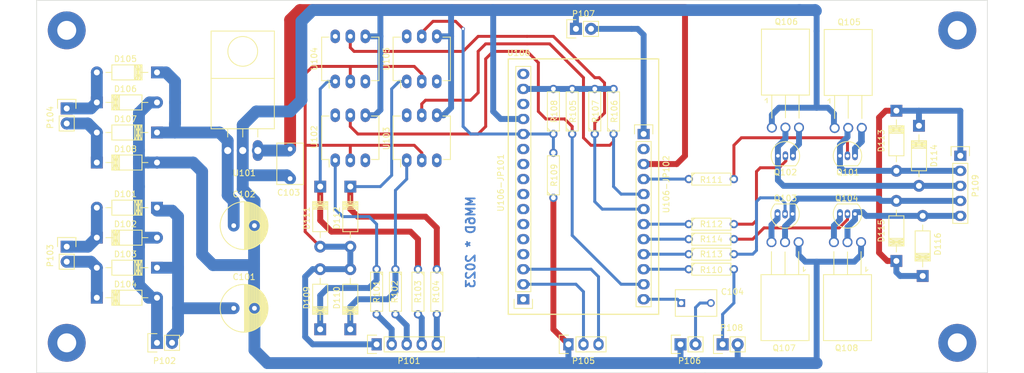
<source format=kicad_pcb>
(kicad_pcb (version 20171130) (host pcbnew 5.1.5+dfsg1-2build2)

  (general
    (thickness 1.6)
    (drawings 14)
    (tracks 377)
    (zones 0)
    (modules 62)
    (nets 63)
  )

  (page A4)
  (title_block
    (title "MM6D Grow house control device")
    (date 2024-04-23)
    (rev 231006)
    (company "Pozsar Zsolt - http://www.pozsarzs.hu")
    (comment 1 "Main board")
  )

  (layers
    (0 F.Cu signal)
    (31 B.Cu signal)
    (32 B.Adhes user)
    (33 F.Adhes user)
    (34 B.Paste user)
    (35 F.Paste user)
    (36 B.SilkS user)
    (37 F.SilkS user)
    (38 B.Mask user)
    (39 F.Mask user)
    (40 Dwgs.User user)
    (41 Cmts.User user)
    (42 Eco1.User user)
    (43 Eco2.User user)
    (44 Edge.Cuts user)
    (45 Margin user)
    (46 B.CrtYd user)
    (47 F.CrtYd user)
    (48 B.Fab user)
    (49 F.Fab user)
  )

  (setup
    (last_trace_width 0.25)
    (user_trace_width 0.5)
    (user_trace_width 1)
    (user_trace_width 2)
    (trace_clearance 0.2)
    (zone_clearance 0.508)
    (zone_45_only no)
    (trace_min 0.2)
    (via_size 0.6)
    (via_drill 0.4)
    (via_min_size 0.4)
    (via_min_drill 0.3)
    (uvia_size 0.3)
    (uvia_drill 0.1)
    (uvias_allowed no)
    (uvia_min_size 0.2)
    (uvia_min_drill 0.1)
    (edge_width 0.1)
    (segment_width 0.2)
    (pcb_text_width 0.3)
    (pcb_text_size 1.5 1.5)
    (mod_edge_width 0.15)
    (mod_text_size 1 1)
    (mod_text_width 0.15)
    (pad_size 1.397 1.397)
    (pad_drill 0.8)
    (pad_to_mask_clearance 0)
    (aux_axis_origin 0 0)
    (visible_elements 7FFEF7FF)
    (pcbplotparams
      (layerselection 0x010f0_ffffffff)
      (usegerberextensions false)
      (usegerberattributes false)
      (usegerberadvancedattributes false)
      (creategerberjobfile false)
      (excludeedgelayer false)
      (linewidth 0.100000)
      (plotframeref false)
      (viasonmask false)
      (mode 1)
      (useauxorigin false)
      (hpglpennumber 1)
      (hpglpenspeed 20)
      (hpglpendiameter 15.000000)
      (psnegative false)
      (psa4output false)
      (plotreference true)
      (plotvalue false)
      (plotinvisibletext false)
      (padsonsilk false)
      (subtractmaskfromsilk false)
      (outputformat 1)
      (mirror false)
      (drillshape 0)
      (scaleselection 1)
      (outputdirectory ""))
  )

  (net 0 "")
  (net 1 "Net-(C104-Pad1)")
  (net 2 "Net-(C104-Pad2)")
  (net 3 GND)
  (net 4 "Net-(P107-Pad2)")
  (net 5 "Net-(P108-Pad1)")
  (net 6 "Net-(R110-Pad1)")
  (net 7 "Net-(P105-Pad2)")
  (net 8 "Net-(P105-Pad3)")
  (net 9 "Net-(R105-Pad1)")
  (net 10 /+3.3V)
  (net 11 "Net-(R106-Pad1)")
  (net 12 "Net-(R107-Pad1)")
  (net 13 "Net-(R108-Pad1)")
  (net 14 "Net-(C101-Pad1)")
  (net 15 "Net-(C102-Pad1)")
  (net 16 /+5V)
  (net 17 "Net-(D101-Pad2)")
  (net 18 "Net-(D103-Pad2)")
  (net 19 "Net-(D105-Pad2)")
  (net 20 "Net-(D107-Pad2)")
  (net 21 "Net-(D109-Pad2)")
  (net 22 "Net-(D109-Pad1)")
  (net 23 "Net-(D110-Pad1)")
  (net 24 "Net-(D111-Pad1)")
  (net 25 "Net-(D112-Pad1)")
  (net 26 "Net-(P101-Pad2)")
  (net 27 "Net-(P101-Pad3)")
  (net 28 "Net-(P101-Pad4)")
  (net 29 "Net-(P101-Pad5)")
  (net 30 "Net-(U102-Pad6)")
  (net 31 "Net-(U103-Pad6)")
  (net 32 "Net-(U104-Pad6)")
  (net 33 "Net-(U105-Pad6)")
  (net 34 "Net-(D113-Pad2)")
  (net 35 "Net-(D113-Pad1)")
  (net 36 "Net-(D114-Pad2)")
  (net 37 "Net-(D115-Pad2)")
  (net 38 "Net-(D116-Pad2)")
  (net 39 "Net-(Q101-Pad2)")
  (net 40 "Net-(Q102-Pad2)")
  (net 41 "Net-(Q103-Pad2)")
  (net 42 "Net-(Q104-Pad2)")
  (net 43 "Net-(R111-Pad1)")
  (net 44 "Net-(R112-Pad1)")
  (net 45 "Net-(R113-Pad1)")
  (net 46 "Net-(R114-Pad1)")
  (net 47 "Net-(U106-JP101-Pad1)")
  (net 48 "Net-(U106-JP101-Pad4)")
  (net 49 "Net-(U106-JP101-Pad5)")
  (net 50 "Net-(U106-JP101-Pad6)")
  (net 51 "Net-(U106-JP101-Pad7)")
  (net 52 "Net-(U106-JP101-Pad8)")
  (net 53 "Net-(U106-JP101-Pad9)")
  (net 54 "Net-(U106-JP101-Pad10)")
  (net 55 "Net-(U106-JP101-Pad11)")
  (net 56 "Net-(U106-JP101-Pad14)")
  (net 57 "Net-(U106-JP101-Pad16)")
  (net 58 "Net-(U106-JP102-Pad2)")
  (net 59 "Net-(Q101-Pad3)")
  (net 60 "Net-(Q102-Pad3)")
  (net 61 "Net-(Q103-Pad3)")
  (net 62 "Net-(Q104-Pad3)")

  (net_class Default "This is the default net class."
    (clearance 0.2)
    (trace_width 0.25)
    (via_dia 0.6)
    (via_drill 0.4)
    (uvia_dia 0.3)
    (uvia_drill 0.1)
    (add_net /+3.3V)
    (add_net /+5V)
    (add_net GND)
    (add_net "Net-(C101-Pad1)")
    (add_net "Net-(C102-Pad1)")
    (add_net "Net-(C104-Pad1)")
    (add_net "Net-(C104-Pad2)")
    (add_net "Net-(D101-Pad2)")
    (add_net "Net-(D103-Pad2)")
    (add_net "Net-(D105-Pad2)")
    (add_net "Net-(D107-Pad2)")
    (add_net "Net-(D109-Pad1)")
    (add_net "Net-(D109-Pad2)")
    (add_net "Net-(D110-Pad1)")
    (add_net "Net-(D111-Pad1)")
    (add_net "Net-(D112-Pad1)")
    (add_net "Net-(D113-Pad1)")
    (add_net "Net-(D113-Pad2)")
    (add_net "Net-(D114-Pad2)")
    (add_net "Net-(D115-Pad2)")
    (add_net "Net-(D116-Pad2)")
    (add_net "Net-(P101-Pad2)")
    (add_net "Net-(P101-Pad3)")
    (add_net "Net-(P101-Pad4)")
    (add_net "Net-(P101-Pad5)")
    (add_net "Net-(P105-Pad2)")
    (add_net "Net-(P105-Pad3)")
    (add_net "Net-(P107-Pad2)")
    (add_net "Net-(P108-Pad1)")
    (add_net "Net-(Q101-Pad2)")
    (add_net "Net-(Q101-Pad3)")
    (add_net "Net-(Q102-Pad2)")
    (add_net "Net-(Q102-Pad3)")
    (add_net "Net-(Q103-Pad2)")
    (add_net "Net-(Q103-Pad3)")
    (add_net "Net-(Q104-Pad2)")
    (add_net "Net-(Q104-Pad3)")
    (add_net "Net-(R105-Pad1)")
    (add_net "Net-(R106-Pad1)")
    (add_net "Net-(R107-Pad1)")
    (add_net "Net-(R108-Pad1)")
    (add_net "Net-(R110-Pad1)")
    (add_net "Net-(R111-Pad1)")
    (add_net "Net-(R112-Pad1)")
    (add_net "Net-(R113-Pad1)")
    (add_net "Net-(R114-Pad1)")
    (add_net "Net-(U102-Pad6)")
    (add_net "Net-(U103-Pad6)")
    (add_net "Net-(U104-Pad6)")
    (add_net "Net-(U105-Pad6)")
    (add_net "Net-(U106-JP101-Pad1)")
    (add_net "Net-(U106-JP101-Pad10)")
    (add_net "Net-(U106-JP101-Pad11)")
    (add_net "Net-(U106-JP101-Pad14)")
    (add_net "Net-(U106-JP101-Pad16)")
    (add_net "Net-(U106-JP101-Pad4)")
    (add_net "Net-(U106-JP101-Pad5)")
    (add_net "Net-(U106-JP101-Pad6)")
    (add_net "Net-(U106-JP101-Pad7)")
    (add_net "Net-(U106-JP101-Pad8)")
    (add_net "Net-(U106-JP101-Pad9)")
    (add_net "Net-(U106-JP102-Pad2)")
  )

  (module Capacitors_THT:C_Rect_L7_W4.5_P5 (layer F.Cu) (tedit 5F9DB298) (tstamp 5F9C727D)
    (at 183.642 118.999)
    (descr "Film Capacitor Length 7mm x Width 4.5mm, Pitch 5mm")
    (tags Capacitor)
    (path /5EFA265C)
    (fp_text reference C104 (at 8.636 -1.905) (layer F.SilkS)
      (effects (font (size 1 1) (thickness 0.15)))
    )
    (fp_text value 2.2u (at 2.5 3.5) (layer F.Fab)
      (effects (font (size 1 1) (thickness 0.15)))
    )
    (fp_line (start -1.25 -2.5) (end 6.25 -2.5) (layer F.CrtYd) (width 0.05))
    (fp_line (start 6.25 -2.5) (end 6.25 2.5) (layer F.CrtYd) (width 0.05))
    (fp_line (start 6.25 2.5) (end -1.25 2.5) (layer F.CrtYd) (width 0.05))
    (fp_line (start -1.25 2.5) (end -1.25 -2.5) (layer F.CrtYd) (width 0.05))
    (fp_line (start -1 -2.25) (end 6 -2.25) (layer F.SilkS) (width 0.15))
    (fp_line (start 6 -2.25) (end 6 2.25) (layer F.SilkS) (width 0.15))
    (fp_line (start 6 2.25) (end -1 2.25) (layer F.SilkS) (width 0.15))
    (fp_line (start -1 2.25) (end -1 -2.25) (layer F.SilkS) (width 0.15))
    (pad 1 thru_hole rect (at 0 0) (size 1.3 1.3) (drill 0.8) (layers *.Cu *.Mask)
      (net 1 "Net-(C104-Pad1)"))
    (pad 2 thru_hole circle (at 5 0) (size 1.3 1.3) (drill 0.8) (layers *.Cu *.Mask)
      (net 2 "Net-(C104-Pad2)"))
    (model Capacitors_ThroughHole.3dshapes/C_Rect_L7_W4.5_P5.wrl
      (offset (xyz 2.499994962453842 0 0))
      (scale (xyz 1 1 1))
      (rotate (xyz 0 0 0))
    )
  )

  (module Socket_Strips:Socket_Strip_Straight_1x02 (layer F.Cu) (tedit 5F9E63DA) (tstamp 5F9C728E)
    (at 183.515 125.984)
    (descr "Through hole socket strip")
    (tags "socket strip")
    (path /5F0DF119)
    (fp_text reference P106 (at 1.524 2.794) (layer F.SilkS)
      (effects (font (size 1 1) (thickness 0.15)))
    )
    (fp_text value CONN_01X02 (at 0 -3.1) (layer F.Fab)
      (effects (font (size 1 1) (thickness 0.15)))
    )
    (fp_line (start -1.55 1.55) (end 0 1.55) (layer F.SilkS) (width 0.15))
    (fp_line (start 3.81 1.27) (end 1.27 1.27) (layer F.SilkS) (width 0.15))
    (fp_line (start -1.75 -1.75) (end -1.75 1.75) (layer F.CrtYd) (width 0.05))
    (fp_line (start 4.3 -1.75) (end 4.3 1.75) (layer F.CrtYd) (width 0.05))
    (fp_line (start -1.75 -1.75) (end 4.3 -1.75) (layer F.CrtYd) (width 0.05))
    (fp_line (start -1.75 1.75) (end 4.3 1.75) (layer F.CrtYd) (width 0.05))
    (fp_line (start 1.27 1.27) (end 1.27 -1.27) (layer F.SilkS) (width 0.15))
    (fp_line (start 0 -1.55) (end -1.55 -1.55) (layer F.SilkS) (width 0.15))
    (fp_line (start -1.55 -1.55) (end -1.55 1.55) (layer F.SilkS) (width 0.15))
    (fp_line (start 1.27 -1.27) (end 3.81 -1.27) (layer F.SilkS) (width 0.15))
    (fp_line (start 3.81 -1.27) (end 3.81 1.27) (layer F.SilkS) (width 0.15))
    (pad 1 thru_hole rect (at 0 0) (size 2.032 2.032) (drill 1.00076) (layers *.Cu *.Mask)
      (net 3 GND))
    (pad 2 thru_hole oval (at 2.54 0) (size 2.032 2.032) (drill 1.00076) (layers *.Cu *.Mask)
      (net 2 "Net-(C104-Pad2)"))
    (model Socket_Strips.3dshapes/Socket_Strip_Straight_1x02.wrl
      (offset (xyz 1.269999980926514 0 0))
      (scale (xyz 1 1 1))
      (rotate (xyz 0 0 180))
    )
  )

  (module Socket_Strips:Socket_Strip_Straight_1x02 (layer F.Cu) (tedit 5F9E6409) (tstamp 5F9C729F)
    (at 165.862 72.644)
    (descr "Through hole socket strip")
    (tags "socket strip")
    (path /5F1A1322)
    (fp_text reference P107 (at 1.27 -2.54) (layer F.SilkS)
      (effects (font (size 1 1) (thickness 0.15)))
    )
    (fp_text value CONN_01X02 (at 0 -3.1) (layer F.Fab)
      (effects (font (size 1 1) (thickness 0.15)))
    )
    (fp_line (start -1.55 1.55) (end 0 1.55) (layer F.SilkS) (width 0.15))
    (fp_line (start 3.81 1.27) (end 1.27 1.27) (layer F.SilkS) (width 0.15))
    (fp_line (start -1.75 -1.75) (end -1.75 1.75) (layer F.CrtYd) (width 0.05))
    (fp_line (start 4.3 -1.75) (end 4.3 1.75) (layer F.CrtYd) (width 0.05))
    (fp_line (start -1.75 -1.75) (end 4.3 -1.75) (layer F.CrtYd) (width 0.05))
    (fp_line (start -1.75 1.75) (end 4.3 1.75) (layer F.CrtYd) (width 0.05))
    (fp_line (start 1.27 1.27) (end 1.27 -1.27) (layer F.SilkS) (width 0.15))
    (fp_line (start 0 -1.55) (end -1.55 -1.55) (layer F.SilkS) (width 0.15))
    (fp_line (start -1.55 -1.55) (end -1.55 1.55) (layer F.SilkS) (width 0.15))
    (fp_line (start 1.27 -1.27) (end 3.81 -1.27) (layer F.SilkS) (width 0.15))
    (fp_line (start 3.81 -1.27) (end 3.81 1.27) (layer F.SilkS) (width 0.15))
    (pad 1 thru_hole rect (at 0 0) (size 2.032 2.032) (drill 1.00076) (layers *.Cu *.Mask)
      (net 3 GND))
    (pad 2 thru_hole oval (at 2.54 0) (size 2.032 2.032) (drill 1.00076) (layers *.Cu *.Mask)
      (net 4 "Net-(P107-Pad2)"))
    (model Socket_Strips.3dshapes/Socket_Strip_Straight_1x02.wrl
      (offset (xyz 1.269999980926514 0 0))
      (scale (xyz 1 1 1))
      (rotate (xyz 0 0 180))
    )
  )

  (module Socket_Strips:Socket_Strip_Straight_1x02 (layer F.Cu) (tedit 5F9E63D1) (tstamp 5F9C72B0)
    (at 190.627 125.984)
    (descr "Through hole socket strip")
    (tags "socket strip")
    (path /5F7DF47E)
    (fp_text reference P108 (at 1.524 -2.794) (layer F.SilkS)
      (effects (font (size 1 1) (thickness 0.15)))
    )
    (fp_text value CONN_01X02 (at 0 -3.1) (layer F.Fab)
      (effects (font (size 1 1) (thickness 0.15)))
    )
    (fp_line (start -1.55 1.55) (end 0 1.55) (layer F.SilkS) (width 0.15))
    (fp_line (start 3.81 1.27) (end 1.27 1.27) (layer F.SilkS) (width 0.15))
    (fp_line (start -1.75 -1.75) (end -1.75 1.75) (layer F.CrtYd) (width 0.05))
    (fp_line (start 4.3 -1.75) (end 4.3 1.75) (layer F.CrtYd) (width 0.05))
    (fp_line (start -1.75 -1.75) (end 4.3 -1.75) (layer F.CrtYd) (width 0.05))
    (fp_line (start -1.75 1.75) (end 4.3 1.75) (layer F.CrtYd) (width 0.05))
    (fp_line (start 1.27 1.27) (end 1.27 -1.27) (layer F.SilkS) (width 0.15))
    (fp_line (start 0 -1.55) (end -1.55 -1.55) (layer F.SilkS) (width 0.15))
    (fp_line (start -1.55 -1.55) (end -1.55 1.55) (layer F.SilkS) (width 0.15))
    (fp_line (start 1.27 -1.27) (end 3.81 -1.27) (layer F.SilkS) (width 0.15))
    (fp_line (start 3.81 -1.27) (end 3.81 1.27) (layer F.SilkS) (width 0.15))
    (pad 1 thru_hole rect (at 0 0) (size 2.032 2.032) (drill 1.00076) (layers *.Cu *.Mask)
      (net 5 "Net-(P108-Pad1)"))
    (pad 2 thru_hole oval (at 2.54 0) (size 2.032 2.032) (drill 1.00076) (layers *.Cu *.Mask)
      (net 3 GND))
    (model Socket_Strips.3dshapes/Socket_Strip_Straight_1x02.wrl
      (offset (xyz 1.269999980926514 0 0))
      (scale (xyz 1 1 1))
      (rotate (xyz 0 0 180))
    )
  )

  (module Discret:R3 (layer F.Cu) (tedit 5F9E6712) (tstamp 5F9C72BE)
    (at 188.722 113.284)
    (descr "Resitance 3 pas")
    (tags R)
    (path /5F1AEBA9)
    (fp_text reference R110 (at 0 0.127) (layer F.SilkS)
      (effects (font (size 1 1) (thickness 0.15)))
    )
    (fp_text value 390 (at 0 0.127) (layer F.Fab)
      (effects (font (size 1 1) (thickness 0.15)))
    )
    (fp_line (start -3.81 0) (end -3.302 0) (layer F.SilkS) (width 0.15))
    (fp_line (start 3.81 0) (end 3.302 0) (layer F.SilkS) (width 0.15))
    (fp_line (start 3.302 0) (end 3.302 -1.016) (layer F.SilkS) (width 0.15))
    (fp_line (start 3.302 -1.016) (end -3.302 -1.016) (layer F.SilkS) (width 0.15))
    (fp_line (start -3.302 -1.016) (end -3.302 1.016) (layer F.SilkS) (width 0.15))
    (fp_line (start -3.302 1.016) (end 3.302 1.016) (layer F.SilkS) (width 0.15))
    (fp_line (start 3.302 1.016) (end 3.302 0) (layer F.SilkS) (width 0.15))
    (fp_line (start -3.302 -0.508) (end -2.794 -1.016) (layer F.SilkS) (width 0.15))
    (pad 1 thru_hole circle (at -3.81 0) (size 1.397 1.397) (drill 0.8) (layers *.Cu *.Mask)
      (net 6 "Net-(R110-Pad1)"))
    (pad 2 thru_hole circle (at 3.81 0) (size 1.397 1.397) (drill 0.8) (layers *.Cu *.Mask)
      (net 5 "Net-(P108-Pad1)"))
    (model Discret.3dshapes/R3.wrl
      (at (xyz 0 0 0))
      (scale (xyz 0.3 0.3 0.3))
      (rotate (xyz 0 0 0))
    )
  )

  (module Socket_Strips:Socket_Strip_Straight_1x03 (layer F.Cu) (tedit 5F9E6453) (tstamp 5F9C73BE)
    (at 164.592 125.984)
    (descr "Through hole socket strip")
    (tags "socket strip")
    (path /5F19F5B8)
    (fp_text reference P105 (at 2.54 2.794) (layer F.SilkS)
      (effects (font (size 1 1) (thickness 0.15)))
    )
    (fp_text value CONN_01X03 (at 0 -3.1) (layer F.Fab)
      (effects (font (size 1 1) (thickness 0.15)))
    )
    (fp_line (start 0 -1.55) (end -1.55 -1.55) (layer F.SilkS) (width 0.15))
    (fp_line (start -1.55 -1.55) (end -1.55 1.55) (layer F.SilkS) (width 0.15))
    (fp_line (start -1.55 1.55) (end 0 1.55) (layer F.SilkS) (width 0.15))
    (fp_line (start -1.75 -1.75) (end -1.75 1.75) (layer F.CrtYd) (width 0.05))
    (fp_line (start 6.85 -1.75) (end 6.85 1.75) (layer F.CrtYd) (width 0.05))
    (fp_line (start -1.75 -1.75) (end 6.85 -1.75) (layer F.CrtYd) (width 0.05))
    (fp_line (start -1.75 1.75) (end 6.85 1.75) (layer F.CrtYd) (width 0.05))
    (fp_line (start 1.27 -1.27) (end 6.35 -1.27) (layer F.SilkS) (width 0.15))
    (fp_line (start 6.35 -1.27) (end 6.35 1.27) (layer F.SilkS) (width 0.15))
    (fp_line (start 6.35 1.27) (end 1.27 1.27) (layer F.SilkS) (width 0.15))
    (fp_line (start 1.27 1.27) (end 1.27 -1.27) (layer F.SilkS) (width 0.15))
    (pad 1 thru_hole rect (at 0 0) (size 1.7272 2.032) (drill 1.00076) (layers *.Cu *.Mask)
      (net 3 GND))
    (pad 2 thru_hole oval (at 2.54 0) (size 1.7272 2.032) (drill 1.00076) (layers *.Cu *.Mask)
      (net 7 "Net-(P105-Pad2)"))
    (pad 3 thru_hole oval (at 5.08 0) (size 1.7272 2.032) (drill 1.00076) (layers *.Cu *.Mask)
      (net 8 "Net-(P105-Pad3)"))
    (model Socket_Strips.3dshapes/Socket_Strip_Straight_1x03.wrl
      (offset (xyz 2.539999961853027 0 0))
      (scale (xyz 1 1 1))
      (rotate (xyz 0 0 180))
    )
  )

  (module Discret:R3 (layer F.Cu) (tedit 5F9E6761) (tstamp 5F9C73CC)
    (at 165.227 86.614 90)
    (descr "Resitance 3 pas")
    (tags R)
    (path /5F19E2E1)
    (fp_text reference R105 (at 0 0.127 90) (layer F.SilkS)
      (effects (font (size 1 1) (thickness 0.15)))
    )
    (fp_text value 4.7k (at 0 0.127 90) (layer F.Fab)
      (effects (font (size 1 1) (thickness 0.15)))
    )
    (fp_line (start -3.81 0) (end -3.302 0) (layer F.SilkS) (width 0.15))
    (fp_line (start 3.81 0) (end 3.302 0) (layer F.SilkS) (width 0.15))
    (fp_line (start 3.302 0) (end 3.302 -1.016) (layer F.SilkS) (width 0.15))
    (fp_line (start 3.302 -1.016) (end -3.302 -1.016) (layer F.SilkS) (width 0.15))
    (fp_line (start -3.302 -1.016) (end -3.302 1.016) (layer F.SilkS) (width 0.15))
    (fp_line (start -3.302 1.016) (end 3.302 1.016) (layer F.SilkS) (width 0.15))
    (fp_line (start 3.302 1.016) (end 3.302 0) (layer F.SilkS) (width 0.15))
    (fp_line (start -3.302 -0.508) (end -2.794 -1.016) (layer F.SilkS) (width 0.15))
    (pad 1 thru_hole circle (at -3.81 0 90) (size 1.397 1.397) (drill 0.8) (layers *.Cu *.Mask)
      (net 9 "Net-(R105-Pad1)"))
    (pad 2 thru_hole circle (at 3.81 0 90) (size 1.397 1.397) (drill 0.8) (layers *.Cu *.Mask)
      (net 10 /+3.3V))
    (model Discret.3dshapes/R3.wrl
      (at (xyz 0 0 0))
      (scale (xyz 0.3 0.3 0.3))
      (rotate (xyz 0 0 0))
    )
  )

  (module Discret:R3 (layer F.Cu) (tedit 5F9E6757) (tstamp 5F9C73DA)
    (at 172.212 86.614 90)
    (descr "Resitance 3 pas")
    (tags R)
    (path /5F19E41E)
    (fp_text reference R106 (at 0 0.127 90) (layer F.SilkS)
      (effects (font (size 1 1) (thickness 0.15)))
    )
    (fp_text value 4.7k (at 0 0.127 90) (layer F.Fab)
      (effects (font (size 1 1) (thickness 0.15)))
    )
    (fp_line (start -3.81 0) (end -3.302 0) (layer F.SilkS) (width 0.15))
    (fp_line (start 3.81 0) (end 3.302 0) (layer F.SilkS) (width 0.15))
    (fp_line (start 3.302 0) (end 3.302 -1.016) (layer F.SilkS) (width 0.15))
    (fp_line (start 3.302 -1.016) (end -3.302 -1.016) (layer F.SilkS) (width 0.15))
    (fp_line (start -3.302 -1.016) (end -3.302 1.016) (layer F.SilkS) (width 0.15))
    (fp_line (start -3.302 1.016) (end 3.302 1.016) (layer F.SilkS) (width 0.15))
    (fp_line (start 3.302 1.016) (end 3.302 0) (layer F.SilkS) (width 0.15))
    (fp_line (start -3.302 -0.508) (end -2.794 -1.016) (layer F.SilkS) (width 0.15))
    (pad 1 thru_hole circle (at -3.81 0 90) (size 1.397 1.397) (drill 0.8) (layers *.Cu *.Mask)
      (net 11 "Net-(R106-Pad1)"))
    (pad 2 thru_hole circle (at 3.81 0 90) (size 1.397 1.397) (drill 0.8) (layers *.Cu *.Mask)
      (net 10 /+3.3V))
    (model Discret.3dshapes/R3.wrl
      (at (xyz 0 0 0))
      (scale (xyz 0.3 0.3 0.3))
      (rotate (xyz 0 0 0))
    )
  )

  (module Discret:R3 (layer F.Cu) (tedit 5F9E675B) (tstamp 5F9C73E8)
    (at 169.037 86.614 90)
    (descr "Resitance 3 pas")
    (tags R)
    (path /5F19E4AF)
    (fp_text reference R107 (at 0 0.127 90) (layer F.SilkS)
      (effects (font (size 1 1) (thickness 0.15)))
    )
    (fp_text value 4.7k (at 0 0.127 90) (layer F.Fab)
      (effects (font (size 1 1) (thickness 0.15)))
    )
    (fp_line (start -3.81 0) (end -3.302 0) (layer F.SilkS) (width 0.15))
    (fp_line (start 3.81 0) (end 3.302 0) (layer F.SilkS) (width 0.15))
    (fp_line (start 3.302 0) (end 3.302 -1.016) (layer F.SilkS) (width 0.15))
    (fp_line (start 3.302 -1.016) (end -3.302 -1.016) (layer F.SilkS) (width 0.15))
    (fp_line (start -3.302 -1.016) (end -3.302 1.016) (layer F.SilkS) (width 0.15))
    (fp_line (start -3.302 1.016) (end 3.302 1.016) (layer F.SilkS) (width 0.15))
    (fp_line (start 3.302 1.016) (end 3.302 0) (layer F.SilkS) (width 0.15))
    (fp_line (start -3.302 -0.508) (end -2.794 -1.016) (layer F.SilkS) (width 0.15))
    (pad 1 thru_hole circle (at -3.81 0 90) (size 1.397 1.397) (drill 0.8) (layers *.Cu *.Mask)
      (net 12 "Net-(R107-Pad1)"))
    (pad 2 thru_hole circle (at 3.81 0 90) (size 1.397 1.397) (drill 0.8) (layers *.Cu *.Mask)
      (net 10 /+3.3V))
    (model Discret.3dshapes/R3.wrl
      (at (xyz 0 0 0))
      (scale (xyz 0.3 0.3 0.3))
      (rotate (xyz 0 0 0))
    )
  )

  (module Discret:R3 (layer F.Cu) (tedit 5F9E6766) (tstamp 5F9C73F6)
    (at 162.052 86.614 90)
    (descr "Resitance 3 pas")
    (tags R)
    (path /5F19E543)
    (fp_text reference R108 (at 0 0.127 90) (layer F.SilkS)
      (effects (font (size 1 1) (thickness 0.15)))
    )
    (fp_text value 4.7k (at 0 0.127 90) (layer F.Fab)
      (effects (font (size 1 1) (thickness 0.15)))
    )
    (fp_line (start -3.81 0) (end -3.302 0) (layer F.SilkS) (width 0.15))
    (fp_line (start 3.81 0) (end 3.302 0) (layer F.SilkS) (width 0.15))
    (fp_line (start 3.302 0) (end 3.302 -1.016) (layer F.SilkS) (width 0.15))
    (fp_line (start 3.302 -1.016) (end -3.302 -1.016) (layer F.SilkS) (width 0.15))
    (fp_line (start -3.302 -1.016) (end -3.302 1.016) (layer F.SilkS) (width 0.15))
    (fp_line (start -3.302 1.016) (end 3.302 1.016) (layer F.SilkS) (width 0.15))
    (fp_line (start 3.302 1.016) (end 3.302 0) (layer F.SilkS) (width 0.15))
    (fp_line (start -3.302 -0.508) (end -2.794 -1.016) (layer F.SilkS) (width 0.15))
    (pad 1 thru_hole circle (at -3.81 0 90) (size 1.397 1.397) (drill 0.8) (layers *.Cu *.Mask)
      (net 13 "Net-(R108-Pad1)"))
    (pad 2 thru_hole circle (at 3.81 0 90) (size 1.397 1.397) (drill 0.8) (layers *.Cu *.Mask)
      (net 10 /+3.3V))
    (model Discret.3dshapes/R3.wrl
      (at (xyz 0 0 0))
      (scale (xyz 0.3 0.3 0.3))
      (rotate (xyz 0 0 0))
    )
  )

  (module Discret:R3 (layer F.Cu) (tedit 5F9E673B) (tstamp 5F9C7404)
    (at 162.052 97.409 90)
    (descr "Resitance 3 pas")
    (tags R)
    (path /5F1E719C)
    (fp_text reference R109 (at 0 0.127 90) (layer F.SilkS)
      (effects (font (size 1 1) (thickness 0.15)))
    )
    (fp_text value 1.8k (at 0 0.127 90) (layer F.Fab)
      (effects (font (size 1 1) (thickness 0.15)))
    )
    (fp_line (start -3.81 0) (end -3.302 0) (layer F.SilkS) (width 0.15))
    (fp_line (start 3.81 0) (end 3.302 0) (layer F.SilkS) (width 0.15))
    (fp_line (start 3.302 0) (end 3.302 -1.016) (layer F.SilkS) (width 0.15))
    (fp_line (start 3.302 -1.016) (end -3.302 -1.016) (layer F.SilkS) (width 0.15))
    (fp_line (start -3.302 -1.016) (end -3.302 1.016) (layer F.SilkS) (width 0.15))
    (fp_line (start -3.302 1.016) (end 3.302 1.016) (layer F.SilkS) (width 0.15))
    (fp_line (start 3.302 1.016) (end 3.302 0) (layer F.SilkS) (width 0.15))
    (fp_line (start -3.302 -0.508) (end -2.794 -1.016) (layer F.SilkS) (width 0.15))
    (pad 1 thru_hole circle (at -3.81 0 90) (size 1.397 1.397) (drill 0.8) (layers *.Cu *.Mask)
      (net 3 GND))
    (pad 2 thru_hole circle (at 3.81 0 90) (size 1.397 1.397) (drill 0.8) (layers *.Cu *.Mask)
      (net 13 "Net-(R108-Pad1)"))
    (model Discret.3dshapes/R3.wrl
      (at (xyz 0 0 0))
      (scale (xyz 0.3 0.3 0.3))
      (rotate (xyz 0 0 0))
    )
  )

  (module Socket_Strips:Socket_Strip_Straight_1x16 (layer F.Cu) (tedit 5F9E6566) (tstamp 5F9C7739)
    (at 156.972 118.364 90)
    (descr "Through hole socket strip")
    (tags "socket strip")
    (path /5F19AC96)
    (fp_text reference U106-JP101 (at 19.685 -3.81 90) (layer F.SilkS)
      (effects (font (size 1 1) (thickness 0.15)))
    )
    (fp_text value CONN_01X16 (at 0 -3.1 90) (layer F.Fab)
      (effects (font (size 1 1) (thickness 0.15)))
    )
    (fp_line (start -1.75 -1.75) (end -1.75 1.75) (layer F.CrtYd) (width 0.05))
    (fp_line (start 39.85 -1.75) (end 39.85 1.75) (layer F.CrtYd) (width 0.05))
    (fp_line (start -1.75 -1.75) (end 39.85 -1.75) (layer F.CrtYd) (width 0.05))
    (fp_line (start -1.75 1.75) (end 39.85 1.75) (layer F.CrtYd) (width 0.05))
    (fp_line (start 1.27 -1.27) (end 39.37 -1.27) (layer F.SilkS) (width 0.15))
    (fp_line (start 39.37 -1.27) (end 39.37 1.27) (layer F.SilkS) (width 0.15))
    (fp_line (start 39.37 1.27) (end 1.27 1.27) (layer F.SilkS) (width 0.15))
    (fp_line (start -1.55 1.55) (end 0 1.55) (layer F.SilkS) (width 0.15))
    (fp_line (start 1.27 1.27) (end 1.27 -1.27) (layer F.SilkS) (width 0.15))
    (fp_line (start 0 -1.55) (end -1.55 -1.55) (layer F.SilkS) (width 0.15))
    (fp_line (start -1.55 -1.55) (end -1.55 1.55) (layer F.SilkS) (width 0.15))
    (pad 1 thru_hole rect (at 0 0 90) (size 1.7272 2.032) (drill 1.00076) (layers *.Cu *.Mask)
      (net 47 "Net-(U106-JP101-Pad1)"))
    (pad 2 thru_hole oval (at 2.54 0 90) (size 1.7272 2.032) (drill 1.00076) (layers *.Cu *.Mask)
      (net 7 "Net-(P105-Pad2)"))
    (pad 3 thru_hole oval (at 5.08 0 90) (size 1.7272 2.032) (drill 1.00076) (layers *.Cu *.Mask)
      (net 8 "Net-(P105-Pad3)"))
    (pad 4 thru_hole oval (at 7.62 0 90) (size 1.7272 2.032) (drill 1.00076) (layers *.Cu *.Mask)
      (net 48 "Net-(U106-JP101-Pad4)"))
    (pad 5 thru_hole oval (at 10.16 0 90) (size 1.7272 2.032) (drill 1.00076) (layers *.Cu *.Mask)
      (net 49 "Net-(U106-JP101-Pad5)"))
    (pad 6 thru_hole oval (at 12.7 0 90) (size 1.7272 2.032) (drill 1.00076) (layers *.Cu *.Mask)
      (net 50 "Net-(U106-JP101-Pad6)"))
    (pad 7 thru_hole oval (at 15.24 0 90) (size 1.7272 2.032) (drill 1.00076) (layers *.Cu *.Mask)
      (net 51 "Net-(U106-JP101-Pad7)"))
    (pad 8 thru_hole oval (at 17.78 0 90) (size 1.7272 2.032) (drill 1.00076) (layers *.Cu *.Mask)
      (net 52 "Net-(U106-JP101-Pad8)"))
    (pad 9 thru_hole oval (at 20.32 0 90) (size 1.7272 2.032) (drill 1.00076) (layers *.Cu *.Mask)
      (net 53 "Net-(U106-JP101-Pad9)"))
    (pad 10 thru_hole oval (at 22.86 0 90) (size 1.7272 2.032) (drill 1.00076) (layers *.Cu *.Mask)
      (net 54 "Net-(U106-JP101-Pad10)"))
    (pad 11 thru_hole oval (at 25.4 0 90) (size 1.7272 2.032) (drill 1.00076) (layers *.Cu *.Mask)
      (net 55 "Net-(U106-JP101-Pad11)"))
    (pad 12 thru_hole oval (at 27.94 0 90) (size 1.7272 2.032) (drill 1.00076) (layers *.Cu *.Mask)
      (net 13 "Net-(R108-Pad1)"))
    (pad 13 thru_hole oval (at 30.48 0 90) (size 1.7272 2.032) (drill 1.00076) (layers *.Cu *.Mask)
      (net 3 GND))
    (pad 14 thru_hole oval (at 33.02 0 90) (size 1.7272 2.032) (drill 1.00076) (layers *.Cu *.Mask)
      (net 56 "Net-(U106-JP101-Pad14)"))
    (pad 15 thru_hole oval (at 35.56 0 90) (size 1.7272 2.032) (drill 1.00076) (layers *.Cu *.Mask)
      (net 10 /+3.3V))
    (pad 16 thru_hole oval (at 38.1 0 90) (size 1.7272 2.032) (drill 1.00076) (layers *.Cu *.Mask)
      (net 57 "Net-(U106-JP101-Pad16)"))
    (model Socket_Strips.3dshapes/Socket_Strip_Straight_1x16.wrl
      (offset (xyz 19.04999971389771 0 0))
      (scale (xyz 1 1 1))
      (rotate (xyz 0 0 180))
    )
  )

  (module Socket_Strips:Socket_Strip_Straight_1x12 (layer F.Cu) (tedit 5F9E65AB) (tstamp 5F9C7754)
    (at 177.292 90.424 270)
    (descr "Through hole socket strip")
    (tags "socket strip")
    (path /5F19AC49)
    (fp_text reference U106-JP102 (at 8.509 -3.81 270) (layer F.SilkS)
      (effects (font (size 1 1) (thickness 0.15)))
    )
    (fp_text value CONN_01X12 (at 0 -3.1 270) (layer F.Fab)
      (effects (font (size 1 1) (thickness 0.15)))
    )
    (fp_line (start -1.75 -1.75) (end -1.75 1.75) (layer F.CrtYd) (width 0.05))
    (fp_line (start 29.7 -1.75) (end 29.7 1.75) (layer F.CrtYd) (width 0.05))
    (fp_line (start -1.75 -1.75) (end 29.7 -1.75) (layer F.CrtYd) (width 0.05))
    (fp_line (start -1.75 1.75) (end 29.7 1.75) (layer F.CrtYd) (width 0.05))
    (fp_line (start 1.27 1.27) (end 29.21 1.27) (layer F.SilkS) (width 0.15))
    (fp_line (start 29.21 1.27) (end 29.21 -1.27) (layer F.SilkS) (width 0.15))
    (fp_line (start 29.21 -1.27) (end 1.27 -1.27) (layer F.SilkS) (width 0.15))
    (fp_line (start -1.55 1.55) (end 0 1.55) (layer F.SilkS) (width 0.15))
    (fp_line (start 1.27 1.27) (end 1.27 -1.27) (layer F.SilkS) (width 0.15))
    (fp_line (start 0 -1.55) (end -1.55 -1.55) (layer F.SilkS) (width 0.15))
    (fp_line (start -1.55 -1.55) (end -1.55 1.55) (layer F.SilkS) (width 0.15))
    (pad 1 thru_hole rect (at 0 0 270) (size 1.7272 2.032) (drill 1.00076) (layers *.Cu *.Mask)
      (net 4 "Net-(P107-Pad2)"))
    (pad 2 thru_hole oval (at 2.54 0 270) (size 1.7272 2.032) (drill 1.00076) (layers *.Cu *.Mask)
      (net 58 "Net-(U106-JP102-Pad2)"))
    (pad 3 thru_hole oval (at 5.08 0 270) (size 1.7272 2.032) (drill 1.00076) (layers *.Cu *.Mask)
      (net 16 /+5V))
    (pad 4 thru_hole oval (at 7.62 0 270) (size 1.7272 2.032) (drill 1.00076) (layers *.Cu *.Mask)
      (net 43 "Net-(R111-Pad1)"))
    (pad 5 thru_hole oval (at 10.16 0 270) (size 1.7272 2.032) (drill 1.00076) (layers *.Cu *.Mask)
      (net 11 "Net-(R106-Pad1)"))
    (pad 6 thru_hole oval (at 12.7 0 270) (size 1.7272 2.032) (drill 1.00076) (layers *.Cu *.Mask)
      (net 12 "Net-(R107-Pad1)"))
    (pad 7 thru_hole oval (at 15.24 0 270) (size 1.7272 2.032) (drill 1.00076) (layers *.Cu *.Mask)
      (net 44 "Net-(R112-Pad1)"))
    (pad 8 thru_hole oval (at 17.78 0 270) (size 1.7272 2.032) (drill 1.00076) (layers *.Cu *.Mask)
      (net 46 "Net-(R114-Pad1)"))
    (pad 9 thru_hole oval (at 20.32 0 270) (size 1.7272 2.032) (drill 1.00076) (layers *.Cu *.Mask)
      (net 45 "Net-(R113-Pad1)"))
    (pad 10 thru_hole oval (at 22.86 0 270) (size 1.7272 2.032) (drill 1.00076) (layers *.Cu *.Mask)
      (net 6 "Net-(R110-Pad1)"))
    (pad 11 thru_hole oval (at 25.4 0 270) (size 1.7272 2.032) (drill 1.00076) (layers *.Cu *.Mask)
      (net 9 "Net-(R105-Pad1)"))
    (pad 12 thru_hole oval (at 27.94 0 270) (size 1.7272 2.032) (drill 1.00076) (layers *.Cu *.Mask)
      (net 1 "Net-(C104-Pad1)"))
    (model Socket_Strips.3dshapes/Socket_Strip_Straight_1x12.wrl
      (offset (xyz 13.96999979019165 0 0))
      (scale (xyz 1 1 1))
      (rotate (xyz 0 0 180))
    )
  )

  (module Capacitors_THT:C_Radial_D8_L11.5_P3.5 (layer F.Cu) (tedit 0) (tstamp 5F9C7A04)
    (at 108.077 119.888)
    (descr "Radial Electrolytic Capacitor Diameter 8mm x Length 11.5mm, Pitch 3.5mm")
    (tags "Electrolytic Capacitor")
    (path /5F9B8FC7)
    (fp_text reference C101 (at 1.75 -5.3) (layer F.SilkS)
      (effects (font (size 1 1) (thickness 0.15)))
    )
    (fp_text value 470u (at 1.75 5.3) (layer F.Fab)
      (effects (font (size 1 1) (thickness 0.15)))
    )
    (fp_line (start 1.825 -3.999) (end 1.825 3.999) (layer F.SilkS) (width 0.15))
    (fp_line (start 1.965 -3.994) (end 1.965 3.994) (layer F.SilkS) (width 0.15))
    (fp_line (start 2.105 -3.984) (end 2.105 3.984) (layer F.SilkS) (width 0.15))
    (fp_line (start 2.245 -3.969) (end 2.245 3.969) (layer F.SilkS) (width 0.15))
    (fp_line (start 2.385 -3.949) (end 2.385 3.949) (layer F.SilkS) (width 0.15))
    (fp_line (start 2.525 -3.924) (end 2.525 -0.222) (layer F.SilkS) (width 0.15))
    (fp_line (start 2.525 0.222) (end 2.525 3.924) (layer F.SilkS) (width 0.15))
    (fp_line (start 2.665 -3.894) (end 2.665 -0.55) (layer F.SilkS) (width 0.15))
    (fp_line (start 2.665 0.55) (end 2.665 3.894) (layer F.SilkS) (width 0.15))
    (fp_line (start 2.805 -3.858) (end 2.805 -0.719) (layer F.SilkS) (width 0.15))
    (fp_line (start 2.805 0.719) (end 2.805 3.858) (layer F.SilkS) (width 0.15))
    (fp_line (start 2.945 -3.817) (end 2.945 -0.832) (layer F.SilkS) (width 0.15))
    (fp_line (start 2.945 0.832) (end 2.945 3.817) (layer F.SilkS) (width 0.15))
    (fp_line (start 3.085 -3.771) (end 3.085 -0.91) (layer F.SilkS) (width 0.15))
    (fp_line (start 3.085 0.91) (end 3.085 3.771) (layer F.SilkS) (width 0.15))
    (fp_line (start 3.225 -3.718) (end 3.225 -0.961) (layer F.SilkS) (width 0.15))
    (fp_line (start 3.225 0.961) (end 3.225 3.718) (layer F.SilkS) (width 0.15))
    (fp_line (start 3.365 -3.659) (end 3.365 -0.991) (layer F.SilkS) (width 0.15))
    (fp_line (start 3.365 0.991) (end 3.365 3.659) (layer F.SilkS) (width 0.15))
    (fp_line (start 3.505 -3.594) (end 3.505 -1) (layer F.SilkS) (width 0.15))
    (fp_line (start 3.505 1) (end 3.505 3.594) (layer F.SilkS) (width 0.15))
    (fp_line (start 3.645 -3.523) (end 3.645 -0.989) (layer F.SilkS) (width 0.15))
    (fp_line (start 3.645 0.989) (end 3.645 3.523) (layer F.SilkS) (width 0.15))
    (fp_line (start 3.785 -3.444) (end 3.785 -0.959) (layer F.SilkS) (width 0.15))
    (fp_line (start 3.785 0.959) (end 3.785 3.444) (layer F.SilkS) (width 0.15))
    (fp_line (start 3.925 -3.357) (end 3.925 -0.905) (layer F.SilkS) (width 0.15))
    (fp_line (start 3.925 0.905) (end 3.925 3.357) (layer F.SilkS) (width 0.15))
    (fp_line (start 4.065 -3.262) (end 4.065 -0.825) (layer F.SilkS) (width 0.15))
    (fp_line (start 4.065 0.825) (end 4.065 3.262) (layer F.SilkS) (width 0.15))
    (fp_line (start 4.205 -3.158) (end 4.205 -0.709) (layer F.SilkS) (width 0.15))
    (fp_line (start 4.205 0.709) (end 4.205 3.158) (layer F.SilkS) (width 0.15))
    (fp_line (start 4.345 -3.044) (end 4.345 -0.535) (layer F.SilkS) (width 0.15))
    (fp_line (start 4.345 0.535) (end 4.345 3.044) (layer F.SilkS) (width 0.15))
    (fp_line (start 4.485 -2.919) (end 4.485 -0.173) (layer F.SilkS) (width 0.15))
    (fp_line (start 4.485 0.173) (end 4.485 2.919) (layer F.SilkS) (width 0.15))
    (fp_line (start 4.625 -2.781) (end 4.625 2.781) (layer F.SilkS) (width 0.15))
    (fp_line (start 4.765 -2.629) (end 4.765 2.629) (layer F.SilkS) (width 0.15))
    (fp_line (start 4.905 -2.459) (end 4.905 2.459) (layer F.SilkS) (width 0.15))
    (fp_line (start 5.045 -2.268) (end 5.045 2.268) (layer F.SilkS) (width 0.15))
    (fp_line (start 5.185 -2.05) (end 5.185 2.05) (layer F.SilkS) (width 0.15))
    (fp_line (start 5.325 -1.794) (end 5.325 1.794) (layer F.SilkS) (width 0.15))
    (fp_line (start 5.465 -1.483) (end 5.465 1.483) (layer F.SilkS) (width 0.15))
    (fp_line (start 5.605 -1.067) (end 5.605 1.067) (layer F.SilkS) (width 0.15))
    (fp_line (start 5.745 -0.2) (end 5.745 0.2) (layer F.SilkS) (width 0.15))
    (fp_circle (center 3.5 0) (end 3.5 -1) (layer F.SilkS) (width 0.15))
    (fp_circle (center 1.75 0) (end 1.75 -4.0375) (layer F.SilkS) (width 0.15))
    (fp_circle (center 1.75 0) (end 1.75 -4.3) (layer F.CrtYd) (width 0.05))
    (pad 2 thru_hole circle (at 3.5 0) (size 1.3 1.3) (drill 0.8) (layers *.Cu *.Mask)
      (net 3 GND))
    (pad 1 thru_hole rect (at 0 0) (size 1.3 1.3) (drill 0.8) (layers *.Cu *.Mask)
      (net 14 "Net-(C101-Pad1)"))
    (model Capacitors_ThroughHole.3dshapes/C_Radial_D8_L11.5_P3.5.wrl
      (at (xyz 0 0 0))
      (scale (xyz 1 1 1))
      (rotate (xyz 0 0 0))
    )
  )

  (module Capacitors_THT:C_Radial_D8_L11.5_P3.5 (layer F.Cu) (tedit 0) (tstamp 5F9C7A39)
    (at 108.077 105.918)
    (descr "Radial Electrolytic Capacitor Diameter 8mm x Length 11.5mm, Pitch 3.5mm")
    (tags "Electrolytic Capacitor")
    (path /5F9BA5D1)
    (fp_text reference C102 (at 1.75 -5.3) (layer F.SilkS)
      (effects (font (size 1 1) (thickness 0.15)))
    )
    (fp_text value 470u (at 1.75 5.3) (layer F.Fab)
      (effects (font (size 1 1) (thickness 0.15)))
    )
    (fp_line (start 1.825 -3.999) (end 1.825 3.999) (layer F.SilkS) (width 0.15))
    (fp_line (start 1.965 -3.994) (end 1.965 3.994) (layer F.SilkS) (width 0.15))
    (fp_line (start 2.105 -3.984) (end 2.105 3.984) (layer F.SilkS) (width 0.15))
    (fp_line (start 2.245 -3.969) (end 2.245 3.969) (layer F.SilkS) (width 0.15))
    (fp_line (start 2.385 -3.949) (end 2.385 3.949) (layer F.SilkS) (width 0.15))
    (fp_line (start 2.525 -3.924) (end 2.525 -0.222) (layer F.SilkS) (width 0.15))
    (fp_line (start 2.525 0.222) (end 2.525 3.924) (layer F.SilkS) (width 0.15))
    (fp_line (start 2.665 -3.894) (end 2.665 -0.55) (layer F.SilkS) (width 0.15))
    (fp_line (start 2.665 0.55) (end 2.665 3.894) (layer F.SilkS) (width 0.15))
    (fp_line (start 2.805 -3.858) (end 2.805 -0.719) (layer F.SilkS) (width 0.15))
    (fp_line (start 2.805 0.719) (end 2.805 3.858) (layer F.SilkS) (width 0.15))
    (fp_line (start 2.945 -3.817) (end 2.945 -0.832) (layer F.SilkS) (width 0.15))
    (fp_line (start 2.945 0.832) (end 2.945 3.817) (layer F.SilkS) (width 0.15))
    (fp_line (start 3.085 -3.771) (end 3.085 -0.91) (layer F.SilkS) (width 0.15))
    (fp_line (start 3.085 0.91) (end 3.085 3.771) (layer F.SilkS) (width 0.15))
    (fp_line (start 3.225 -3.718) (end 3.225 -0.961) (layer F.SilkS) (width 0.15))
    (fp_line (start 3.225 0.961) (end 3.225 3.718) (layer F.SilkS) (width 0.15))
    (fp_line (start 3.365 -3.659) (end 3.365 -0.991) (layer F.SilkS) (width 0.15))
    (fp_line (start 3.365 0.991) (end 3.365 3.659) (layer F.SilkS) (width 0.15))
    (fp_line (start 3.505 -3.594) (end 3.505 -1) (layer F.SilkS) (width 0.15))
    (fp_line (start 3.505 1) (end 3.505 3.594) (layer F.SilkS) (width 0.15))
    (fp_line (start 3.645 -3.523) (end 3.645 -0.989) (layer F.SilkS) (width 0.15))
    (fp_line (start 3.645 0.989) (end 3.645 3.523) (layer F.SilkS) (width 0.15))
    (fp_line (start 3.785 -3.444) (end 3.785 -0.959) (layer F.SilkS) (width 0.15))
    (fp_line (start 3.785 0.959) (end 3.785 3.444) (layer F.SilkS) (width 0.15))
    (fp_line (start 3.925 -3.357) (end 3.925 -0.905) (layer F.SilkS) (width 0.15))
    (fp_line (start 3.925 0.905) (end 3.925 3.357) (layer F.SilkS) (width 0.15))
    (fp_line (start 4.065 -3.262) (end 4.065 -0.825) (layer F.SilkS) (width 0.15))
    (fp_line (start 4.065 0.825) (end 4.065 3.262) (layer F.SilkS) (width 0.15))
    (fp_line (start 4.205 -3.158) (end 4.205 -0.709) (layer F.SilkS) (width 0.15))
    (fp_line (start 4.205 0.709) (end 4.205 3.158) (layer F.SilkS) (width 0.15))
    (fp_line (start 4.345 -3.044) (end 4.345 -0.535) (layer F.SilkS) (width 0.15))
    (fp_line (start 4.345 0.535) (end 4.345 3.044) (layer F.SilkS) (width 0.15))
    (fp_line (start 4.485 -2.919) (end 4.485 -0.173) (layer F.SilkS) (width 0.15))
    (fp_line (start 4.485 0.173) (end 4.485 2.919) (layer F.SilkS) (width 0.15))
    (fp_line (start 4.625 -2.781) (end 4.625 2.781) (layer F.SilkS) (width 0.15))
    (fp_line (start 4.765 -2.629) (end 4.765 2.629) (layer F.SilkS) (width 0.15))
    (fp_line (start 4.905 -2.459) (end 4.905 2.459) (layer F.SilkS) (width 0.15))
    (fp_line (start 5.045 -2.268) (end 5.045 2.268) (layer F.SilkS) (width 0.15))
    (fp_line (start 5.185 -2.05) (end 5.185 2.05) (layer F.SilkS) (width 0.15))
    (fp_line (start 5.325 -1.794) (end 5.325 1.794) (layer F.SilkS) (width 0.15))
    (fp_line (start 5.465 -1.483) (end 5.465 1.483) (layer F.SilkS) (width 0.15))
    (fp_line (start 5.605 -1.067) (end 5.605 1.067) (layer F.SilkS) (width 0.15))
    (fp_line (start 5.745 -0.2) (end 5.745 0.2) (layer F.SilkS) (width 0.15))
    (fp_circle (center 3.5 0) (end 3.5 -1) (layer F.SilkS) (width 0.15))
    (fp_circle (center 1.75 0) (end 1.75 -4.0375) (layer F.SilkS) (width 0.15))
    (fp_circle (center 1.75 0) (end 1.75 -4.3) (layer F.CrtYd) (width 0.05))
    (pad 2 thru_hole circle (at 3.5 0) (size 1.3 1.3) (drill 0.8) (layers *.Cu *.Mask)
      (net 3 GND))
    (pad 1 thru_hole rect (at 0 0) (size 1.3 1.3) (drill 0.8) (layers *.Cu *.Mask)
      (net 15 "Net-(C102-Pad1)"))
    (model Capacitors_ThroughHole.3dshapes/C_Radial_D8_L11.5_P3.5.wrl
      (at (xyz 0 0 0))
      (scale (xyz 1 1 1))
      (rotate (xyz 0 0 0))
    )
  )

  (module Capacitors_THT:C_Rect_L7_W4.5_P5 (layer F.Cu) (tedit 5F9DB27B) (tstamp 5F9C7A47)
    (at 117.602 92.964 270)
    (descr "Film Capacitor Length 7mm x Width 4.5mm, Pitch 5mm")
    (tags Capacitor)
    (path /5F7F5742)
    (fp_text reference C103 (at 7.366 0.254) (layer F.SilkS)
      (effects (font (size 1 1) (thickness 0.15)))
    )
    (fp_text value 4.7u (at 2.5 3.5 270) (layer F.Fab)
      (effects (font (size 1 1) (thickness 0.15)))
    )
    (fp_line (start -1.25 -2.5) (end 6.25 -2.5) (layer F.CrtYd) (width 0.05))
    (fp_line (start 6.25 -2.5) (end 6.25 2.5) (layer F.CrtYd) (width 0.05))
    (fp_line (start 6.25 2.5) (end -1.25 2.5) (layer F.CrtYd) (width 0.05))
    (fp_line (start -1.25 2.5) (end -1.25 -2.5) (layer F.CrtYd) (width 0.05))
    (fp_line (start -1 -2.25) (end 6 -2.25) (layer F.SilkS) (width 0.15))
    (fp_line (start 6 -2.25) (end 6 2.25) (layer F.SilkS) (width 0.15))
    (fp_line (start 6 2.25) (end -1 2.25) (layer F.SilkS) (width 0.15))
    (fp_line (start -1 2.25) (end -1 -2.25) (layer F.SilkS) (width 0.15))
    (pad 1 thru_hole rect (at 0 0 270) (size 1.3 1.3) (drill 0.8) (layers *.Cu *.Mask)
      (net 16 /+5V))
    (pad 2 thru_hole circle (at 5 0 270) (size 1.3 1.3) (drill 0.8) (layers *.Cu *.Mask)
      (net 3 GND))
    (model Capacitors_ThroughHole.3dshapes/C_Rect_L7_W4.5_P5.wrl
      (offset (xyz 2.499994962453842 0 0))
      (scale (xyz 1 1 1))
      (rotate (xyz 0 0 0))
    )
  )

  (module Diodes_THT:Diode_DO-41_SOD81_Horizontal_RM10 (layer F.Cu) (tedit 5F9E602B) (tstamp 5F9C7A5B)
    (at 95.123 102.87 180)
    (descr "Diode, DO-41, SOD81, Horizontal, RM 10mm,")
    (tags "Diode, DO-41, SOD81, Horizontal, RM 10mm, 1N4007, SB140,")
    (path /5F9C7D73)
    (fp_text reference D101 (at 5.334 2.286 180) (layer F.SilkS)
      (effects (font (size 1 1) (thickness 0.15)))
    )
    (fp_text value 1N4001 (at 4.37134 -3.55854 180) (layer F.Fab)
      (effects (font (size 1 1) (thickness 0.15)))
    )
    (fp_line (start 7.62 -0.00254) (end 8.636 -0.00254) (layer F.SilkS) (width 0.15))
    (fp_line (start 2.794 -0.00254) (end 1.524 -0.00254) (layer F.SilkS) (width 0.15))
    (fp_line (start 3.048 -1.27254) (end 3.048 1.26746) (layer F.SilkS) (width 0.15))
    (fp_line (start 3.302 -1.27254) (end 3.302 1.26746) (layer F.SilkS) (width 0.15))
    (fp_line (start 3.556 -1.27254) (end 3.556 1.26746) (layer F.SilkS) (width 0.15))
    (fp_line (start 2.794 -1.27254) (end 2.794 1.26746) (layer F.SilkS) (width 0.15))
    (fp_line (start 3.81 -1.27254) (end 2.54 1.26746) (layer F.SilkS) (width 0.15))
    (fp_line (start 2.54 -1.27254) (end 3.81 1.26746) (layer F.SilkS) (width 0.15))
    (fp_line (start 3.81 -1.27254) (end 3.81 1.26746) (layer F.SilkS) (width 0.15))
    (fp_line (start 3.175 -1.27254) (end 3.175 1.26746) (layer F.SilkS) (width 0.15))
    (fp_line (start 2.54 1.26746) (end 2.54 -1.27254) (layer F.SilkS) (width 0.15))
    (fp_line (start 2.54 -1.27254) (end 7.62 -1.27254) (layer F.SilkS) (width 0.15))
    (fp_line (start 7.62 -1.27254) (end 7.62 1.26746) (layer F.SilkS) (width 0.15))
    (fp_line (start 7.62 1.26746) (end 2.54 1.26746) (layer F.SilkS) (width 0.15))
    (pad 2 thru_hole circle (at 10.16 -0.00254) (size 1.99898 1.99898) (drill 1.00076) (layers *.Cu *.Mask)
      (net 17 "Net-(D101-Pad2)"))
    (pad 1 thru_hole rect (at 0 -0.00254) (size 1.99898 1.99898) (drill 1.00076) (layers *.Cu *.Mask)
      (net 14 "Net-(C101-Pad1)"))
  )

  (module Diodes_THT:Diode_DO-41_SOD81_Horizontal_RM10 (layer F.Cu) (tedit 5F9E6037) (tstamp 5F9C7A6F)
    (at 84.963 107.95)
    (descr "Diode, DO-41, SOD81, Horizontal, RM 10mm,")
    (tags "Diode, DO-41, SOD81, Horizontal, RM 10mm, 1N4007, SB140,")
    (path /5F9C8600)
    (fp_text reference D102 (at 4.826 -2.286) (layer F.SilkS)
      (effects (font (size 1 1) (thickness 0.15)))
    )
    (fp_text value 1N4001 (at 4.37134 -3.55854) (layer F.Fab)
      (effects (font (size 1 1) (thickness 0.15)))
    )
    (fp_line (start 7.62 -0.00254) (end 8.636 -0.00254) (layer F.SilkS) (width 0.15))
    (fp_line (start 2.794 -0.00254) (end 1.524 -0.00254) (layer F.SilkS) (width 0.15))
    (fp_line (start 3.048 -1.27254) (end 3.048 1.26746) (layer F.SilkS) (width 0.15))
    (fp_line (start 3.302 -1.27254) (end 3.302 1.26746) (layer F.SilkS) (width 0.15))
    (fp_line (start 3.556 -1.27254) (end 3.556 1.26746) (layer F.SilkS) (width 0.15))
    (fp_line (start 2.794 -1.27254) (end 2.794 1.26746) (layer F.SilkS) (width 0.15))
    (fp_line (start 3.81 -1.27254) (end 2.54 1.26746) (layer F.SilkS) (width 0.15))
    (fp_line (start 2.54 -1.27254) (end 3.81 1.26746) (layer F.SilkS) (width 0.15))
    (fp_line (start 3.81 -1.27254) (end 3.81 1.26746) (layer F.SilkS) (width 0.15))
    (fp_line (start 3.175 -1.27254) (end 3.175 1.26746) (layer F.SilkS) (width 0.15))
    (fp_line (start 2.54 1.26746) (end 2.54 -1.27254) (layer F.SilkS) (width 0.15))
    (fp_line (start 2.54 -1.27254) (end 7.62 -1.27254) (layer F.SilkS) (width 0.15))
    (fp_line (start 7.62 -1.27254) (end 7.62 1.26746) (layer F.SilkS) (width 0.15))
    (fp_line (start 7.62 1.26746) (end 2.54 1.26746) (layer F.SilkS) (width 0.15))
    (pad 2 thru_hole circle (at 10.16 -0.00254 180) (size 1.99898 1.99898) (drill 1.00076) (layers *.Cu *.Mask)
      (net 3 GND))
    (pad 1 thru_hole rect (at 0 -0.00254 180) (size 1.99898 1.99898) (drill 1.00076) (layers *.Cu *.Mask)
      (net 17 "Net-(D101-Pad2)"))
  )

  (module Diodes_THT:Diode_DO-41_SOD81_Horizontal_RM10 (layer F.Cu) (tedit 5F9E6030) (tstamp 5F9C7A83)
    (at 95.123 113.03 180)
    (descr "Diode, DO-41, SOD81, Horizontal, RM 10mm,")
    (tags "Diode, DO-41, SOD81, Horizontal, RM 10mm, 1N4007, SB140,")
    (path /5F9C80ED)
    (fp_text reference D103 (at 5.334 2.286 180) (layer F.SilkS)
      (effects (font (size 1 1) (thickness 0.15)))
    )
    (fp_text value 1N4001 (at 4.37134 -3.55854 180) (layer F.Fab)
      (effects (font (size 1 1) (thickness 0.15)))
    )
    (fp_line (start 7.62 -0.00254) (end 8.636 -0.00254) (layer F.SilkS) (width 0.15))
    (fp_line (start 2.794 -0.00254) (end 1.524 -0.00254) (layer F.SilkS) (width 0.15))
    (fp_line (start 3.048 -1.27254) (end 3.048 1.26746) (layer F.SilkS) (width 0.15))
    (fp_line (start 3.302 -1.27254) (end 3.302 1.26746) (layer F.SilkS) (width 0.15))
    (fp_line (start 3.556 -1.27254) (end 3.556 1.26746) (layer F.SilkS) (width 0.15))
    (fp_line (start 2.794 -1.27254) (end 2.794 1.26746) (layer F.SilkS) (width 0.15))
    (fp_line (start 3.81 -1.27254) (end 2.54 1.26746) (layer F.SilkS) (width 0.15))
    (fp_line (start 2.54 -1.27254) (end 3.81 1.26746) (layer F.SilkS) (width 0.15))
    (fp_line (start 3.81 -1.27254) (end 3.81 1.26746) (layer F.SilkS) (width 0.15))
    (fp_line (start 3.175 -1.27254) (end 3.175 1.26746) (layer F.SilkS) (width 0.15))
    (fp_line (start 2.54 1.26746) (end 2.54 -1.27254) (layer F.SilkS) (width 0.15))
    (fp_line (start 2.54 -1.27254) (end 7.62 -1.27254) (layer F.SilkS) (width 0.15))
    (fp_line (start 7.62 -1.27254) (end 7.62 1.26746) (layer F.SilkS) (width 0.15))
    (fp_line (start 7.62 1.26746) (end 2.54 1.26746) (layer F.SilkS) (width 0.15))
    (pad 2 thru_hole circle (at 10.16 -0.00254) (size 1.99898 1.99898) (drill 1.00076) (layers *.Cu *.Mask)
      (net 18 "Net-(D103-Pad2)"))
    (pad 1 thru_hole rect (at 0 -0.00254) (size 1.99898 1.99898) (drill 1.00076) (layers *.Cu *.Mask)
      (net 14 "Net-(C101-Pad1)"))
  )

  (module Diodes_THT:Diode_DO-41_SOD81_Horizontal_RM10 (layer F.Cu) (tedit 5F9E603D) (tstamp 5F9C7A97)
    (at 84.963 118.11)
    (descr "Diode, DO-41, SOD81, Horizontal, RM 10mm,")
    (tags "Diode, DO-41, SOD81, Horizontal, RM 10mm, 1N4007, SB140,")
    (path /5F9C8531)
    (fp_text reference D104 (at 4.826 -2.286) (layer F.SilkS)
      (effects (font (size 1 1) (thickness 0.15)))
    )
    (fp_text value 1N4001 (at 4.37134 -3.55854) (layer F.Fab)
      (effects (font (size 1 1) (thickness 0.15)))
    )
    (fp_line (start 7.62 -0.00254) (end 8.636 -0.00254) (layer F.SilkS) (width 0.15))
    (fp_line (start 2.794 -0.00254) (end 1.524 -0.00254) (layer F.SilkS) (width 0.15))
    (fp_line (start 3.048 -1.27254) (end 3.048 1.26746) (layer F.SilkS) (width 0.15))
    (fp_line (start 3.302 -1.27254) (end 3.302 1.26746) (layer F.SilkS) (width 0.15))
    (fp_line (start 3.556 -1.27254) (end 3.556 1.26746) (layer F.SilkS) (width 0.15))
    (fp_line (start 2.794 -1.27254) (end 2.794 1.26746) (layer F.SilkS) (width 0.15))
    (fp_line (start 3.81 -1.27254) (end 2.54 1.26746) (layer F.SilkS) (width 0.15))
    (fp_line (start 2.54 -1.27254) (end 3.81 1.26746) (layer F.SilkS) (width 0.15))
    (fp_line (start 3.81 -1.27254) (end 3.81 1.26746) (layer F.SilkS) (width 0.15))
    (fp_line (start 3.175 -1.27254) (end 3.175 1.26746) (layer F.SilkS) (width 0.15))
    (fp_line (start 2.54 1.26746) (end 2.54 -1.27254) (layer F.SilkS) (width 0.15))
    (fp_line (start 2.54 -1.27254) (end 7.62 -1.27254) (layer F.SilkS) (width 0.15))
    (fp_line (start 7.62 -1.27254) (end 7.62 1.26746) (layer F.SilkS) (width 0.15))
    (fp_line (start 7.62 1.26746) (end 2.54 1.26746) (layer F.SilkS) (width 0.15))
    (pad 2 thru_hole circle (at 10.16 -0.00254 180) (size 1.99898 1.99898) (drill 1.00076) (layers *.Cu *.Mask)
      (net 3 GND))
    (pad 1 thru_hole rect (at 0 -0.00254 180) (size 1.99898 1.99898) (drill 1.00076) (layers *.Cu *.Mask)
      (net 18 "Net-(D103-Pad2)"))
  )

  (module Diodes_THT:Diode_DO-41_SOD81_Horizontal_RM10 (layer F.Cu) (tedit 5F9E6001) (tstamp 5F9C7AAB)
    (at 95.123 80.01 180)
    (descr "Diode, DO-41, SOD81, Horizontal, RM 10mm,")
    (tags "Diode, DO-41, SOD81, Horizontal, RM 10mm, 1N4007, SB140,")
    (path /5F9C81AB)
    (fp_text reference D105 (at 5.334 2.286 180) (layer F.SilkS)
      (effects (font (size 1 1) (thickness 0.15)))
    )
    (fp_text value 1N4001 (at 4.37134 -3.55854 180) (layer F.Fab)
      (effects (font (size 1 1) (thickness 0.15)))
    )
    (fp_line (start 7.62 -0.00254) (end 8.636 -0.00254) (layer F.SilkS) (width 0.15))
    (fp_line (start 2.794 -0.00254) (end 1.524 -0.00254) (layer F.SilkS) (width 0.15))
    (fp_line (start 3.048 -1.27254) (end 3.048 1.26746) (layer F.SilkS) (width 0.15))
    (fp_line (start 3.302 -1.27254) (end 3.302 1.26746) (layer F.SilkS) (width 0.15))
    (fp_line (start 3.556 -1.27254) (end 3.556 1.26746) (layer F.SilkS) (width 0.15))
    (fp_line (start 2.794 -1.27254) (end 2.794 1.26746) (layer F.SilkS) (width 0.15))
    (fp_line (start 3.81 -1.27254) (end 2.54 1.26746) (layer F.SilkS) (width 0.15))
    (fp_line (start 2.54 -1.27254) (end 3.81 1.26746) (layer F.SilkS) (width 0.15))
    (fp_line (start 3.81 -1.27254) (end 3.81 1.26746) (layer F.SilkS) (width 0.15))
    (fp_line (start 3.175 -1.27254) (end 3.175 1.26746) (layer F.SilkS) (width 0.15))
    (fp_line (start 2.54 1.26746) (end 2.54 -1.27254) (layer F.SilkS) (width 0.15))
    (fp_line (start 2.54 -1.27254) (end 7.62 -1.27254) (layer F.SilkS) (width 0.15))
    (fp_line (start 7.62 -1.27254) (end 7.62 1.26746) (layer F.SilkS) (width 0.15))
    (fp_line (start 7.62 1.26746) (end 2.54 1.26746) (layer F.SilkS) (width 0.15))
    (pad 2 thru_hole circle (at 10.16 -0.00254) (size 1.99898 1.99898) (drill 1.00076) (layers *.Cu *.Mask)
      (net 19 "Net-(D105-Pad2)"))
    (pad 1 thru_hole rect (at 0 -0.00254) (size 1.99898 1.99898) (drill 1.00076) (layers *.Cu *.Mask)
      (net 15 "Net-(C102-Pad1)"))
  )

  (module Diodes_THT:Diode_DO-41_SOD81_Horizontal_RM10 (layer F.Cu) (tedit 5F9E601D) (tstamp 5F9C7ABF)
    (at 84.963 85.09)
    (descr "Diode, DO-41, SOD81, Horizontal, RM 10mm,")
    (tags "Diode, DO-41, SOD81, Horizontal, RM 10mm, 1N4007, SB140,")
    (path /5F9C8465)
    (fp_text reference D106 (at 4.826 -2.286) (layer F.SilkS)
      (effects (font (size 1 1) (thickness 0.15)))
    )
    (fp_text value 1N4001 (at 4.37134 -3.55854) (layer F.Fab)
      (effects (font (size 1 1) (thickness 0.15)))
    )
    (fp_line (start 7.62 -0.00254) (end 8.636 -0.00254) (layer F.SilkS) (width 0.15))
    (fp_line (start 2.794 -0.00254) (end 1.524 -0.00254) (layer F.SilkS) (width 0.15))
    (fp_line (start 3.048 -1.27254) (end 3.048 1.26746) (layer F.SilkS) (width 0.15))
    (fp_line (start 3.302 -1.27254) (end 3.302 1.26746) (layer F.SilkS) (width 0.15))
    (fp_line (start 3.556 -1.27254) (end 3.556 1.26746) (layer F.SilkS) (width 0.15))
    (fp_line (start 2.794 -1.27254) (end 2.794 1.26746) (layer F.SilkS) (width 0.15))
    (fp_line (start 3.81 -1.27254) (end 2.54 1.26746) (layer F.SilkS) (width 0.15))
    (fp_line (start 2.54 -1.27254) (end 3.81 1.26746) (layer F.SilkS) (width 0.15))
    (fp_line (start 3.81 -1.27254) (end 3.81 1.26746) (layer F.SilkS) (width 0.15))
    (fp_line (start 3.175 -1.27254) (end 3.175 1.26746) (layer F.SilkS) (width 0.15))
    (fp_line (start 2.54 1.26746) (end 2.54 -1.27254) (layer F.SilkS) (width 0.15))
    (fp_line (start 2.54 -1.27254) (end 7.62 -1.27254) (layer F.SilkS) (width 0.15))
    (fp_line (start 7.62 -1.27254) (end 7.62 1.26746) (layer F.SilkS) (width 0.15))
    (fp_line (start 7.62 1.26746) (end 2.54 1.26746) (layer F.SilkS) (width 0.15))
    (pad 2 thru_hole circle (at 10.16 -0.00254 180) (size 1.99898 1.99898) (drill 1.00076) (layers *.Cu *.Mask)
      (net 3 GND))
    (pad 1 thru_hole rect (at 0 -0.00254 180) (size 1.99898 1.99898) (drill 1.00076) (layers *.Cu *.Mask)
      (net 19 "Net-(D105-Pad2)"))
  )

  (module Diodes_THT:Diode_DO-41_SOD81_Horizontal_RM10 (layer F.Cu) (tedit 5F9E600E) (tstamp 5F9C7AD3)
    (at 95.123 90.17 180)
    (descr "Diode, DO-41, SOD81, Horizontal, RM 10mm,")
    (tags "Diode, DO-41, SOD81, Horizontal, RM 10mm, 1N4007, SB140,")
    (path /5F9C82DE)
    (fp_text reference D107 (at 5.334 2.286 180) (layer F.SilkS)
      (effects (font (size 1 1) (thickness 0.15)))
    )
    (fp_text value 1N4001 (at 4.37134 -3.55854 180) (layer F.Fab)
      (effects (font (size 1 1) (thickness 0.15)))
    )
    (fp_line (start 7.62 -0.00254) (end 8.636 -0.00254) (layer F.SilkS) (width 0.15))
    (fp_line (start 2.794 -0.00254) (end 1.524 -0.00254) (layer F.SilkS) (width 0.15))
    (fp_line (start 3.048 -1.27254) (end 3.048 1.26746) (layer F.SilkS) (width 0.15))
    (fp_line (start 3.302 -1.27254) (end 3.302 1.26746) (layer F.SilkS) (width 0.15))
    (fp_line (start 3.556 -1.27254) (end 3.556 1.26746) (layer F.SilkS) (width 0.15))
    (fp_line (start 2.794 -1.27254) (end 2.794 1.26746) (layer F.SilkS) (width 0.15))
    (fp_line (start 3.81 -1.27254) (end 2.54 1.26746) (layer F.SilkS) (width 0.15))
    (fp_line (start 2.54 -1.27254) (end 3.81 1.26746) (layer F.SilkS) (width 0.15))
    (fp_line (start 3.81 -1.27254) (end 3.81 1.26746) (layer F.SilkS) (width 0.15))
    (fp_line (start 3.175 -1.27254) (end 3.175 1.26746) (layer F.SilkS) (width 0.15))
    (fp_line (start 2.54 1.26746) (end 2.54 -1.27254) (layer F.SilkS) (width 0.15))
    (fp_line (start 2.54 -1.27254) (end 7.62 -1.27254) (layer F.SilkS) (width 0.15))
    (fp_line (start 7.62 -1.27254) (end 7.62 1.26746) (layer F.SilkS) (width 0.15))
    (fp_line (start 7.62 1.26746) (end 2.54 1.26746) (layer F.SilkS) (width 0.15))
    (pad 2 thru_hole circle (at 10.16 -0.00254) (size 1.99898 1.99898) (drill 1.00076) (layers *.Cu *.Mask)
      (net 20 "Net-(D107-Pad2)"))
    (pad 1 thru_hole rect (at 0 -0.00254) (size 1.99898 1.99898) (drill 1.00076) (layers *.Cu *.Mask)
      (net 15 "Net-(C102-Pad1)"))
  )

  (module Diodes_THT:Diode_DO-41_SOD81_Horizontal_RM10 (layer F.Cu) (tedit 5F9E6016) (tstamp 5F9C7AE7)
    (at 84.963 95.25)
    (descr "Diode, DO-41, SOD81, Horizontal, RM 10mm,")
    (tags "Diode, DO-41, SOD81, Horizontal, RM 10mm, 1N4007, SB140,")
    (path /5F9C839E)
    (fp_text reference D108 (at 4.826 -2.286) (layer F.SilkS)
      (effects (font (size 1 1) (thickness 0.15)))
    )
    (fp_text value 1N4001 (at 4.37134 -3.55854) (layer F.Fab)
      (effects (font (size 1 1) (thickness 0.15)))
    )
    (fp_line (start 7.62 -0.00254) (end 8.636 -0.00254) (layer F.SilkS) (width 0.15))
    (fp_line (start 2.794 -0.00254) (end 1.524 -0.00254) (layer F.SilkS) (width 0.15))
    (fp_line (start 3.048 -1.27254) (end 3.048 1.26746) (layer F.SilkS) (width 0.15))
    (fp_line (start 3.302 -1.27254) (end 3.302 1.26746) (layer F.SilkS) (width 0.15))
    (fp_line (start 3.556 -1.27254) (end 3.556 1.26746) (layer F.SilkS) (width 0.15))
    (fp_line (start 2.794 -1.27254) (end 2.794 1.26746) (layer F.SilkS) (width 0.15))
    (fp_line (start 3.81 -1.27254) (end 2.54 1.26746) (layer F.SilkS) (width 0.15))
    (fp_line (start 2.54 -1.27254) (end 3.81 1.26746) (layer F.SilkS) (width 0.15))
    (fp_line (start 3.81 -1.27254) (end 3.81 1.26746) (layer F.SilkS) (width 0.15))
    (fp_line (start 3.175 -1.27254) (end 3.175 1.26746) (layer F.SilkS) (width 0.15))
    (fp_line (start 2.54 1.26746) (end 2.54 -1.27254) (layer F.SilkS) (width 0.15))
    (fp_line (start 2.54 -1.27254) (end 7.62 -1.27254) (layer F.SilkS) (width 0.15))
    (fp_line (start 7.62 -1.27254) (end 7.62 1.26746) (layer F.SilkS) (width 0.15))
    (fp_line (start 7.62 1.26746) (end 2.54 1.26746) (layer F.SilkS) (width 0.15))
    (pad 2 thru_hole circle (at 10.16 -0.00254 180) (size 1.99898 1.99898) (drill 1.00076) (layers *.Cu *.Mask)
      (net 3 GND))
    (pad 1 thru_hole rect (at 0 -0.00254 180) (size 1.99898 1.99898) (drill 1.00076) (layers *.Cu *.Mask)
      (net 20 "Net-(D107-Pad2)"))
  )

  (module Socket_Strips:Socket_Strip_Straight_1x02 (layer F.Cu) (tedit 5F9E6057) (tstamp 5F9C7AF8)
    (at 95.123 125.73)
    (descr "Through hole socket strip")
    (tags "socket strip")
    (path /5F9BC908)
    (fp_text reference P102 (at 1.27 3.048) (layer F.SilkS)
      (effects (font (size 1 1) (thickness 0.15)))
    )
    (fp_text value CONN_01X02 (at 0 -3.1) (layer F.Fab)
      (effects (font (size 1 1) (thickness 0.15)))
    )
    (fp_line (start -1.55 1.55) (end 0 1.55) (layer F.SilkS) (width 0.15))
    (fp_line (start 3.81 1.27) (end 1.27 1.27) (layer F.SilkS) (width 0.15))
    (fp_line (start -1.75 -1.75) (end -1.75 1.75) (layer F.CrtYd) (width 0.05))
    (fp_line (start 4.3 -1.75) (end 4.3 1.75) (layer F.CrtYd) (width 0.05))
    (fp_line (start -1.75 -1.75) (end 4.3 -1.75) (layer F.CrtYd) (width 0.05))
    (fp_line (start -1.75 1.75) (end 4.3 1.75) (layer F.CrtYd) (width 0.05))
    (fp_line (start 1.27 1.27) (end 1.27 -1.27) (layer F.SilkS) (width 0.15))
    (fp_line (start 0 -1.55) (end -1.55 -1.55) (layer F.SilkS) (width 0.15))
    (fp_line (start -1.55 -1.55) (end -1.55 1.55) (layer F.SilkS) (width 0.15))
    (fp_line (start 1.27 -1.27) (end 3.81 -1.27) (layer F.SilkS) (width 0.15))
    (fp_line (start 3.81 -1.27) (end 3.81 1.27) (layer F.SilkS) (width 0.15))
    (pad 1 thru_hole rect (at 0 0) (size 2.032 2.032) (drill 1.00076) (layers *.Cu *.Mask)
      (net 3 GND))
    (pad 2 thru_hole oval (at 2.54 0) (size 2.032 2.032) (drill 1.00076) (layers *.Cu *.Mask)
      (net 14 "Net-(C101-Pad1)"))
    (model Socket_Strips.3dshapes/Socket_Strip_Straight_1x02.wrl
      (offset (xyz 1.269999980926514 0 0))
      (scale (xyz 1 1 1))
      (rotate (xyz 0 0 180))
    )
  )

  (module Socket_Strips:Socket_Strip_Straight_1x02 (layer F.Cu) (tedit 5F9E6048) (tstamp 5F9C7B09)
    (at 79.883 109.474 270)
    (descr "Through hole socket strip")
    (tags "socket strip")
    (path /5F9BC6FA)
    (fp_text reference P103 (at 1.524 2.794 270) (layer F.SilkS)
      (effects (font (size 1 1) (thickness 0.15)))
    )
    (fp_text value CONN_01X02 (at 0 -3.1 270) (layer F.Fab)
      (effects (font (size 1 1) (thickness 0.15)))
    )
    (fp_line (start -1.55 1.55) (end 0 1.55) (layer F.SilkS) (width 0.15))
    (fp_line (start 3.81 1.27) (end 1.27 1.27) (layer F.SilkS) (width 0.15))
    (fp_line (start -1.75 -1.75) (end -1.75 1.75) (layer F.CrtYd) (width 0.05))
    (fp_line (start 4.3 -1.75) (end 4.3 1.75) (layer F.CrtYd) (width 0.05))
    (fp_line (start -1.75 -1.75) (end 4.3 -1.75) (layer F.CrtYd) (width 0.05))
    (fp_line (start -1.75 1.75) (end 4.3 1.75) (layer F.CrtYd) (width 0.05))
    (fp_line (start 1.27 1.27) (end 1.27 -1.27) (layer F.SilkS) (width 0.15))
    (fp_line (start 0 -1.55) (end -1.55 -1.55) (layer F.SilkS) (width 0.15))
    (fp_line (start -1.55 -1.55) (end -1.55 1.55) (layer F.SilkS) (width 0.15))
    (fp_line (start 1.27 -1.27) (end 3.81 -1.27) (layer F.SilkS) (width 0.15))
    (fp_line (start 3.81 -1.27) (end 3.81 1.27) (layer F.SilkS) (width 0.15))
    (pad 1 thru_hole rect (at 0 0 270) (size 2.032 2.032) (drill 1.00076) (layers *.Cu *.Mask)
      (net 17 "Net-(D101-Pad2)"))
    (pad 2 thru_hole oval (at 2.54 0 270) (size 2.032 2.032) (drill 1.00076) (layers *.Cu *.Mask)
      (net 18 "Net-(D103-Pad2)"))
    (model Socket_Strips.3dshapes/Socket_Strip_Straight_1x02.wrl
      (offset (xyz 1.269999980926514 0 0))
      (scale (xyz 1 1 1))
      (rotate (xyz 0 0 180))
    )
  )

  (module Socket_Strips:Socket_Strip_Straight_1x02 (layer F.Cu) (tedit 5F9E5FF8) (tstamp 5F9C7B1A)
    (at 79.883 86.106 270)
    (descr "Through hole socket strip")
    (tags "socket strip")
    (path /5F0DF004)
    (fp_text reference P104 (at 1.524 2.794 270) (layer F.SilkS)
      (effects (font (size 1 1) (thickness 0.15)))
    )
    (fp_text value CONN_01X02 (at 0 -3.1 270) (layer F.Fab)
      (effects (font (size 1 1) (thickness 0.15)))
    )
    (fp_line (start -1.55 1.55) (end 0 1.55) (layer F.SilkS) (width 0.15))
    (fp_line (start 3.81 1.27) (end 1.27 1.27) (layer F.SilkS) (width 0.15))
    (fp_line (start -1.75 -1.75) (end -1.75 1.75) (layer F.CrtYd) (width 0.05))
    (fp_line (start 4.3 -1.75) (end 4.3 1.75) (layer F.CrtYd) (width 0.05))
    (fp_line (start -1.75 -1.75) (end 4.3 -1.75) (layer F.CrtYd) (width 0.05))
    (fp_line (start -1.75 1.75) (end 4.3 1.75) (layer F.CrtYd) (width 0.05))
    (fp_line (start 1.27 1.27) (end 1.27 -1.27) (layer F.SilkS) (width 0.15))
    (fp_line (start 0 -1.55) (end -1.55 -1.55) (layer F.SilkS) (width 0.15))
    (fp_line (start -1.55 -1.55) (end -1.55 1.55) (layer F.SilkS) (width 0.15))
    (fp_line (start 1.27 -1.27) (end 3.81 -1.27) (layer F.SilkS) (width 0.15))
    (fp_line (start 3.81 -1.27) (end 3.81 1.27) (layer F.SilkS) (width 0.15))
    (pad 1 thru_hole rect (at 0 0 270) (size 2.032 2.032) (drill 1.00076) (layers *.Cu *.Mask)
      (net 19 "Net-(D105-Pad2)"))
    (pad 2 thru_hole oval (at 2.54 0 270) (size 2.032 2.032) (drill 1.00076) (layers *.Cu *.Mask)
      (net 20 "Net-(D107-Pad2)"))
    (model Socket_Strips.3dshapes/Socket_Strip_Straight_1x02.wrl
      (offset (xyz 1.269999980926514 0 0))
      (scale (xyz 1 1 1))
      (rotate (xyz 0 0 180))
    )
  )

  (module TO_SOT_Packages_THT:TO-220_Neutral123_Horizontal_LargePads (layer F.Cu) (tedit 5F9E663A) (tstamp 5F9C7B2E)
    (at 109.601 93.218)
    (descr "TO-220, Neutral, Horizontal, Large Pads,")
    (tags "TO-220, Neutral, Horizontal, Large Pads,")
    (path /5F7F5564)
    (fp_text reference U101 (at 0.254 3.81) (layer F.SilkS)
      (effects (font (size 1 1) (thickness 0.15)))
    )
    (fp_text value 7805 (at -0.20066 4.24942) (layer F.Fab)
      (effects (font (size 1 1) (thickness 0.15)))
    )
    (fp_line (start -2.54 -3.683) (end -2.54 -2.286) (layer F.SilkS) (width 0.15))
    (fp_line (start 0 -3.683) (end 0 -2.286) (layer F.SilkS) (width 0.15))
    (fp_line (start 2.54 -3.683) (end 2.54 -2.286) (layer F.SilkS) (width 0.15))
    (fp_circle (center 0 -16.764) (end 1.778 -14.986) (layer F.SilkS) (width 0.15))
    (fp_line (start 5.334 -12.192) (end 5.334 -20.193) (layer F.SilkS) (width 0.15))
    (fp_line (start 5.334 -20.193) (end -5.334 -20.193) (layer F.SilkS) (width 0.15))
    (fp_line (start -5.334 -20.193) (end -5.334 -12.192) (layer F.SilkS) (width 0.15))
    (fp_line (start 5.334 -3.683) (end 5.334 -12.192) (layer F.SilkS) (width 0.15))
    (fp_line (start 5.334 -12.192) (end -5.334 -12.192) (layer F.SilkS) (width 0.15))
    (fp_line (start -5.334 -12.192) (end -5.334 -3.683) (layer F.SilkS) (width 0.15))
    (fp_line (start 0 -3.683) (end -5.334 -3.683) (layer F.SilkS) (width 0.15))
    (fp_line (start 0 -3.683) (end 5.334 -3.683) (layer F.SilkS) (width 0.15))
    (pad GND thru_hole oval (at 0 0 90) (size 3.50012 1.69926) (drill 1.19888) (layers *.Cu *.Mask)
      (net 3 GND))
    (pad VI thru_hole oval (at -2.54 0 90) (size 3.50012 1.69926) (drill 1.19888) (layers *.Cu *.Mask)
      (net 15 "Net-(C102-Pad1)"))
    (pad VO thru_hole oval (at 2.54 0 90) (size 3.50012 1.69926) (drill 1.19888) (layers *.Cu *.Mask)
      (net 16 /+5V))
    (pad "" np_thru_hole circle (at 0 -16.764 90) (size 3.2004 3.2004) (drill 3.2004) (layers *.Cu *.Mask))
    (model TO_SOT_Packages_THT.3dshapes/TO-220_Neutral123_Horizontal_LargePads.wrl
      (at (xyz 0 0 0))
      (scale (xyz 0.3937 0.3937 0.3937))
      (rotate (xyz 0 0 0))
    )
  )

  (module Diodes_THT:Diode_DO-41_SOD81_Horizontal_RM10 (layer F.Cu) (tedit 5F9E6361) (tstamp 5F9C8193)
    (at 122.682 123.444 90)
    (descr "Diode, DO-41, SOD81, Horizontal, RM 10mm,")
    (tags "Diode, DO-41, SOD81, Horizontal, RM 10mm, 1N4007, SB140,")
    (path /5F9C7564)
    (fp_text reference D109 (at 5.334 -2.286 90) (layer F.SilkS)
      (effects (font (size 1 1) (thickness 0.15)))
    )
    (fp_text value 1N4001 (at 4.37134 -3.55854 90) (layer F.Fab)
      (effects (font (size 1 1) (thickness 0.15)))
    )
    (fp_line (start 7.62 -0.00254) (end 8.636 -0.00254) (layer F.SilkS) (width 0.15))
    (fp_line (start 2.794 -0.00254) (end 1.524 -0.00254) (layer F.SilkS) (width 0.15))
    (fp_line (start 3.048 -1.27254) (end 3.048 1.26746) (layer F.SilkS) (width 0.15))
    (fp_line (start 3.302 -1.27254) (end 3.302 1.26746) (layer F.SilkS) (width 0.15))
    (fp_line (start 3.556 -1.27254) (end 3.556 1.26746) (layer F.SilkS) (width 0.15))
    (fp_line (start 2.794 -1.27254) (end 2.794 1.26746) (layer F.SilkS) (width 0.15))
    (fp_line (start 3.81 -1.27254) (end 2.54 1.26746) (layer F.SilkS) (width 0.15))
    (fp_line (start 2.54 -1.27254) (end 3.81 1.26746) (layer F.SilkS) (width 0.15))
    (fp_line (start 3.81 -1.27254) (end 3.81 1.26746) (layer F.SilkS) (width 0.15))
    (fp_line (start 3.175 -1.27254) (end 3.175 1.26746) (layer F.SilkS) (width 0.15))
    (fp_line (start 2.54 1.26746) (end 2.54 -1.27254) (layer F.SilkS) (width 0.15))
    (fp_line (start 2.54 -1.27254) (end 7.62 -1.27254) (layer F.SilkS) (width 0.15))
    (fp_line (start 7.62 -1.27254) (end 7.62 1.26746) (layer F.SilkS) (width 0.15))
    (fp_line (start 7.62 1.26746) (end 2.54 1.26746) (layer F.SilkS) (width 0.15))
    (pad 2 thru_hole circle (at 10.16 -0.00254 270) (size 1.99898 1.99898) (drill 1.00076) (layers *.Cu *.Mask)
      (net 21 "Net-(D109-Pad2)"))
    (pad 1 thru_hole rect (at 0 -0.00254 270) (size 1.99898 1.99898) (drill 1.00076) (layers *.Cu *.Mask)
      (net 22 "Net-(D109-Pad1)"))
  )

  (module Diodes_THT:Diode_DO-41_SOD81_Horizontal_RM10 (layer F.Cu) (tedit 5F9E6369) (tstamp 5F9C81A7)
    (at 127.762 123.444 90)
    (descr "Diode, DO-41, SOD81, Horizontal, RM 10mm,")
    (tags "Diode, DO-41, SOD81, Horizontal, RM 10mm, 1N4007, SB140,")
    (path /5F9C8BD4)
    (fp_text reference D110 (at 5.334 -2.286 90) (layer F.SilkS)
      (effects (font (size 1 1) (thickness 0.15)))
    )
    (fp_text value 1N4001 (at 4.37134 -3.55854 90) (layer F.Fab)
      (effects (font (size 1 1) (thickness 0.15)))
    )
    (fp_line (start 7.62 -0.00254) (end 8.636 -0.00254) (layer F.SilkS) (width 0.15))
    (fp_line (start 2.794 -0.00254) (end 1.524 -0.00254) (layer F.SilkS) (width 0.15))
    (fp_line (start 3.048 -1.27254) (end 3.048 1.26746) (layer F.SilkS) (width 0.15))
    (fp_line (start 3.302 -1.27254) (end 3.302 1.26746) (layer F.SilkS) (width 0.15))
    (fp_line (start 3.556 -1.27254) (end 3.556 1.26746) (layer F.SilkS) (width 0.15))
    (fp_line (start 2.794 -1.27254) (end 2.794 1.26746) (layer F.SilkS) (width 0.15))
    (fp_line (start 3.81 -1.27254) (end 2.54 1.26746) (layer F.SilkS) (width 0.15))
    (fp_line (start 2.54 -1.27254) (end 3.81 1.26746) (layer F.SilkS) (width 0.15))
    (fp_line (start 3.81 -1.27254) (end 3.81 1.26746) (layer F.SilkS) (width 0.15))
    (fp_line (start 3.175 -1.27254) (end 3.175 1.26746) (layer F.SilkS) (width 0.15))
    (fp_line (start 2.54 1.26746) (end 2.54 -1.27254) (layer F.SilkS) (width 0.15))
    (fp_line (start 2.54 -1.27254) (end 7.62 -1.27254) (layer F.SilkS) (width 0.15))
    (fp_line (start 7.62 -1.27254) (end 7.62 1.26746) (layer F.SilkS) (width 0.15))
    (fp_line (start 7.62 1.26746) (end 2.54 1.26746) (layer F.SilkS) (width 0.15))
    (pad 2 thru_hole circle (at 10.16 -0.00254 270) (size 1.99898 1.99898) (drill 1.00076) (layers *.Cu *.Mask)
      (net 21 "Net-(D109-Pad2)"))
    (pad 1 thru_hole rect (at 0 -0.00254 270) (size 1.99898 1.99898) (drill 1.00076) (layers *.Cu *.Mask)
      (net 23 "Net-(D110-Pad1)"))
  )

  (module Diodes_THT:Diode_DO-41_SOD81_Horizontal_RM10 (layer F.Cu) (tedit 5F9E6370) (tstamp 5F9C81BB)
    (at 122.682 99.314 270)
    (descr "Diode, DO-41, SOD81, Horizontal, RM 10mm,")
    (tags "Diode, DO-41, SOD81, Horizontal, RM 10mm, 1N4007, SB140,")
    (path /5F9C8CC6)
    (fp_text reference D111 (at 5.334 2.286 270) (layer F.SilkS)
      (effects (font (size 1 1) (thickness 0.15)))
    )
    (fp_text value 1N4001 (at 4.37134 -3.55854 270) (layer F.Fab)
      (effects (font (size 1 1) (thickness 0.15)))
    )
    (fp_line (start 7.62 -0.00254) (end 8.636 -0.00254) (layer F.SilkS) (width 0.15))
    (fp_line (start 2.794 -0.00254) (end 1.524 -0.00254) (layer F.SilkS) (width 0.15))
    (fp_line (start 3.048 -1.27254) (end 3.048 1.26746) (layer F.SilkS) (width 0.15))
    (fp_line (start 3.302 -1.27254) (end 3.302 1.26746) (layer F.SilkS) (width 0.15))
    (fp_line (start 3.556 -1.27254) (end 3.556 1.26746) (layer F.SilkS) (width 0.15))
    (fp_line (start 2.794 -1.27254) (end 2.794 1.26746) (layer F.SilkS) (width 0.15))
    (fp_line (start 3.81 -1.27254) (end 2.54 1.26746) (layer F.SilkS) (width 0.15))
    (fp_line (start 2.54 -1.27254) (end 3.81 1.26746) (layer F.SilkS) (width 0.15))
    (fp_line (start 3.81 -1.27254) (end 3.81 1.26746) (layer F.SilkS) (width 0.15))
    (fp_line (start 3.175 -1.27254) (end 3.175 1.26746) (layer F.SilkS) (width 0.15))
    (fp_line (start 2.54 1.26746) (end 2.54 -1.27254) (layer F.SilkS) (width 0.15))
    (fp_line (start 2.54 -1.27254) (end 7.62 -1.27254) (layer F.SilkS) (width 0.15))
    (fp_line (start 7.62 -1.27254) (end 7.62 1.26746) (layer F.SilkS) (width 0.15))
    (fp_line (start 7.62 1.26746) (end 2.54 1.26746) (layer F.SilkS) (width 0.15))
    (pad 2 thru_hole circle (at 10.16 -0.00254 90) (size 1.99898 1.99898) (drill 1.00076) (layers *.Cu *.Mask)
      (net 21 "Net-(D109-Pad2)"))
    (pad 1 thru_hole rect (at 0 -0.00254 90) (size 1.99898 1.99898) (drill 1.00076) (layers *.Cu *.Mask)
      (net 24 "Net-(D111-Pad1)"))
  )

  (module Diodes_THT:Diode_DO-41_SOD81_Horizontal_RM10 (layer F.Cu) (tedit 5F9E6376) (tstamp 5F9C81CF)
    (at 127.762 99.314 270)
    (descr "Diode, DO-41, SOD81, Horizontal, RM 10mm,")
    (tags "Diode, DO-41, SOD81, Horizontal, RM 10mm, 1N4007, SB140,")
    (path /5F9C8E0D)
    (fp_text reference D112 (at 5.334 2.286 270) (layer F.SilkS)
      (effects (font (size 1 1) (thickness 0.15)))
    )
    (fp_text value 1N4001 (at 4.37134 -3.55854 270) (layer F.Fab)
      (effects (font (size 1 1) (thickness 0.15)))
    )
    (fp_line (start 7.62 -0.00254) (end 8.636 -0.00254) (layer F.SilkS) (width 0.15))
    (fp_line (start 2.794 -0.00254) (end 1.524 -0.00254) (layer F.SilkS) (width 0.15))
    (fp_line (start 3.048 -1.27254) (end 3.048 1.26746) (layer F.SilkS) (width 0.15))
    (fp_line (start 3.302 -1.27254) (end 3.302 1.26746) (layer F.SilkS) (width 0.15))
    (fp_line (start 3.556 -1.27254) (end 3.556 1.26746) (layer F.SilkS) (width 0.15))
    (fp_line (start 2.794 -1.27254) (end 2.794 1.26746) (layer F.SilkS) (width 0.15))
    (fp_line (start 3.81 -1.27254) (end 2.54 1.26746) (layer F.SilkS) (width 0.15))
    (fp_line (start 2.54 -1.27254) (end 3.81 1.26746) (layer F.SilkS) (width 0.15))
    (fp_line (start 3.81 -1.27254) (end 3.81 1.26746) (layer F.SilkS) (width 0.15))
    (fp_line (start 3.175 -1.27254) (end 3.175 1.26746) (layer F.SilkS) (width 0.15))
    (fp_line (start 2.54 1.26746) (end 2.54 -1.27254) (layer F.SilkS) (width 0.15))
    (fp_line (start 2.54 -1.27254) (end 7.62 -1.27254) (layer F.SilkS) (width 0.15))
    (fp_line (start 7.62 -1.27254) (end 7.62 1.26746) (layer F.SilkS) (width 0.15))
    (fp_line (start 7.62 1.26746) (end 2.54 1.26746) (layer F.SilkS) (width 0.15))
    (pad 2 thru_hole circle (at 10.16 -0.00254 90) (size 1.99898 1.99898) (drill 1.00076) (layers *.Cu *.Mask)
      (net 21 "Net-(D109-Pad2)"))
    (pad 1 thru_hole rect (at 0 -0.00254 90) (size 1.99898 1.99898) (drill 1.00076) (layers *.Cu *.Mask)
      (net 25 "Net-(D112-Pad1)"))
  )

  (module Socket_Strips:Socket_Strip_Straight_1x05 (layer F.Cu) (tedit 5F9E63FA) (tstamp 5F9C81E3)
    (at 132.207 125.984)
    (descr "Through hole socket strip")
    (tags "socket strip")
    (path /5F19EC8B)
    (fp_text reference P101 (at 5.461 2.794) (layer F.SilkS)
      (effects (font (size 1 1) (thickness 0.15)))
    )
    (fp_text value CONN_01X05 (at 0 -3.1) (layer F.Fab)
      (effects (font (size 1 1) (thickness 0.15)))
    )
    (fp_line (start -1.75 -1.75) (end -1.75 1.75) (layer F.CrtYd) (width 0.05))
    (fp_line (start 11.95 -1.75) (end 11.95 1.75) (layer F.CrtYd) (width 0.05))
    (fp_line (start -1.75 -1.75) (end 11.95 -1.75) (layer F.CrtYd) (width 0.05))
    (fp_line (start -1.75 1.75) (end 11.95 1.75) (layer F.CrtYd) (width 0.05))
    (fp_line (start 1.27 1.27) (end 11.43 1.27) (layer F.SilkS) (width 0.15))
    (fp_line (start 11.43 1.27) (end 11.43 -1.27) (layer F.SilkS) (width 0.15))
    (fp_line (start 11.43 -1.27) (end 1.27 -1.27) (layer F.SilkS) (width 0.15))
    (fp_line (start -1.55 1.55) (end 0 1.55) (layer F.SilkS) (width 0.15))
    (fp_line (start 1.27 1.27) (end 1.27 -1.27) (layer F.SilkS) (width 0.15))
    (fp_line (start 0 -1.55) (end -1.55 -1.55) (layer F.SilkS) (width 0.15))
    (fp_line (start -1.55 -1.55) (end -1.55 1.55) (layer F.SilkS) (width 0.15))
    (pad 1 thru_hole rect (at 0 0) (size 1.7272 2.032) (drill 1.00076) (layers *.Cu *.Mask)
      (net 21 "Net-(D109-Pad2)"))
    (pad 2 thru_hole oval (at 2.54 0) (size 1.7272 2.032) (drill 1.00076) (layers *.Cu *.Mask)
      (net 26 "Net-(P101-Pad2)"))
    (pad 3 thru_hole oval (at 5.08 0) (size 1.7272 2.032) (drill 1.00076) (layers *.Cu *.Mask)
      (net 27 "Net-(P101-Pad3)"))
    (pad 4 thru_hole oval (at 7.62 0) (size 1.7272 2.032) (drill 1.00076) (layers *.Cu *.Mask)
      (net 28 "Net-(P101-Pad4)"))
    (pad 5 thru_hole oval (at 10.16 0) (size 1.7272 2.032) (drill 1.00076) (layers *.Cu *.Mask)
      (net 29 "Net-(P101-Pad5)"))
    (model Socket_Strips.3dshapes/Socket_Strip_Straight_1x05.wrl
      (offset (xyz 5.079999923706055 0 0))
      (scale (xyz 1 1 1))
      (rotate (xyz 0 0 180))
    )
  )

  (module Discret:R3 (layer F.Cu) (tedit 5F9E66BF) (tstamp 5F9C81F1)
    (at 132.207 117.094 270)
    (descr "Resitance 3 pas")
    (tags R)
    (path /5F19C9D8)
    (fp_text reference R101 (at 0 0 90) (layer F.SilkS)
      (effects (font (size 1 1) (thickness 0.15)))
    )
    (fp_text value 1.5k (at 0 0.127 270) (layer F.Fab)
      (effects (font (size 1 1) (thickness 0.15)))
    )
    (fp_line (start -3.81 0) (end -3.302 0) (layer F.SilkS) (width 0.15))
    (fp_line (start 3.81 0) (end 3.302 0) (layer F.SilkS) (width 0.15))
    (fp_line (start 3.302 0) (end 3.302 -1.016) (layer F.SilkS) (width 0.15))
    (fp_line (start 3.302 -1.016) (end -3.302 -1.016) (layer F.SilkS) (width 0.15))
    (fp_line (start -3.302 -1.016) (end -3.302 1.016) (layer F.SilkS) (width 0.15))
    (fp_line (start -3.302 1.016) (end 3.302 1.016) (layer F.SilkS) (width 0.15))
    (fp_line (start 3.302 1.016) (end 3.302 0) (layer F.SilkS) (width 0.15))
    (fp_line (start -3.302 -0.508) (end -2.794 -1.016) (layer F.SilkS) (width 0.15))
    (pad 1 thru_hole circle (at -3.81 0 270) (size 1.397 1.397) (drill 0.8) (layers *.Cu *.Mask)
      (net 22 "Net-(D109-Pad1)"))
    (pad 2 thru_hole circle (at 3.81 0 270) (size 1.397 1.397) (drill 0.8) (layers *.Cu *.Mask)
      (net 26 "Net-(P101-Pad2)"))
    (model Discret.3dshapes/R3.wrl
      (at (xyz 0 0 0))
      (scale (xyz 0.3 0.3 0.3))
      (rotate (xyz 0 0 0))
    )
  )

  (module Discret:R3 (layer F.Cu) (tedit 5F9E66C4) (tstamp 5F9C81FF)
    (at 135.382 117.094 270)
    (descr "Resitance 3 pas")
    (tags R)
    (path /5F19DE7F)
    (fp_text reference R102 (at 0 0.127 270) (layer F.SilkS)
      (effects (font (size 1 1) (thickness 0.15)))
    )
    (fp_text value 1.5k (at 0 0.127 270) (layer F.Fab)
      (effects (font (size 1 1) (thickness 0.15)))
    )
    (fp_line (start -3.81 0) (end -3.302 0) (layer F.SilkS) (width 0.15))
    (fp_line (start 3.81 0) (end 3.302 0) (layer F.SilkS) (width 0.15))
    (fp_line (start 3.302 0) (end 3.302 -1.016) (layer F.SilkS) (width 0.15))
    (fp_line (start 3.302 -1.016) (end -3.302 -1.016) (layer F.SilkS) (width 0.15))
    (fp_line (start -3.302 -1.016) (end -3.302 1.016) (layer F.SilkS) (width 0.15))
    (fp_line (start -3.302 1.016) (end 3.302 1.016) (layer F.SilkS) (width 0.15))
    (fp_line (start 3.302 1.016) (end 3.302 0) (layer F.SilkS) (width 0.15))
    (fp_line (start -3.302 -0.508) (end -2.794 -1.016) (layer F.SilkS) (width 0.15))
    (pad 1 thru_hole circle (at -3.81 0 270) (size 1.397 1.397) (drill 0.8) (layers *.Cu *.Mask)
      (net 23 "Net-(D110-Pad1)"))
    (pad 2 thru_hole circle (at 3.81 0 270) (size 1.397 1.397) (drill 0.8) (layers *.Cu *.Mask)
      (net 27 "Net-(P101-Pad3)"))
    (model Discret.3dshapes/R3.wrl
      (at (xyz 0 0 0))
      (scale (xyz 0.3 0.3 0.3))
      (rotate (xyz 0 0 0))
    )
  )

  (module Discret:R3 (layer F.Cu) (tedit 5F9E66C9) (tstamp 5F9C820D)
    (at 139.192 117.094 270)
    (descr "Resitance 3 pas")
    (tags R)
    (path /5F19E0C3)
    (fp_text reference R103 (at 0 0 270) (layer F.SilkS)
      (effects (font (size 1 1) (thickness 0.15)))
    )
    (fp_text value 1.5k (at 0 0.127 270) (layer F.Fab)
      (effects (font (size 1 1) (thickness 0.15)))
    )
    (fp_line (start -3.81 0) (end -3.302 0) (layer F.SilkS) (width 0.15))
    (fp_line (start 3.81 0) (end 3.302 0) (layer F.SilkS) (width 0.15))
    (fp_line (start 3.302 0) (end 3.302 -1.016) (layer F.SilkS) (width 0.15))
    (fp_line (start 3.302 -1.016) (end -3.302 -1.016) (layer F.SilkS) (width 0.15))
    (fp_line (start -3.302 -1.016) (end -3.302 1.016) (layer F.SilkS) (width 0.15))
    (fp_line (start -3.302 1.016) (end 3.302 1.016) (layer F.SilkS) (width 0.15))
    (fp_line (start 3.302 1.016) (end 3.302 0) (layer F.SilkS) (width 0.15))
    (fp_line (start -3.302 -0.508) (end -2.794 -1.016) (layer F.SilkS) (width 0.15))
    (pad 1 thru_hole circle (at -3.81 0 270) (size 1.397 1.397) (drill 0.8) (layers *.Cu *.Mask)
      (net 24 "Net-(D111-Pad1)"))
    (pad 2 thru_hole circle (at 3.81 0 270) (size 1.397 1.397) (drill 0.8) (layers *.Cu *.Mask)
      (net 28 "Net-(P101-Pad4)"))
    (model Discret.3dshapes/R3.wrl
      (at (xyz 0 0 0))
      (scale (xyz 0.3 0.3 0.3))
      (rotate (xyz 0 0 0))
    )
  )

  (module Discret:R3 (layer F.Cu) (tedit 5F9E66CE) (tstamp 5F9C821B)
    (at 142.367 117.094 270)
    (descr "Resitance 3 pas")
    (tags R)
    (path /5F19E0E5)
    (fp_text reference R104 (at 0 0.127 270) (layer F.SilkS)
      (effects (font (size 1 1) (thickness 0.15)))
    )
    (fp_text value 1.5k (at 0 0.127 270) (layer F.Fab)
      (effects (font (size 1 1) (thickness 0.15)))
    )
    (fp_line (start -3.81 0) (end -3.302 0) (layer F.SilkS) (width 0.15))
    (fp_line (start 3.81 0) (end 3.302 0) (layer F.SilkS) (width 0.15))
    (fp_line (start 3.302 0) (end 3.302 -1.016) (layer F.SilkS) (width 0.15))
    (fp_line (start 3.302 -1.016) (end -3.302 -1.016) (layer F.SilkS) (width 0.15))
    (fp_line (start -3.302 -1.016) (end -3.302 1.016) (layer F.SilkS) (width 0.15))
    (fp_line (start -3.302 1.016) (end 3.302 1.016) (layer F.SilkS) (width 0.15))
    (fp_line (start 3.302 1.016) (end 3.302 0) (layer F.SilkS) (width 0.15))
    (fp_line (start -3.302 -0.508) (end -2.794 -1.016) (layer F.SilkS) (width 0.15))
    (pad 1 thru_hole circle (at -3.81 0 270) (size 1.397 1.397) (drill 0.8) (layers *.Cu *.Mask)
      (net 25 "Net-(D112-Pad1)"))
    (pad 2 thru_hole circle (at 3.81 0 270) (size 1.397 1.397) (drill 0.8) (layers *.Cu *.Mask)
      (net 29 "Net-(P101-Pad5)"))
    (model Discret.3dshapes/R3.wrl
      (at (xyz 0 0 0))
      (scale (xyz 0.3 0.3 0.3))
      (rotate (xyz 0 0 0))
    )
  )

  (module Housings_DIP:DIP-6_W7.62mm_LongPads (layer F.Cu) (tedit 5F9DB27E) (tstamp 5F9C8230)
    (at 125.222 94.869 90)
    (descr "6-lead dip package, row spacing 7.62 mm (300 mils), longer pads")
    (tags "dil dip 2.54 300")
    (path /5F19CB9A)
    (fp_text reference U102 (at 3.937 -3.556 90) (layer F.SilkS)
      (effects (font (size 1 1) (thickness 0.15)))
    )
    (fp_text value 4N25 (at 0 -3.72 90) (layer F.Fab)
      (effects (font (size 1 1) (thickness 0.15)))
    )
    (fp_line (start -1.4 -2.45) (end -1.4 7.55) (layer F.CrtYd) (width 0.05))
    (fp_line (start 9 -2.45) (end 9 7.55) (layer F.CrtYd) (width 0.05))
    (fp_line (start -1.4 -2.45) (end 9 -2.45) (layer F.CrtYd) (width 0.05))
    (fp_line (start -1.4 7.55) (end 9 7.55) (layer F.CrtYd) (width 0.05))
    (fp_line (start 0.135 -2.295) (end 0.135 -1.025) (layer F.SilkS) (width 0.15))
    (fp_line (start 7.485 -2.295) (end 7.485 -1.025) (layer F.SilkS) (width 0.15))
    (fp_line (start 7.485 7.375) (end 7.485 6.105) (layer F.SilkS) (width 0.15))
    (fp_line (start 0.135 7.375) (end 0.135 6.105) (layer F.SilkS) (width 0.15))
    (fp_line (start 0.135 -2.295) (end 7.485 -2.295) (layer F.SilkS) (width 0.15))
    (fp_line (start 0.135 7.375) (end 7.485 7.375) (layer F.SilkS) (width 0.15))
    (fp_line (start 0.135 -1.025) (end -1.15 -1.025) (layer F.SilkS) (width 0.15))
    (pad 1 thru_hole oval (at 0 0 90) (size 2.3 1.6) (drill 0.8) (layers *.Cu *.Mask)
      (net 22 "Net-(D109-Pad1)"))
    (pad 2 thru_hole oval (at 0 2.54 90) (size 2.3 1.6) (drill 0.8) (layers *.Cu *.Mask)
      (net 21 "Net-(D109-Pad2)"))
    (pad 3 thru_hole oval (at 0 5.08 90) (size 2.3 1.6) (drill 0.8) (layers *.Cu *.Mask))
    (pad 4 thru_hole oval (at 7.62 5.08 90) (size 2.3 1.6) (drill 0.8) (layers *.Cu *.Mask)
      (net 3 GND))
    (pad 5 thru_hole oval (at 7.62 2.54 90) (size 2.3 1.6) (drill 0.8) (layers *.Cu *.Mask)
      (net 9 "Net-(R105-Pad1)"))
    (pad 6 thru_hole oval (at 7.62 0 90) (size 2.3 1.6) (drill 0.8) (layers *.Cu *.Mask)
      (net 30 "Net-(U102-Pad6)"))
    (model Housings_DIP.3dshapes/DIP-6_W7.62mm_LongPads.wrl
      (at (xyz 0 0 0))
      (scale (xyz 1 1 1))
      (rotate (xyz 0 0 0))
    )
  )

  (module Housings_DIP:DIP-6_W7.62mm_LongPads (layer F.Cu) (tedit 5F9DB285) (tstamp 5F9C8245)
    (at 137.287 94.869 90)
    (descr "6-lead dip package, row spacing 7.62 mm (300 mils), longer pads")
    (tags "dil dip 2.54 300")
    (path /5F19DE91)
    (fp_text reference U103 (at 3.683 -3.429 90) (layer F.SilkS)
      (effects (font (size 1 1) (thickness 0.15)))
    )
    (fp_text value 4N25 (at 0 -3.72 90) (layer F.Fab)
      (effects (font (size 1 1) (thickness 0.15)))
    )
    (fp_line (start -1.4 -2.45) (end -1.4 7.55) (layer F.CrtYd) (width 0.05))
    (fp_line (start 9 -2.45) (end 9 7.55) (layer F.CrtYd) (width 0.05))
    (fp_line (start -1.4 -2.45) (end 9 -2.45) (layer F.CrtYd) (width 0.05))
    (fp_line (start -1.4 7.55) (end 9 7.55) (layer F.CrtYd) (width 0.05))
    (fp_line (start 0.135 -2.295) (end 0.135 -1.025) (layer F.SilkS) (width 0.15))
    (fp_line (start 7.485 -2.295) (end 7.485 -1.025) (layer F.SilkS) (width 0.15))
    (fp_line (start 7.485 7.375) (end 7.485 6.105) (layer F.SilkS) (width 0.15))
    (fp_line (start 0.135 7.375) (end 0.135 6.105) (layer F.SilkS) (width 0.15))
    (fp_line (start 0.135 -2.295) (end 7.485 -2.295) (layer F.SilkS) (width 0.15))
    (fp_line (start 0.135 7.375) (end 7.485 7.375) (layer F.SilkS) (width 0.15))
    (fp_line (start 0.135 -1.025) (end -1.15 -1.025) (layer F.SilkS) (width 0.15))
    (pad 1 thru_hole oval (at 0 0 90) (size 2.3 1.6) (drill 0.8) (layers *.Cu *.Mask)
      (net 23 "Net-(D110-Pad1)"))
    (pad 2 thru_hole oval (at 0 2.54 90) (size 2.3 1.6) (drill 0.8) (layers *.Cu *.Mask)
      (net 21 "Net-(D109-Pad2)"))
    (pad 3 thru_hole oval (at 0 5.08 90) (size 2.3 1.6) (drill 0.8) (layers *.Cu *.Mask))
    (pad 4 thru_hole oval (at 7.62 5.08 90) (size 2.3 1.6) (drill 0.8) (layers *.Cu *.Mask)
      (net 3 GND))
    (pad 5 thru_hole oval (at 7.62 2.54 90) (size 2.3 1.6) (drill 0.8) (layers *.Cu *.Mask)
      (net 11 "Net-(R106-Pad1)"))
    (pad 6 thru_hole oval (at 7.62 0 90) (size 2.3 1.6) (drill 0.8) (layers *.Cu *.Mask)
      (net 31 "Net-(U103-Pad6)"))
    (model Housings_DIP.3dshapes/DIP-6_W7.62mm_LongPads.wrl
      (at (xyz 0 0 0))
      (scale (xyz 1 1 1))
      (rotate (xyz 0 0 0))
    )
  )

  (module Housings_DIP:DIP-6_W7.62mm_LongPads (layer F.Cu) (tedit 5F9DB289) (tstamp 5F9C825A)
    (at 125.222 81.534 90)
    (descr "6-lead dip package, row spacing 7.62 mm (300 mils), longer pads")
    (tags "dil dip 2.54 300")
    (path /5F19E0D5)
    (fp_text reference U104 (at 3.81 -3.556 90) (layer F.SilkS)
      (effects (font (size 1 1) (thickness 0.15)))
    )
    (fp_text value 4N25 (at 0 -3.72 90) (layer F.Fab)
      (effects (font (size 1 1) (thickness 0.15)))
    )
    (fp_line (start -1.4 -2.45) (end -1.4 7.55) (layer F.CrtYd) (width 0.05))
    (fp_line (start 9 -2.45) (end 9 7.55) (layer F.CrtYd) (width 0.05))
    (fp_line (start -1.4 -2.45) (end 9 -2.45) (layer F.CrtYd) (width 0.05))
    (fp_line (start -1.4 7.55) (end 9 7.55) (layer F.CrtYd) (width 0.05))
    (fp_line (start 0.135 -2.295) (end 0.135 -1.025) (layer F.SilkS) (width 0.15))
    (fp_line (start 7.485 -2.295) (end 7.485 -1.025) (layer F.SilkS) (width 0.15))
    (fp_line (start 7.485 7.375) (end 7.485 6.105) (layer F.SilkS) (width 0.15))
    (fp_line (start 0.135 7.375) (end 0.135 6.105) (layer F.SilkS) (width 0.15))
    (fp_line (start 0.135 -2.295) (end 7.485 -2.295) (layer F.SilkS) (width 0.15))
    (fp_line (start 0.135 7.375) (end 7.485 7.375) (layer F.SilkS) (width 0.15))
    (fp_line (start 0.135 -1.025) (end -1.15 -1.025) (layer F.SilkS) (width 0.15))
    (pad 1 thru_hole oval (at 0 0 90) (size 2.3 1.6) (drill 0.8) (layers *.Cu *.Mask)
      (net 24 "Net-(D111-Pad1)"))
    (pad 2 thru_hole oval (at 0 2.54 90) (size 2.3 1.6) (drill 0.8) (layers *.Cu *.Mask)
      (net 21 "Net-(D109-Pad2)"))
    (pad 3 thru_hole oval (at 0 5.08 90) (size 2.3 1.6) (drill 0.8) (layers *.Cu *.Mask))
    (pad 4 thru_hole oval (at 7.62 5.08 90) (size 2.3 1.6) (drill 0.8) (layers *.Cu *.Mask)
      (net 3 GND))
    (pad 5 thru_hole oval (at 7.62 2.54 90) (size 2.3 1.6) (drill 0.8) (layers *.Cu *.Mask)
      (net 12 "Net-(R107-Pad1)"))
    (pad 6 thru_hole oval (at 7.62 0 90) (size 2.3 1.6) (drill 0.8) (layers *.Cu *.Mask)
      (net 32 "Net-(U104-Pad6)"))
    (model Housings_DIP.3dshapes/DIP-6_W7.62mm_LongPads.wrl
      (at (xyz 0 0 0))
      (scale (xyz 1 1 1))
      (rotate (xyz 0 0 0))
    )
  )

  (module Housings_DIP:DIP-6_W7.62mm_LongPads (layer F.Cu) (tedit 5F9DB284) (tstamp 5F9C826F)
    (at 137.287 81.534 90)
    (descr "6-lead dip package, row spacing 7.62 mm (300 mils), longer pads")
    (tags "dil dip 2.54 300")
    (path /5F19E0F7)
    (fp_text reference U105 (at 3.81 -3.429 90) (layer F.SilkS)
      (effects (font (size 1 1) (thickness 0.15)))
    )
    (fp_text value 4N25 (at 0 -3.72 90) (layer F.Fab)
      (effects (font (size 1 1) (thickness 0.15)))
    )
    (fp_line (start -1.4 -2.45) (end -1.4 7.55) (layer F.CrtYd) (width 0.05))
    (fp_line (start 9 -2.45) (end 9 7.55) (layer F.CrtYd) (width 0.05))
    (fp_line (start -1.4 -2.45) (end 9 -2.45) (layer F.CrtYd) (width 0.05))
    (fp_line (start -1.4 7.55) (end 9 7.55) (layer F.CrtYd) (width 0.05))
    (fp_line (start 0.135 -2.295) (end 0.135 -1.025) (layer F.SilkS) (width 0.15))
    (fp_line (start 7.485 -2.295) (end 7.485 -1.025) (layer F.SilkS) (width 0.15))
    (fp_line (start 7.485 7.375) (end 7.485 6.105) (layer F.SilkS) (width 0.15))
    (fp_line (start 0.135 7.375) (end 0.135 6.105) (layer F.SilkS) (width 0.15))
    (fp_line (start 0.135 -2.295) (end 7.485 -2.295) (layer F.SilkS) (width 0.15))
    (fp_line (start 0.135 7.375) (end 7.485 7.375) (layer F.SilkS) (width 0.15))
    (fp_line (start 0.135 -1.025) (end -1.15 -1.025) (layer F.SilkS) (width 0.15))
    (pad 1 thru_hole oval (at 0 0 90) (size 2.3 1.6) (drill 0.8) (layers *.Cu *.Mask)
      (net 25 "Net-(D112-Pad1)"))
    (pad 2 thru_hole oval (at 0 2.54 90) (size 2.3 1.6) (drill 0.8) (layers *.Cu *.Mask)
      (net 21 "Net-(D109-Pad2)"))
    (pad 3 thru_hole oval (at 0 5.08 90) (size 2.3 1.6) (drill 0.8) (layers *.Cu *.Mask))
    (pad 4 thru_hole oval (at 7.62 5.08 90) (size 2.3 1.6) (drill 0.8) (layers *.Cu *.Mask)
      (net 3 GND))
    (pad 5 thru_hole oval (at 7.62 2.54 90) (size 2.3 1.6) (drill 0.8) (layers *.Cu *.Mask)
      (net 13 "Net-(R108-Pad1)"))
    (pad 6 thru_hole oval (at 7.62 0 90) (size 2.3 1.6) (drill 0.8) (layers *.Cu *.Mask)
      (net 33 "Net-(U105-Pad6)"))
    (model Housings_DIP.3dshapes/DIP-6_W7.62mm_LongPads.wrl
      (at (xyz 0 0 0))
      (scale (xyz 1 1 1))
      (rotate (xyz 0 0 0))
    )
  )

  (module Diodes_THT:Diode_DO-41_SOD81_Horizontal_RM10 (layer F.Cu) (tedit 5F9C7CD9) (tstamp 5F9C8830)
    (at 219.964 86.487 270)
    (descr "Diode, DO-41, SOD81, Horizontal, RM 10mm,")
    (tags "Diode, DO-41, SOD81, Horizontal, RM 10mm, 1N4007, SB140,")
    (path /5F9C92B8)
    (fp_text reference D113 (at 5.08 2.54 270) (layer F.SilkS)
      (effects (font (size 1 1) (thickness 0.15)))
    )
    (fp_text value 1N4007 (at 4.37134 -3.55854 270) (layer F.Fab)
      (effects (font (size 1 1) (thickness 0.15)))
    )
    (fp_line (start 7.62 -0.00254) (end 8.636 -0.00254) (layer F.SilkS) (width 0.15))
    (fp_line (start 2.794 -0.00254) (end 1.524 -0.00254) (layer F.SilkS) (width 0.15))
    (fp_line (start 3.048 -1.27254) (end 3.048 1.26746) (layer F.SilkS) (width 0.15))
    (fp_line (start 3.302 -1.27254) (end 3.302 1.26746) (layer F.SilkS) (width 0.15))
    (fp_line (start 3.556 -1.27254) (end 3.556 1.26746) (layer F.SilkS) (width 0.15))
    (fp_line (start 2.794 -1.27254) (end 2.794 1.26746) (layer F.SilkS) (width 0.15))
    (fp_line (start 3.81 -1.27254) (end 2.54 1.26746) (layer F.SilkS) (width 0.15))
    (fp_line (start 2.54 -1.27254) (end 3.81 1.26746) (layer F.SilkS) (width 0.15))
    (fp_line (start 3.81 -1.27254) (end 3.81 1.26746) (layer F.SilkS) (width 0.15))
    (fp_line (start 3.175 -1.27254) (end 3.175 1.26746) (layer F.SilkS) (width 0.15))
    (fp_line (start 2.54 1.26746) (end 2.54 -1.27254) (layer F.SilkS) (width 0.15))
    (fp_line (start 2.54 -1.27254) (end 7.62 -1.27254) (layer F.SilkS) (width 0.15))
    (fp_line (start 7.62 -1.27254) (end 7.62 1.26746) (layer F.SilkS) (width 0.15))
    (fp_line (start 7.62 1.26746) (end 2.54 1.26746) (layer F.SilkS) (width 0.15))
    (pad 2 thru_hole circle (at 10.16 -0.00254 90) (size 1.99898 1.99898) (drill 1.00076) (layers *.Cu *.Mask)
      (net 34 "Net-(D113-Pad2)"))
    (pad 1 thru_hole rect (at 0 -0.00254 90) (size 1.99898 1.99898) (drill 1.00076) (layers *.Cu *.Mask)
      (net 35 "Net-(D113-Pad1)"))
  )

  (module Diodes_THT:Diode_DO-41_SOD81_Horizontal_RM10 (layer F.Cu) (tedit 5F9C7CDD) (tstamp 5F9C8844)
    (at 223.774 89.027 270)
    (descr "Diode, DO-41, SOD81, Horizontal, RM 10mm,")
    (tags "Diode, DO-41, SOD81, Horizontal, RM 10mm, 1N4007, SB140,")
    (path /5F9C9AD9)
    (fp_text reference D114 (at 5.08 -2.54 270) (layer F.SilkS)
      (effects (font (size 1 1) (thickness 0.15)))
    )
    (fp_text value 1N4007 (at 4.37134 -3.55854 270) (layer F.Fab)
      (effects (font (size 1 1) (thickness 0.15)))
    )
    (fp_line (start 7.62 -0.00254) (end 8.636 -0.00254) (layer F.SilkS) (width 0.15))
    (fp_line (start 2.794 -0.00254) (end 1.524 -0.00254) (layer F.SilkS) (width 0.15))
    (fp_line (start 3.048 -1.27254) (end 3.048 1.26746) (layer F.SilkS) (width 0.15))
    (fp_line (start 3.302 -1.27254) (end 3.302 1.26746) (layer F.SilkS) (width 0.15))
    (fp_line (start 3.556 -1.27254) (end 3.556 1.26746) (layer F.SilkS) (width 0.15))
    (fp_line (start 2.794 -1.27254) (end 2.794 1.26746) (layer F.SilkS) (width 0.15))
    (fp_line (start 3.81 -1.27254) (end 2.54 1.26746) (layer F.SilkS) (width 0.15))
    (fp_line (start 2.54 -1.27254) (end 3.81 1.26746) (layer F.SilkS) (width 0.15))
    (fp_line (start 3.81 -1.27254) (end 3.81 1.26746) (layer F.SilkS) (width 0.15))
    (fp_line (start 3.175 -1.27254) (end 3.175 1.26746) (layer F.SilkS) (width 0.15))
    (fp_line (start 2.54 1.26746) (end 2.54 -1.27254) (layer F.SilkS) (width 0.15))
    (fp_line (start 2.54 -1.27254) (end 7.62 -1.27254) (layer F.SilkS) (width 0.15))
    (fp_line (start 7.62 -1.27254) (end 7.62 1.26746) (layer F.SilkS) (width 0.15))
    (fp_line (start 7.62 1.26746) (end 2.54 1.26746) (layer F.SilkS) (width 0.15))
    (pad 2 thru_hole circle (at 10.16 -0.00254 90) (size 1.99898 1.99898) (drill 1.00076) (layers *.Cu *.Mask)
      (net 36 "Net-(D114-Pad2)"))
    (pad 1 thru_hole rect (at 0 -0.00254 90) (size 1.99898 1.99898) (drill 1.00076) (layers *.Cu *.Mask)
      (net 35 "Net-(D113-Pad1)"))
  )

  (module Diodes_THT:Diode_DO-41_SOD81_Horizontal_RM10 (layer F.Cu) (tedit 5F9C7CDA) (tstamp 5F9C8858)
    (at 219.964 111.887 90)
    (descr "Diode, DO-41, SOD81, Horizontal, RM 10mm,")
    (tags "Diode, DO-41, SOD81, Horizontal, RM 10mm, 1N4007, SB140,")
    (path /5F9C9BC3)
    (fp_text reference D115 (at 5.08 -2.54 90) (layer F.SilkS)
      (effects (font (size 1 1) (thickness 0.15)))
    )
    (fp_text value 1N4007 (at 4.37134 -3.55854 90) (layer F.Fab)
      (effects (font (size 1 1) (thickness 0.15)))
    )
    (fp_line (start 7.62 -0.00254) (end 8.636 -0.00254) (layer F.SilkS) (width 0.15))
    (fp_line (start 2.794 -0.00254) (end 1.524 -0.00254) (layer F.SilkS) (width 0.15))
    (fp_line (start 3.048 -1.27254) (end 3.048 1.26746) (layer F.SilkS) (width 0.15))
    (fp_line (start 3.302 -1.27254) (end 3.302 1.26746) (layer F.SilkS) (width 0.15))
    (fp_line (start 3.556 -1.27254) (end 3.556 1.26746) (layer F.SilkS) (width 0.15))
    (fp_line (start 2.794 -1.27254) (end 2.794 1.26746) (layer F.SilkS) (width 0.15))
    (fp_line (start 3.81 -1.27254) (end 2.54 1.26746) (layer F.SilkS) (width 0.15))
    (fp_line (start 2.54 -1.27254) (end 3.81 1.26746) (layer F.SilkS) (width 0.15))
    (fp_line (start 3.81 -1.27254) (end 3.81 1.26746) (layer F.SilkS) (width 0.15))
    (fp_line (start 3.175 -1.27254) (end 3.175 1.26746) (layer F.SilkS) (width 0.15))
    (fp_line (start 2.54 1.26746) (end 2.54 -1.27254) (layer F.SilkS) (width 0.15))
    (fp_line (start 2.54 -1.27254) (end 7.62 -1.27254) (layer F.SilkS) (width 0.15))
    (fp_line (start 7.62 -1.27254) (end 7.62 1.26746) (layer F.SilkS) (width 0.15))
    (fp_line (start 7.62 1.26746) (end 2.54 1.26746) (layer F.SilkS) (width 0.15))
    (pad 2 thru_hole circle (at 10.16 -0.00254 270) (size 1.99898 1.99898) (drill 1.00076) (layers *.Cu *.Mask)
      (net 37 "Net-(D115-Pad2)"))
    (pad 1 thru_hole rect (at 0 -0.00254 270) (size 1.99898 1.99898) (drill 1.00076) (layers *.Cu *.Mask)
      (net 35 "Net-(D113-Pad1)"))
  )

  (module Diodes_THT:Diode_DO-41_SOD81_Horizontal_RM10 (layer F.Cu) (tedit 5F9C7C98) (tstamp 5F9C886C)
    (at 224.409 114.427 90)
    (descr "Diode, DO-41, SOD81, Horizontal, RM 10mm,")
    (tags "Diode, DO-41, SOD81, Horizontal, RM 10mm, 1N4007, SB140,")
    (path /5F9C9DA4)
    (fp_text reference D116 (at 5.38734 2.53746 90) (layer F.SilkS)
      (effects (font (size 1 1) (thickness 0.15)))
    )
    (fp_text value 1N4007 (at 4.37134 -3.55854 90) (layer F.Fab)
      (effects (font (size 1 1) (thickness 0.15)))
    )
    (fp_line (start 7.62 -0.00254) (end 8.636 -0.00254) (layer F.SilkS) (width 0.15))
    (fp_line (start 2.794 -0.00254) (end 1.524 -0.00254) (layer F.SilkS) (width 0.15))
    (fp_line (start 3.048 -1.27254) (end 3.048 1.26746) (layer F.SilkS) (width 0.15))
    (fp_line (start 3.302 -1.27254) (end 3.302 1.26746) (layer F.SilkS) (width 0.15))
    (fp_line (start 3.556 -1.27254) (end 3.556 1.26746) (layer F.SilkS) (width 0.15))
    (fp_line (start 2.794 -1.27254) (end 2.794 1.26746) (layer F.SilkS) (width 0.15))
    (fp_line (start 3.81 -1.27254) (end 2.54 1.26746) (layer F.SilkS) (width 0.15))
    (fp_line (start 2.54 -1.27254) (end 3.81 1.26746) (layer F.SilkS) (width 0.15))
    (fp_line (start 3.81 -1.27254) (end 3.81 1.26746) (layer F.SilkS) (width 0.15))
    (fp_line (start 3.175 -1.27254) (end 3.175 1.26746) (layer F.SilkS) (width 0.15))
    (fp_line (start 2.54 1.26746) (end 2.54 -1.27254) (layer F.SilkS) (width 0.15))
    (fp_line (start 2.54 -1.27254) (end 7.62 -1.27254) (layer F.SilkS) (width 0.15))
    (fp_line (start 7.62 -1.27254) (end 7.62 1.26746) (layer F.SilkS) (width 0.15))
    (fp_line (start 7.62 1.26746) (end 2.54 1.26746) (layer F.SilkS) (width 0.15))
    (pad 2 thru_hole circle (at 10.16 -0.00254 270) (size 1.99898 1.99898) (drill 1.00076) (layers *.Cu *.Mask)
      (net 38 "Net-(D116-Pad2)"))
    (pad 1 thru_hole rect (at 0 -0.00254 270) (size 1.99898 1.99898) (drill 1.00076) (layers *.Cu *.Mask)
      (net 35 "Net-(D113-Pad1)"))
  )

  (module Socket_Strips:Socket_Strip_Straight_1x05 (layer F.Cu) (tedit 5F9E63C2) (tstamp 5F9C8880)
    (at 230.759 94.107 270)
    (descr "Through hole socket strip")
    (tags "socket strip")
    (path /5F1A3813)
    (fp_text reference P109 (at 5.08 -2.54 270) (layer F.SilkS)
      (effects (font (size 1 1) (thickness 0.15)))
    )
    (fp_text value CONN_01X05 (at 0 -3.1 270) (layer F.Fab)
      (effects (font (size 1 1) (thickness 0.15)))
    )
    (fp_line (start -1.75 -1.75) (end -1.75 1.75) (layer F.CrtYd) (width 0.05))
    (fp_line (start 11.95 -1.75) (end 11.95 1.75) (layer F.CrtYd) (width 0.05))
    (fp_line (start -1.75 -1.75) (end 11.95 -1.75) (layer F.CrtYd) (width 0.05))
    (fp_line (start -1.75 1.75) (end 11.95 1.75) (layer F.CrtYd) (width 0.05))
    (fp_line (start 1.27 1.27) (end 11.43 1.27) (layer F.SilkS) (width 0.15))
    (fp_line (start 11.43 1.27) (end 11.43 -1.27) (layer F.SilkS) (width 0.15))
    (fp_line (start 11.43 -1.27) (end 1.27 -1.27) (layer F.SilkS) (width 0.15))
    (fp_line (start -1.55 1.55) (end 0 1.55) (layer F.SilkS) (width 0.15))
    (fp_line (start 1.27 1.27) (end 1.27 -1.27) (layer F.SilkS) (width 0.15))
    (fp_line (start 0 -1.55) (end -1.55 -1.55) (layer F.SilkS) (width 0.15))
    (fp_line (start -1.55 -1.55) (end -1.55 1.55) (layer F.SilkS) (width 0.15))
    (pad 1 thru_hole rect (at 0 0 270) (size 1.7272 2.032) (drill 1.00076) (layers *.Cu *.Mask)
      (net 35 "Net-(D113-Pad1)"))
    (pad 2 thru_hole oval (at 2.54 0 270) (size 1.7272 2.032) (drill 1.00076) (layers *.Cu *.Mask)
      (net 34 "Net-(D113-Pad2)"))
    (pad 3 thru_hole oval (at 5.08 0 270) (size 1.7272 2.032) (drill 1.00076) (layers *.Cu *.Mask)
      (net 36 "Net-(D114-Pad2)"))
    (pad 4 thru_hole oval (at 7.62 0 270) (size 1.7272 2.032) (drill 1.00076) (layers *.Cu *.Mask)
      (net 37 "Net-(D115-Pad2)"))
    (pad 5 thru_hole oval (at 10.16 0 270) (size 1.7272 2.032) (drill 1.00076) (layers *.Cu *.Mask)
      (net 38 "Net-(D116-Pad2)"))
    (model Socket_Strips.3dshapes/Socket_Strip_Straight_1x05.wrl
      (offset (xyz 5.079999923706055 0 0))
      (scale (xyz 1 1 1))
      (rotate (xyz 0 0 180))
    )
  )

  (module TO_SOT_Packages_THT:TO-92_Inline_Narrow_Oval (layer F.Cu) (tedit 5F9E5DE2) (tstamp 5F9C888E)
    (at 210.439 94.107)
    (descr "TO-92 leads in-line, narrow, oval pads, drill 0.6mm (see NXP sot054_po.pdf)")
    (tags "to-92 sc-43 sc-43a sot54 PA33 transistor")
    (path /5F9EAEA4)
    (fp_text reference Q101 (at 1.3335 2.794) (layer F.SilkS)
      (effects (font (size 1 1) (thickness 0.15)))
    )
    (fp_text value BC182 (at 0 3) (layer F.Fab)
      (effects (font (size 1 1) (thickness 0.15)))
    )
    (fp_line (start -1.4 1.95) (end -1.4 -2.65) (layer F.CrtYd) (width 0.05))
    (fp_line (start -1.4 1.95) (end 3.95 1.95) (layer F.CrtYd) (width 0.05))
    (fp_line (start -0.43 1.7) (end 2.97 1.7) (layer F.SilkS) (width 0.15))
    (fp_arc (start 1.27 0) (end 1.27 -2.4) (angle -135) (layer F.SilkS) (width 0.15))
    (fp_arc (start 1.27 0) (end 1.27 -2.4) (angle 135) (layer F.SilkS) (width 0.15))
    (fp_line (start -1.4 -2.65) (end 3.95 -2.65) (layer F.CrtYd) (width 0.05))
    (fp_line (start 3.95 1.95) (end 3.95 -2.65) (layer F.CrtYd) (width 0.05))
    (pad 2 thru_hole oval (at 1.27 0 180) (size 0.89916 1.50114) (drill 0.6) (layers *.Cu *.Mask)
      (net 39 "Net-(Q101-Pad2)"))
    (pad 3 thru_hole oval (at 2.54 0 180) (size 0.89916 1.50114) (drill 0.6) (layers *.Cu *.Mask)
      (net 59 "Net-(Q101-Pad3)"))
    (pad 1 thru_hole oval (at 0 0 180) (size 0.89916 1.50114) (drill 0.6) (layers *.Cu *.Mask)
      (net 34 "Net-(D113-Pad2)"))
    (model TO_SOT_Packages_THT.3dshapes/TO-92_Inline_Narrow_Oval.wrl
      (offset (xyz 1.269999980926514 0 0))
      (scale (xyz 1 1 1))
      (rotate (xyz 0 0 -90))
    )
  )

  (module TO_SOT_Packages_THT:TO-92_Inline_Narrow_Oval (layer F.Cu) (tedit 5F9E5E14) (tstamp 5F9C889C)
    (at 199.9615 94.107)
    (descr "TO-92 leads in-line, narrow, oval pads, drill 0.6mm (see NXP sot054_po.pdf)")
    (tags "to-92 sc-43 sc-43a sot54 PA33 transistor")
    (path /5F9EB64D)
    (fp_text reference Q102 (at 1.27 2.794) (layer F.SilkS)
      (effects (font (size 1 1) (thickness 0.15)))
    )
    (fp_text value BC182 (at 0 3) (layer F.Fab)
      (effects (font (size 1 1) (thickness 0.15)))
    )
    (fp_line (start -1.4 1.95) (end -1.4 -2.65) (layer F.CrtYd) (width 0.05))
    (fp_line (start -1.4 1.95) (end 3.95 1.95) (layer F.CrtYd) (width 0.05))
    (fp_line (start -0.43 1.7) (end 2.97 1.7) (layer F.SilkS) (width 0.15))
    (fp_arc (start 1.27 0) (end 1.27 -2.4) (angle -135) (layer F.SilkS) (width 0.15))
    (fp_arc (start 1.27 0) (end 1.27 -2.4) (angle 135) (layer F.SilkS) (width 0.15))
    (fp_line (start -1.4 -2.65) (end 3.95 -2.65) (layer F.CrtYd) (width 0.05))
    (fp_line (start 3.95 1.95) (end 3.95 -2.65) (layer F.CrtYd) (width 0.05))
    (pad 2 thru_hole oval (at 1.27 0 180) (size 0.89916 1.50114) (drill 0.6) (layers *.Cu *.Mask)
      (net 40 "Net-(Q102-Pad2)"))
    (pad 3 thru_hole oval (at 2.54 0 180) (size 0.89916 1.50114) (drill 0.6) (layers *.Cu *.Mask)
      (net 60 "Net-(Q102-Pad3)"))
    (pad 1 thru_hole oval (at 0 0 180) (size 0.89916 1.50114) (drill 0.6) (layers *.Cu *.Mask)
      (net 36 "Net-(D114-Pad2)"))
    (model TO_SOT_Packages_THT.3dshapes/TO-92_Inline_Narrow_Oval.wrl
      (offset (xyz 1.269999980926514 0 0))
      (scale (xyz 1 1 1))
      (rotate (xyz 0 0 -90))
    )
  )

  (module TO_SOT_Packages_THT:TO-92_Inline_Narrow_Oval (layer F.Cu) (tedit 5F9E5E47) (tstamp 5F9C88AA)
    (at 202.438 103.9495 180)
    (descr "TO-92 leads in-line, narrow, oval pads, drill 0.6mm (see NXP sot054_po.pdf)")
    (tags "to-92 sc-43 sc-43a sot54 PA33 transistor")
    (path /5F9EB737)
    (fp_text reference Q103 (at 1.2065 2.667 180) (layer F.SilkS)
      (effects (font (size 1 1) (thickness 0.15)))
    )
    (fp_text value BC182 (at 0 3 180) (layer F.Fab)
      (effects (font (size 1 1) (thickness 0.15)))
    )
    (fp_line (start -1.4 1.95) (end -1.4 -2.65) (layer F.CrtYd) (width 0.05))
    (fp_line (start -1.4 1.95) (end 3.95 1.95) (layer F.CrtYd) (width 0.05))
    (fp_line (start -0.43 1.7) (end 2.97 1.7) (layer F.SilkS) (width 0.15))
    (fp_arc (start 1.27 0) (end 1.27 -2.4) (angle -135) (layer F.SilkS) (width 0.15))
    (fp_arc (start 1.27 0) (end 1.27 -2.4) (angle 135) (layer F.SilkS) (width 0.15))
    (fp_line (start -1.4 -2.65) (end 3.95 -2.65) (layer F.CrtYd) (width 0.05))
    (fp_line (start 3.95 1.95) (end 3.95 -2.65) (layer F.CrtYd) (width 0.05))
    (pad 2 thru_hole oval (at 1.27 0) (size 0.89916 1.50114) (drill 0.6) (layers *.Cu *.Mask)
      (net 41 "Net-(Q103-Pad2)"))
    (pad 3 thru_hole oval (at 2.54 0) (size 0.89916 1.50114) (drill 0.6) (layers *.Cu *.Mask)
      (net 61 "Net-(Q103-Pad3)"))
    (pad 1 thru_hole oval (at 0 0) (size 0.89916 1.50114) (drill 0.6) (layers *.Cu *.Mask)
      (net 37 "Net-(D115-Pad2)"))
    (model TO_SOT_Packages_THT.3dshapes/TO-92_Inline_Narrow_Oval.wrl
      (offset (xyz 1.269999980926514 0 0))
      (scale (xyz 1 1 1))
      (rotate (xyz 0 0 -90))
    )
  )

  (module TO_SOT_Packages_THT:TO-92_Inline_Narrow_Oval (layer F.Cu) (tedit 5F9E5E30) (tstamp 5F9C88B8)
    (at 212.979 103.9495 180)
    (descr "TO-92 leads in-line, narrow, oval pads, drill 0.6mm (see NXP sot054_po.pdf)")
    (tags "to-92 sc-43 sc-43a sot54 PA33 transistor")
    (path /5F9EB816)
    (fp_text reference Q104 (at 1.397 2.667 180) (layer F.SilkS)
      (effects (font (size 1 1) (thickness 0.15)))
    )
    (fp_text value BC182 (at 0 3 180) (layer F.Fab)
      (effects (font (size 1 1) (thickness 0.15)))
    )
    (fp_line (start -1.4 1.95) (end -1.4 -2.65) (layer F.CrtYd) (width 0.05))
    (fp_line (start -1.4 1.95) (end 3.95 1.95) (layer F.CrtYd) (width 0.05))
    (fp_line (start -0.43 1.7) (end 2.97 1.7) (layer F.SilkS) (width 0.15))
    (fp_arc (start 1.27 0) (end 1.27 -2.4) (angle -135) (layer F.SilkS) (width 0.15))
    (fp_arc (start 1.27 0) (end 1.27 -2.4) (angle 135) (layer F.SilkS) (width 0.15))
    (fp_line (start -1.4 -2.65) (end 3.95 -2.65) (layer F.CrtYd) (width 0.05))
    (fp_line (start 3.95 1.95) (end 3.95 -2.65) (layer F.CrtYd) (width 0.05))
    (pad 2 thru_hole oval (at 1.27 0) (size 0.89916 1.50114) (drill 0.6) (layers *.Cu *.Mask)
      (net 42 "Net-(Q104-Pad2)"))
    (pad 3 thru_hole oval (at 2.54 0) (size 0.89916 1.50114) (drill 0.6) (layers *.Cu *.Mask)
      (net 62 "Net-(Q104-Pad3)"))
    (pad 1 thru_hole oval (at 0 0) (size 0.89916 1.50114) (drill 0.6) (layers *.Cu *.Mask)
      (net 38 "Net-(D116-Pad2)"))
    (model TO_SOT_Packages_THT.3dshapes/TO-92_Inline_Narrow_Oval.wrl
      (offset (xyz 1.269999980926514 0 0))
      (scale (xyz 1 1 1))
      (rotate (xyz 0 0 -90))
    )
  )

  (module TO_SOT_Packages_THT:SOT126_SOT32_Housing_Horizontal (layer F.Cu) (tedit 0) (tstamp 5F9C88C9)
    (at 211.836 89.408)
    (descr "SOT126, SOT32, Housing, Horizontal,")
    (tags "SOT126, SOT32, Housing, Horizontal,")
    (path /5F1A10F1)
    (fp_text reference Q105 (at 0.14986 -17.89938) (layer F.SilkS)
      (effects (font (size 1 1) (thickness 0.15)))
    )
    (fp_text value BD137 (at 0.70104 4.30022) (layer F.Fab)
      (effects (font (size 1 1) (thickness 0.15)))
    )
    (fp_line (start -3.44932 -4.65074) (end -3.0988 -4.95046) (layer F.SilkS) (width 0.15))
    (fp_line (start -3.0988 -4.95046) (end -3.0988 -4.20116) (layer F.SilkS) (width 0.15))
    (fp_line (start -2.30124 -5.4991) (end -2.30124 -1.6002) (layer F.SilkS) (width 0.15))
    (fp_line (start 2.30124 -5.4991) (end 2.30124 -1.6002) (layer F.SilkS) (width 0.15))
    (fp_line (start 0 -5.4991) (end 0 -1.651) (layer F.SilkS) (width 0.15))
    (fp_line (start 4.04876 -5.4991) (end 4.04876 -16.6497) (layer F.SilkS) (width 0.15))
    (fp_line (start 4.04876 -16.6497) (end -4.04876 -16.6497) (layer F.SilkS) (width 0.15))
    (fp_line (start -4.04876 -16.6497) (end -4.04876 -5.4991) (layer F.SilkS) (width 0.15))
    (fp_line (start 4.04876 -5.4991) (end -4.04876 -5.4991) (layer F.SilkS) (width 0.15))
    (pad 2 thru_hole circle (at 0 0) (size 1.69926 1.69926) (drill 1.19888) (layers *.Cu *.Mask)
      (net 34 "Net-(D113-Pad2)"))
    (pad 1 thru_hole circle (at -2.29108 0) (size 1.69926 1.69926) (drill 1.19888) (layers *.Cu *.Mask)
      (net 3 GND))
    (pad 3 thru_hole circle (at 2.29108 0) (size 1.69926 1.69926) (drill 1.19888) (layers *.Cu *.Mask)
      (net 59 "Net-(Q101-Pad3)"))
    (pad "" np_thru_hole circle (at 0 -12.79906) (size 3.2004 3.2004) (drill 3.2004) (layers *.Cu *.Mask))
    (model TO_SOT_Packages_THT.3dshapes/SOT126_SOT32_Housing_Horizontal.wrl
      (at (xyz 0 0 0))
      (scale (xyz 0.3937 0.3937 0.3937))
      (rotate (xyz 0 0 0))
    )
  )

  (module TO_SOT_Packages_THT:SOT126_SOT32_Housing_Horizontal (layer F.Cu) (tedit 0) (tstamp 5F9C88DA)
    (at 201.2315 89.3445)
    (descr "SOT126, SOT32, Housing, Horizontal,")
    (tags "SOT126, SOT32, Housing, Horizontal,")
    (path /5F1A1027)
    (fp_text reference Q106 (at 0.14986 -17.89938) (layer F.SilkS)
      (effects (font (size 1 1) (thickness 0.15)))
    )
    (fp_text value BD137 (at 0.70104 4.30022) (layer F.Fab)
      (effects (font (size 1 1) (thickness 0.15)))
    )
    (fp_line (start -3.44932 -4.65074) (end -3.0988 -4.95046) (layer F.SilkS) (width 0.15))
    (fp_line (start -3.0988 -4.95046) (end -3.0988 -4.20116) (layer F.SilkS) (width 0.15))
    (fp_line (start -2.30124 -5.4991) (end -2.30124 -1.6002) (layer F.SilkS) (width 0.15))
    (fp_line (start 2.30124 -5.4991) (end 2.30124 -1.6002) (layer F.SilkS) (width 0.15))
    (fp_line (start 0 -5.4991) (end 0 -1.651) (layer F.SilkS) (width 0.15))
    (fp_line (start 4.04876 -5.4991) (end 4.04876 -16.6497) (layer F.SilkS) (width 0.15))
    (fp_line (start 4.04876 -16.6497) (end -4.04876 -16.6497) (layer F.SilkS) (width 0.15))
    (fp_line (start -4.04876 -16.6497) (end -4.04876 -5.4991) (layer F.SilkS) (width 0.15))
    (fp_line (start 4.04876 -5.4991) (end -4.04876 -5.4991) (layer F.SilkS) (width 0.15))
    (pad 2 thru_hole circle (at 0 0) (size 1.69926 1.69926) (drill 1.19888) (layers *.Cu *.Mask)
      (net 36 "Net-(D114-Pad2)"))
    (pad 1 thru_hole circle (at -2.29108 0) (size 1.69926 1.69926) (drill 1.19888) (layers *.Cu *.Mask)
      (net 3 GND))
    (pad 3 thru_hole circle (at 2.29108 0) (size 1.69926 1.69926) (drill 1.19888) (layers *.Cu *.Mask)
      (net 60 "Net-(Q102-Pad3)"))
    (pad "" np_thru_hole circle (at 0 -12.79906) (size 3.2004 3.2004) (drill 3.2004) (layers *.Cu *.Mask))
    (model TO_SOT_Packages_THT.3dshapes/SOT126_SOT32_Housing_Horizontal.wrl
      (at (xyz 0 0 0))
      (scale (xyz 0.3937 0.3937 0.3937))
      (rotate (xyz 0 0 0))
    )
  )

  (module TO_SOT_Packages_THT:SOT126_SOT32_Housing_Horizontal (layer F.Cu) (tedit 0) (tstamp 5F9C88EB)
    (at 201.168 108.712 180)
    (descr "SOT126, SOT32, Housing, Horizontal,")
    (tags "SOT126, SOT32, Housing, Horizontal,")
    (path /5F1A02F4)
    (fp_text reference Q107 (at 0.14986 -17.89938 180) (layer F.SilkS)
      (effects (font (size 1 1) (thickness 0.15)))
    )
    (fp_text value BD137 (at 0.70104 4.30022 180) (layer F.Fab)
      (effects (font (size 1 1) (thickness 0.15)))
    )
    (fp_line (start -3.44932 -4.65074) (end -3.0988 -4.95046) (layer F.SilkS) (width 0.15))
    (fp_line (start -3.0988 -4.95046) (end -3.0988 -4.20116) (layer F.SilkS) (width 0.15))
    (fp_line (start -2.30124 -5.4991) (end -2.30124 -1.6002) (layer F.SilkS) (width 0.15))
    (fp_line (start 2.30124 -5.4991) (end 2.30124 -1.6002) (layer F.SilkS) (width 0.15))
    (fp_line (start 0 -5.4991) (end 0 -1.651) (layer F.SilkS) (width 0.15))
    (fp_line (start 4.04876 -5.4991) (end 4.04876 -16.6497) (layer F.SilkS) (width 0.15))
    (fp_line (start 4.04876 -16.6497) (end -4.04876 -16.6497) (layer F.SilkS) (width 0.15))
    (fp_line (start -4.04876 -16.6497) (end -4.04876 -5.4991) (layer F.SilkS) (width 0.15))
    (fp_line (start 4.04876 -5.4991) (end -4.04876 -5.4991) (layer F.SilkS) (width 0.15))
    (pad 2 thru_hole circle (at 0 0 180) (size 1.69926 1.69926) (drill 1.19888) (layers *.Cu *.Mask)
      (net 37 "Net-(D115-Pad2)"))
    (pad 1 thru_hole circle (at -2.29108 0 180) (size 1.69926 1.69926) (drill 1.19888) (layers *.Cu *.Mask)
      (net 3 GND))
    (pad 3 thru_hole circle (at 2.29108 0 180) (size 1.69926 1.69926) (drill 1.19888) (layers *.Cu *.Mask)
      (net 61 "Net-(Q103-Pad3)"))
    (pad "" np_thru_hole circle (at 0 -12.79906 180) (size 3.2004 3.2004) (drill 3.2004) (layers *.Cu *.Mask))
    (model TO_SOT_Packages_THT.3dshapes/SOT126_SOT32_Housing_Horizontal.wrl
      (at (xyz 0 0 0))
      (scale (xyz 0.3937 0.3937 0.3937))
      (rotate (xyz 0 0 0))
    )
  )

  (module TO_SOT_Packages_THT:SOT126_SOT32_Housing_Horizontal (layer F.Cu) (tedit 0) (tstamp 5F9C88FC)
    (at 211.709 108.712 180)
    (descr "SOT126, SOT32, Housing, Horizontal,")
    (tags "SOT126, SOT32, Housing, Horizontal,")
    (path /5F1A0A4E)
    (fp_text reference Q108 (at 0.14986 -17.89938 180) (layer F.SilkS)
      (effects (font (size 1 1) (thickness 0.15)))
    )
    (fp_text value BD137 (at 0.70104 4.30022 180) (layer F.Fab)
      (effects (font (size 1 1) (thickness 0.15)))
    )
    (fp_line (start -3.44932 -4.65074) (end -3.0988 -4.95046) (layer F.SilkS) (width 0.15))
    (fp_line (start -3.0988 -4.95046) (end -3.0988 -4.20116) (layer F.SilkS) (width 0.15))
    (fp_line (start -2.30124 -5.4991) (end -2.30124 -1.6002) (layer F.SilkS) (width 0.15))
    (fp_line (start 2.30124 -5.4991) (end 2.30124 -1.6002) (layer F.SilkS) (width 0.15))
    (fp_line (start 0 -5.4991) (end 0 -1.651) (layer F.SilkS) (width 0.15))
    (fp_line (start 4.04876 -5.4991) (end 4.04876 -16.6497) (layer F.SilkS) (width 0.15))
    (fp_line (start 4.04876 -16.6497) (end -4.04876 -16.6497) (layer F.SilkS) (width 0.15))
    (fp_line (start -4.04876 -16.6497) (end -4.04876 -5.4991) (layer F.SilkS) (width 0.15))
    (fp_line (start 4.04876 -5.4991) (end -4.04876 -5.4991) (layer F.SilkS) (width 0.15))
    (pad 2 thru_hole circle (at 0 0 180) (size 1.69926 1.69926) (drill 1.19888) (layers *.Cu *.Mask)
      (net 38 "Net-(D116-Pad2)"))
    (pad 1 thru_hole circle (at -2.29108 0 180) (size 1.69926 1.69926) (drill 1.19888) (layers *.Cu *.Mask)
      (net 3 GND))
    (pad 3 thru_hole circle (at 2.29108 0 180) (size 1.69926 1.69926) (drill 1.19888) (layers *.Cu *.Mask)
      (net 62 "Net-(Q104-Pad3)"))
    (pad "" np_thru_hole circle (at 0 -12.79906 180) (size 3.2004 3.2004) (drill 3.2004) (layers *.Cu *.Mask))
    (model TO_SOT_Packages_THT.3dshapes/SOT126_SOT32_Housing_Horizontal.wrl
      (at (xyz 0 0 0))
      (scale (xyz 0.3937 0.3937 0.3937))
      (rotate (xyz 0 0 0))
    )
  )

  (module Discret:R3 (layer F.Cu) (tedit 5F9E6728) (tstamp 5F9C890A)
    (at 188.722 98.044)
    (descr "Resitance 3 pas")
    (tags R)
    (path /5F1A00F9)
    (fp_text reference R111 (at 0 0.127) (layer F.SilkS)
      (effects (font (size 1 1) (thickness 0.15)))
    )
    (fp_text value 1k (at 0 0.127) (layer F.Fab)
      (effects (font (size 1 1) (thickness 0.15)))
    )
    (fp_line (start -3.81 0) (end -3.302 0) (layer F.SilkS) (width 0.15))
    (fp_line (start 3.81 0) (end 3.302 0) (layer F.SilkS) (width 0.15))
    (fp_line (start 3.302 0) (end 3.302 -1.016) (layer F.SilkS) (width 0.15))
    (fp_line (start 3.302 -1.016) (end -3.302 -1.016) (layer F.SilkS) (width 0.15))
    (fp_line (start -3.302 -1.016) (end -3.302 1.016) (layer F.SilkS) (width 0.15))
    (fp_line (start -3.302 1.016) (end 3.302 1.016) (layer F.SilkS) (width 0.15))
    (fp_line (start 3.302 1.016) (end 3.302 0) (layer F.SilkS) (width 0.15))
    (fp_line (start -3.302 -0.508) (end -2.794 -1.016) (layer F.SilkS) (width 0.15))
    (pad 1 thru_hole circle (at -3.81 0) (size 1.397 1.397) (drill 0.8) (layers *.Cu *.Mask)
      (net 43 "Net-(R111-Pad1)"))
    (pad 2 thru_hole circle (at 3.81 0) (size 1.397 1.397) (drill 0.8) (layers *.Cu *.Mask)
      (net 39 "Net-(Q101-Pad2)"))
    (model Discret.3dshapes/R3.wrl
      (at (xyz 0 0 0))
      (scale (xyz 0.3 0.3 0.3))
      (rotate (xyz 0 0 0))
    )
  )

  (module Discret:R3 (layer F.Cu) (tedit 5F9E671F) (tstamp 5F9C8918)
    (at 188.722 105.664)
    (descr "Resitance 3 pas")
    (tags R)
    (path /5F1A2704)
    (fp_text reference R112 (at 0 0) (layer F.SilkS)
      (effects (font (size 1 1) (thickness 0.15)))
    )
    (fp_text value 1k (at 0 0.127) (layer F.Fab)
      (effects (font (size 1 1) (thickness 0.15)))
    )
    (fp_line (start -3.81 0) (end -3.302 0) (layer F.SilkS) (width 0.15))
    (fp_line (start 3.81 0) (end 3.302 0) (layer F.SilkS) (width 0.15))
    (fp_line (start 3.302 0) (end 3.302 -1.016) (layer F.SilkS) (width 0.15))
    (fp_line (start 3.302 -1.016) (end -3.302 -1.016) (layer F.SilkS) (width 0.15))
    (fp_line (start -3.302 -1.016) (end -3.302 1.016) (layer F.SilkS) (width 0.15))
    (fp_line (start -3.302 1.016) (end 3.302 1.016) (layer F.SilkS) (width 0.15))
    (fp_line (start 3.302 1.016) (end 3.302 0) (layer F.SilkS) (width 0.15))
    (fp_line (start -3.302 -0.508) (end -2.794 -1.016) (layer F.SilkS) (width 0.15))
    (pad 1 thru_hole circle (at -3.81 0) (size 1.397 1.397) (drill 0.8) (layers *.Cu *.Mask)
      (net 44 "Net-(R112-Pad1)"))
    (pad 2 thru_hole circle (at 3.81 0) (size 1.397 1.397) (drill 0.8) (layers *.Cu *.Mask)
      (net 40 "Net-(Q102-Pad2)"))
    (model Discret.3dshapes/R3.wrl
      (at (xyz 0 0 0))
      (scale (xyz 0.3 0.3 0.3))
      (rotate (xyz 0 0 0))
    )
  )

  (module Discret:R3 (layer F.Cu) (tedit 5F9E6717) (tstamp 5F9C8926)
    (at 188.722 110.744)
    (descr "Resitance 3 pas")
    (tags R)
    (path /5F1A2985)
    (fp_text reference R113 (at 0 0) (layer F.SilkS)
      (effects (font (size 1 1) (thickness 0.15)))
    )
    (fp_text value 1k (at 0 0.127) (layer F.Fab)
      (effects (font (size 1 1) (thickness 0.15)))
    )
    (fp_line (start -3.81 0) (end -3.302 0) (layer F.SilkS) (width 0.15))
    (fp_line (start 3.81 0) (end 3.302 0) (layer F.SilkS) (width 0.15))
    (fp_line (start 3.302 0) (end 3.302 -1.016) (layer F.SilkS) (width 0.15))
    (fp_line (start 3.302 -1.016) (end -3.302 -1.016) (layer F.SilkS) (width 0.15))
    (fp_line (start -3.302 -1.016) (end -3.302 1.016) (layer F.SilkS) (width 0.15))
    (fp_line (start -3.302 1.016) (end 3.302 1.016) (layer F.SilkS) (width 0.15))
    (fp_line (start 3.302 1.016) (end 3.302 0) (layer F.SilkS) (width 0.15))
    (fp_line (start -3.302 -0.508) (end -2.794 -1.016) (layer F.SilkS) (width 0.15))
    (pad 1 thru_hole circle (at -3.81 0) (size 1.397 1.397) (drill 0.8) (layers *.Cu *.Mask)
      (net 45 "Net-(R113-Pad1)"))
    (pad 2 thru_hole circle (at 3.81 0) (size 1.397 1.397) (drill 0.8) (layers *.Cu *.Mask)
      (net 41 "Net-(Q103-Pad2)"))
    (model Discret.3dshapes/R3.wrl
      (at (xyz 0 0 0))
      (scale (xyz 0.3 0.3 0.3))
      (rotate (xyz 0 0 0))
    )
  )

  (module Discret:R3 (layer F.Cu) (tedit 5F9E678F) (tstamp 5F9C8934)
    (at 188.722 108.204)
    (descr "Resitance 3 pas")
    (tags R)
    (path /5F1A29B6)
    (fp_text reference R114 (at 0 0) (layer F.SilkS)
      (effects (font (size 1 1) (thickness 0.15)))
    )
    (fp_text value 1k (at 0 0.127) (layer F.Fab)
      (effects (font (size 1 1) (thickness 0.15)))
    )
    (fp_line (start -3.81 0) (end -3.302 0) (layer F.SilkS) (width 0.15))
    (fp_line (start 3.81 0) (end 3.302 0) (layer F.SilkS) (width 0.15))
    (fp_line (start 3.302 0) (end 3.302 -1.016) (layer F.SilkS) (width 0.15))
    (fp_line (start 3.302 -1.016) (end -3.302 -1.016) (layer F.SilkS) (width 0.15))
    (fp_line (start -3.302 -1.016) (end -3.302 1.016) (layer F.SilkS) (width 0.15))
    (fp_line (start -3.302 1.016) (end 3.302 1.016) (layer F.SilkS) (width 0.15))
    (fp_line (start 3.302 1.016) (end 3.302 0) (layer F.SilkS) (width 0.15))
    (fp_line (start -3.302 -0.508) (end -2.794 -1.016) (layer F.SilkS) (width 0.15))
    (pad 1 thru_hole circle (at -3.81 0) (size 1.397 1.397) (drill 0.8) (layers *.Cu *.Mask)
      (net 46 "Net-(R114-Pad1)"))
    (pad 2 thru_hole circle (at 3.81 0) (size 1.397 1.397) (drill 0.8) (layers *.Cu *.Mask)
      (net 42 "Net-(Q104-Pad2)"))
    (model Discret.3dshapes/R3.wrl
      (at (xyz 0 0 0))
      (scale (xyz 0.3 0.3 0.3))
      (rotate (xyz 0 0 0))
    )
  )

  (module Mounting_Holes:MountingHole_3.2mm_M3_Pad (layer F.Cu) (tedit 5F9E65B4) (tstamp 5F9C8593)
    (at 230.251 72.898)
    (descr "Mounting Hole 3.2mm, M3")
    (tags "mounting hole 3.2mm m3")
    (fp_text reference REF** (at 0 -4.2) (layer F.SilkS) hide
      (effects (font (size 1 1) (thickness 0.15)))
    )
    (fp_text value MountingHole_3.2mm_M3_Pad (at 0 4.2) (layer F.Fab)
      (effects (font (size 1 1) (thickness 0.15)))
    )
    (fp_circle (center 0 0) (end 3.2 0) (layer Cmts.User) (width 0.15))
    (fp_circle (center 0 0) (end 3.45 0) (layer F.CrtYd) (width 0.05))
    (pad 1 thru_hole circle (at 0 0) (size 6.4 6.4) (drill 3.19888) (layers *.Cu *.Mask))
  )

  (module Mounting_Holes:MountingHole_3.2mm_M3_Pad (layer F.Cu) (tedit 5F9E65BB) (tstamp 5F9C85A0)
    (at 230.251 125.73)
    (descr "Mounting Hole 3.2mm, M3")
    (tags "mounting hole 3.2mm m3")
    (fp_text reference REF** (at 0 -4.2) (layer F.SilkS) hide
      (effects (font (size 1 1) (thickness 0.15)))
    )
    (fp_text value MountingHole_3.2mm_M3_Pad (at 0 4.2) (layer F.Fab)
      (effects (font (size 1 1) (thickness 0.15)))
    )
    (fp_circle (center 0 0) (end 3.2 0) (layer Cmts.User) (width 0.15))
    (fp_circle (center 0 0) (end 3.45 0) (layer F.CrtYd) (width 0.05))
    (pad 1 thru_hole circle (at 0 0) (size 6.4 6.4) (drill 3.19888) (layers *.Cu *.Mask))
  )

  (module Mounting_Holes:MountingHole_3.2mm_M3_Pad (layer F.Cu) (tedit 5F9E65C9) (tstamp 5F9C85D6)
    (at 79.883 72.898)
    (descr "Mounting Hole 3.2mm, M3")
    (tags "mounting hole 3.2mm m3")
    (fp_text reference REF** (at 0 -4.2) (layer F.SilkS) hide
      (effects (font (size 1 1) (thickness 0.15)))
    )
    (fp_text value MountingHole_3.2mm_M3_Pad (at 0 4.2) (layer F.Fab)
      (effects (font (size 1 1) (thickness 0.15)))
    )
    (fp_circle (center 0 0) (end 3.2 0) (layer Cmts.User) (width 0.15))
    (fp_circle (center 0 0) (end 3.45 0) (layer F.CrtYd) (width 0.05))
    (pad 1 thru_hole circle (at 0 0) (size 6.4 6.4) (drill 3.19888) (layers *.Cu *.Mask))
  )

  (module Mounting_Holes:MountingHole_3.2mm_M3_Pad (layer F.Cu) (tedit 5F9E65C3) (tstamp 5F9C85F0)
    (at 79.883 125.73)
    (descr "Mounting Hole 3.2mm, M3")
    (tags "mounting hole 3.2mm m3")
    (fp_text reference REF** (at 0 -4.2) (layer F.SilkS) hide
      (effects (font (size 1 1) (thickness 0.15)))
    )
    (fp_text value MountingHole_3.2mm_M3_Pad (at 0 4.2) (layer F.Fab)
      (effects (font (size 1 1) (thickness 0.15)))
    )
    (fp_circle (center 0 0) (end 3.2 0) (layer Cmts.User) (width 0.15))
    (fp_circle (center 0 0) (end 3.45 0) (layer F.CrtYd) (width 0.05))
    (pad 1 thru_hole circle (at 0 0) (size 6.4 6.4) (drill 3.19888) (layers *.Cu *.Mask))
  )

  (gr_text U106 (at 156.21 76.708) (layer F.SilkS)
    (effects (font (size 1 1) (thickness 0.15)))
  )
  (gr_text "MM6D * 2023" (at 148.082 108.712 90) (layer B.Cu)
    (effects (font (size 1.5 1.5) (thickness 0.3)) (justify mirror))
  )
  (gr_line (start 154.432 120.904) (end 154.432 77.724) (angle 90) (layer F.SilkS) (width 0.2))
  (gr_line (start 179.832 120.904) (end 154.432 120.904) (angle 90) (layer F.SilkS) (width 0.2))
  (gr_line (start 179.832 77.724) (end 179.832 120.904) (angle 90) (layer F.SilkS) (width 0.2))
  (gr_line (start 154.432 77.724) (end 179.832 77.724) (angle 90) (layer F.SilkS) (width 0.2))
  (gr_line (start 145.288 130.81) (end 187.706 130.81) (angle 90) (layer Edge.Cuts) (width 0.1))
  (gr_line (start 186.69 67.818) (end 140.208 67.818) (angle 90) (layer Edge.Cuts) (width 0.1))
  (gr_line (start 74.803 67.818) (end 140.335 67.818) (angle 90) (layer Edge.Cuts) (width 0.1))
  (gr_line (start 74.803 130.81) (end 74.803 67.818) (angle 90) (layer Edge.Cuts) (width 0.1))
  (gr_line (start 145.415 130.81) (end 74.803 130.81) (angle 90) (layer Edge.Cuts) (width 0.1))
  (gr_line (start 235.331 130.81) (end 187.579 130.81) (angle 90) (layer Edge.Cuts) (width 0.1))
  (gr_line (start 235.331 67.818) (end 235.331 130.81) (angle 90) (layer Edge.Cuts) (width 0.1))
  (gr_line (start 186.563 67.818) (end 235.331 67.818) (angle 90) (layer Edge.Cuts) (width 0.1))

  (segment (start 177.292 118.364) (end 183.007 118.364) (width 0.5) (layer B.Cu) (net 1))
  (segment (start 183.007 118.364) (end 183.642 118.999) (width 0.5) (layer B.Cu) (net 1) (tstamp 5F9DAB86))
  (segment (start 186.055 125.984) (end 186.055 119.761) (width 0.5) (layer B.Cu) (net 2))
  (segment (start 186.817 118.999) (end 188.642 118.999) (width 0.5) (layer B.Cu) (net 2) (tstamp 5F9DAB8A))
  (segment (start 186.055 119.761) (end 186.817 118.999) (width 0.5) (layer B.Cu) (net 2) (tstamp 5F9DAB89))
  (segment (start 142.367 73.914) (end 144.78 73.914) (width 1) (layer B.Cu) (net 3))
  (segment (start 142.367 87.249) (end 143.51 87.249) (width 1) (layer B.Cu) (net 3))
  (segment (start 144.78 69.596) (end 144.907 69.469) (width 1) (layer B.Cu) (net 3) (tstamp 5FA0CD5D))
  (segment (start 144.78 85.979) (end 144.78 73.914) (width 1) (layer B.Cu) (net 3) (tstamp 5FA0CD5C))
  (segment (start 144.78 73.914) (end 144.78 69.596) (width 1) (layer B.Cu) (net 3) (tstamp 5FA0CD62))
  (segment (start 143.51 87.249) (end 144.78 85.979) (width 1) (layer B.Cu) (net 3) (tstamp 5FA0CD5B))
  (segment (start 130.302 73.914) (end 132.842 73.914) (width 1) (layer B.Cu) (net 3))
  (segment (start 130.302 87.249) (end 131.953 87.249) (width 1) (layer B.Cu) (net 3))
  (segment (start 132.842 86.36) (end 132.842 73.914) (width 1) (layer B.Cu) (net 3) (tstamp 5FA0CD51))
  (segment (start 132.842 73.914) (end 132.842 69.469) (width 1) (layer B.Cu) (net 3) (tstamp 5FA0CD59))
  (segment (start 131.953 87.249) (end 132.842 86.36) (width 1) (layer B.Cu) (net 3) (tstamp 5FA0CD50))
  (segment (start 162.052 101.219) (end 162.052 123.444) (width 1) (layer F.Cu) (net 3))
  (segment (start 162.052 123.444) (end 164.592 125.984) (width 1) (layer F.Cu) (net 3) (tstamp 5FA0CB1D))
  (segment (start 156.972 87.884) (end 153.162 87.884) (width 1) (layer B.Cu) (net 3))
  (segment (start 151.892 86.614) (end 151.892 69.469) (width 1) (layer B.Cu) (net 3) (tstamp 5FA0CB18))
  (segment (start 153.162 87.884) (end 151.892 86.614) (width 1) (layer B.Cu) (net 3) (tstamp 5FA0CB17))
  (segment (start 206.502 73.025) (end 206.502 69.723) (width 1) (layer B.Cu) (net 3))
  (segment (start 206.502 69.723) (end 206.248 69.469) (width 1) (layer B.Cu) (net 3) (tstamp 5FA0CB11))
  (segment (start 203.581 69.469) (end 206.248 69.469) (width 2) (layer B.Cu) (net 3))
  (segment (start 206.248 69.469) (end 206.375 69.596) (width 2) (layer B.Cu) (net 3) (tstamp 5FA0CB0C))
  (segment (start 193.167 125.984) (end 193.167 128.524) (width 1) (layer B.Cu) (net 3))
  (segment (start 193.167 128.524) (end 193.802 129.159) (width 1) (layer B.Cu) (net 3) (tstamp 5FA0CA35))
  (segment (start 165.862 72.644) (end 165.862 69.469) (width 1) (layer B.Cu) (net 3))
  (segment (start 206.502 85.979) (end 206.502 73.025) (width 1) (layer B.Cu) (net 3))
  (segment (start 121.412 69.469) (end 120.777 70.104) (width 2) (layer B.Cu) (net 3) (tstamp 5FA0C9F1))
  (segment (start 203.581 69.469) (end 165.862 69.469) (width 2) (layer B.Cu) (net 3) (tstamp 5FA0CB0A))
  (segment (start 165.862 69.469) (end 151.892 69.469) (width 2) (layer B.Cu) (net 3) (tstamp 5FA0CA2F))
  (segment (start 151.892 69.469) (end 144.907 69.469) (width 2) (layer B.Cu) (net 3) (tstamp 5FA0CB1B))
  (segment (start 144.907 69.469) (end 132.842 69.469) (width 2) (layer B.Cu) (net 3) (tstamp 5FA0C9FE))
  (segment (start 132.842 69.469) (end 121.412 69.469) (width 2) (layer B.Cu) (net 3) (tstamp 5FA0CD54))
  (segment (start 109.601 97.409) (end 117.047 97.409) (width 2) (layer B.Cu) (net 3))
  (segment (start 117.047 97.409) (end 117.602 97.964) (width 2) (layer B.Cu) (net 3) (tstamp 5FA0C9E5))
  (segment (start 109.601 93.218) (end 109.601 88.9) (width 2) (layer B.Cu) (net 3))
  (segment (start 109.601 88.9) (end 111.887 86.614) (width 2) (layer B.Cu) (net 3) (tstamp 5FA0C9D8))
  (segment (start 111.887 86.614) (end 117.602 86.614) (width 2) (layer B.Cu) (net 3) (tstamp 5FA0C9D9))
  (segment (start 117.602 86.614) (end 119.507 84.709) (width 2) (layer B.Cu) (net 3) (tstamp 5FA0C9DA))
  (segment (start 119.507 84.709) (end 119.507 71.374) (width 2) (layer B.Cu) (net 3) (tstamp 5FA0C9DB))
  (segment (start 119.507 71.374) (end 120.777 70.104) (width 2) (layer B.Cu) (net 3) (tstamp 5FA0C9DC))
  (segment (start 198.94042 89.3445) (end 198.94042 87.19058) (width 1) (layer B.Cu) (net 3))
  (segment (start 209.41792 86.98992) (end 209.41792 89.027) (width 1) (layer B.Cu) (net 3) (tstamp 5FA0C9D4))
  (segment (start 208.407 85.979) (end 209.41792 86.98992) (width 1) (layer B.Cu) (net 3) (tstamp 5FA0C9D3))
  (segment (start 200.152 85.979) (end 206.502 85.979) (width 1) (layer B.Cu) (net 3) (tstamp 5FA0C9D2))
  (segment (start 206.502 85.979) (end 208.407 85.979) (width 1) (layer B.Cu) (net 3) (tstamp 5FA0C9ED))
  (segment (start 198.94042 87.19058) (end 200.152 85.979) (width 1) (layer B.Cu) (net 3) (tstamp 5FA0C9D1))
  (segment (start 164.592 129.159) (end 164.592 125.984) (width 1) (layer B.Cu) (net 3))
  (segment (start 165.862 129.159) (end 164.592 129.159) (width 2) (layer B.Cu) (net 3))
  (segment (start 164.592 129.159) (end 149.352 129.159) (width 2) (layer B.Cu) (net 3) (tstamp 5FA0C9CB))
  (segment (start 111.577 126.944) (end 113.792 129.159) (width 2) (layer B.Cu) (net 3) (tstamp 5F9DAC03))
  (segment (start 113.792 129.159) (end 149.352 129.159) (width 2) (layer B.Cu) (net 3) (tstamp 5F9DAC07))
  (segment (start 111.577 126.944) (end 111.577 119.888) (width 2) (layer B.Cu) (net 3))
  (segment (start 183.515 125.984) (end 183.515 129.159) (width 1) (layer B.Cu) (net 3))
  (segment (start 206.502 129.159) (end 193.802 129.159) (width 2) (layer B.Cu) (net 3))
  (segment (start 193.802 129.159) (end 183.515 129.159) (width 2) (layer B.Cu) (net 3) (tstamp 5F9DABFA))
  (segment (start 183.515 129.159) (end 165.862 129.159) (width 2) (layer B.Cu) (net 3) (tstamp 5F9DABF5))
  (segment (start 206.502 112.014) (end 206.502 129.159) (width 1) (layer B.Cu) (net 3))
  (segment (start 203.45908 108.712) (end 203.45908 110.87608) (width 1) (layer B.Cu) (net 3))
  (segment (start 214.00008 110.86592) (end 214.00008 108.712) (width 1) (layer B.Cu) (net 3) (tstamp 5F9DABE8))
  (segment (start 212.852 112.014) (end 214.00008 110.86592) (width 1) (layer B.Cu) (net 3) (tstamp 5F9DABE7))
  (segment (start 204.597 112.014) (end 206.502 112.014) (width 1) (layer B.Cu) (net 3) (tstamp 5F9DABE6))
  (segment (start 206.502 112.014) (end 212.852 112.014) (width 1) (layer B.Cu) (net 3) (tstamp 5F9DABEB))
  (segment (start 203.45908 110.87608) (end 204.597 112.014) (width 1) (layer B.Cu) (net 3) (tstamp 5F9DABE5))
  (segment (start 95.123 95.24746) (end 101.21646 95.24746) (width 2) (layer B.Cu) (net 3))
  (segment (start 104.5845 112.5855) (end 111.5135 112.5855) (width 2) (layer B.Cu) (net 3) (tstamp 5F9D0AD6))
  (segment (start 102.743 110.744) (end 104.5845 112.5855) (width 2) (layer B.Cu) (net 3) (tstamp 5F9D0AD5))
  (segment (start 102.743 96.774) (end 102.743 110.744) (width 2) (layer B.Cu) (net 3) (tstamp 5F9D0AD4))
  (segment (start 101.21646 95.24746) (end 102.743 96.774) (width 2) (layer B.Cu) (net 3) (tstamp 5F9D0AD3))
  (segment (start 93.726 118.10746) (end 93.726 117.602) (width 2) (layer B.Cu) (net 3))
  (segment (start 93.726 117.602) (end 92.075 115.951) (width 2) (layer B.Cu) (net 3) (tstamp 5F9D0A40))
  (segment (start 92.075 87.122) (end 92.075 86.868) (width 2) (layer B.Cu) (net 3))
  (segment (start 93.85554 85.08746) (end 95.123 85.08746) (width 2) (layer B.Cu) (net 3) (tstamp 5F9D0A29))
  (segment (start 92.075 86.868) (end 93.85554 85.08746) (width 2) (layer B.Cu) (net 3) (tstamp 5F9D0A28))
  (segment (start 111.5135 119.761) (end 111.5135 112.5855) (width 2) (layer B.Cu) (net 3))
  (segment (start 111.5135 112.5855) (end 111.5135 105.9815) (width 2) (layer B.Cu) (net 3) (tstamp 5F9D07B5))
  (segment (start 111.5135 105.9815) (end 111.577 105.918) (width 1) (layer B.Cu) (net 3) (tstamp 5F9D06F3))
  (segment (start 111.577 105.918) (end 111.577 101.7345) (width 2) (layer B.Cu) (net 3))
  (segment (start 109.601 99.7585) (end 109.601 97.409) (width 2) (layer B.Cu) (net 3) (tstamp 5F9D06B9))
  (segment (start 109.601 97.409) (end 109.601 93.218) (width 2) (layer B.Cu) (net 3) (tstamp 5FA0C9E3))
  (segment (start 111.577 101.7345) (end 109.601 99.7585) (width 2) (layer B.Cu) (net 3) (tstamp 5F9D06B8))
  (segment (start 93.599 95.24746) (end 92.075 95.24746) (width 2) (layer B.Cu) (net 3))
  (segment (start 92.075 107.94746) (end 92.075 99.314) (width 2) (layer B.Cu) (net 3))
  (segment (start 92.075 99.314) (end 92.075 95.24746) (width 2) (layer B.Cu) (net 3) (tstamp 5F9D07BD))
  (segment (start 92.075 95.24746) (end 92.075 93.218) (width 2) (layer B.Cu) (net 3) (tstamp 5F9D0602))
  (segment (start 95.123 125.73) (end 95.123 118.10746) (width 2) (layer B.Cu) (net 3))
  (segment (start 92.075 87.122) (end 92.075 93.218) (width 2) (layer B.Cu) (net 3) (tstamp 5F9D0A26))
  (segment (start 93.599 95.24746) (end 95.123 95.24746) (width 2) (layer B.Cu) (net 3) (tstamp 5F9D05FE))
  (segment (start 92.075 107.94746) (end 95.123 107.94746) (width 2) (layer B.Cu) (net 3) (tstamp 5F9C890D))
  (segment (start 92.075 109.474) (end 92.075 107.94746) (width 2) (layer B.Cu) (net 3))
  (segment (start 92.075 109.474) (end 92.075 115.951) (width 2) (layer B.Cu) (net 3) (tstamp 5F9C88D0))
  (segment (start 95.123 118.10746) (end 93.726 118.10746) (width 2) (layer B.Cu) (net 3))
  (segment (start 168.402 72.644) (end 175.26 72.644) (width 1) (layer B.Cu) (net 4))
  (segment (start 177.292 73.66) (end 177.292 90.424) (width 1) (layer B.Cu) (net 4) (tstamp 5FA0CA5F))
  (segment (start 176.276 72.644) (end 177.292 73.66) (width 1) (layer B.Cu) (net 4) (tstamp 5FA0CA5E))
  (segment (start 175.26 72.644) (end 176.276 72.644) (width 1) (layer B.Cu) (net 4) (tstamp 5FA0CA5C))
  (segment (start 190.627 125.984) (end 190.627 120.904) (width 0.5) (layer B.Cu) (net 5))
  (segment (start 192.532 118.999) (end 192.532 113.284) (width 0.5) (layer B.Cu) (net 5) (tstamp 5F9DABA2))
  (segment (start 190.627 120.904) (end 192.532 118.999) (width 0.5) (layer B.Cu) (net 5) (tstamp 5F9DABA1))
  (segment (start 184.912 113.284) (end 177.292 113.284) (width 0.5) (layer B.Cu) (net 6))
  (segment (start 167.132 125.984) (end 167.132 117.094) (width 0.5) (layer B.Cu) (net 7))
  (segment (start 165.862 115.824) (end 156.972 115.824) (width 0.5) (layer B.Cu) (net 7) (tstamp 5F9D6BC7))
  (segment (start 167.132 117.094) (end 165.862 115.824) (width 0.5) (layer B.Cu) (net 7) (tstamp 5F9D6BC6))
  (segment (start 156.972 113.284) (end 168.402 113.284) (width 0.5) (layer B.Cu) (net 8))
  (segment (start 169.672 114.554) (end 169.672 125.984) (width 0.5) (layer B.Cu) (net 8) (tstamp 5F9D6BCB))
  (segment (start 168.402 113.284) (end 169.672 114.554) (width 0.5) (layer B.Cu) (net 8) (tstamp 5F9D6BCA))
  (segment (start 151.892 76.454) (end 157.607 76.454) (width 0.5) (layer F.Cu) (net 9))
  (segment (start 127.762 89.154) (end 129.032 90.424) (width 0.5) (layer F.Cu) (net 9) (tstamp 5FA0CB58))
  (segment (start 129.032 90.424) (end 149.352 90.424) (width 0.5) (layer F.Cu) (net 9) (tstamp 5FA0CB59))
  (segment (start 149.352 90.424) (end 150.622 89.154) (width 0.5) (layer F.Cu) (net 9) (tstamp 5FA0CB5A))
  (segment (start 150.622 89.154) (end 150.622 77.724) (width 0.5) (layer F.Cu) (net 9) (tstamp 5FA0CB5B))
  (segment (start 150.622 77.724) (end 151.892 76.454) (width 0.5) (layer F.Cu) (net 9) (tstamp 5FA0CB5C))
  (segment (start 127.762 87.249) (end 127.762 89.154) (width 0.5) (layer F.Cu) (net 9))
  (segment (start 165.227 89.154) (end 165.227 90.424) (width 0.5) (layer F.Cu) (net 9) (tstamp 5FA0CB7D))
  (segment (start 163.957 87.884) (end 165.227 89.154) (width 0.5) (layer F.Cu) (net 9) (tstamp 5FA0CB7C))
  (segment (start 160.782 87.884) (end 163.957 87.884) (width 0.5) (layer F.Cu) (net 9) (tstamp 5FA0CB7B))
  (segment (start 159.512 86.614) (end 160.782 87.884) (width 0.5) (layer F.Cu) (net 9) (tstamp 5FA0CB7A))
  (segment (start 159.512 78.359) (end 159.512 86.614) (width 0.5) (layer F.Cu) (net 9) (tstamp 5FA0CB79))
  (segment (start 157.607 76.454) (end 159.512 78.359) (width 0.5) (layer F.Cu) (net 9) (tstamp 5FA0CB78))
  (segment (start 165.227 90.424) (end 165.227 107.569) (width 0.5) (layer B.Cu) (net 9))
  (segment (start 173.482 115.824) (end 177.292 115.824) (width 0.5) (layer B.Cu) (net 9) (tstamp 5F9DAB5C))
  (segment (start 165.227 107.569) (end 173.482 115.824) (width 0.5) (layer B.Cu) (net 9) (tstamp 5F9DAB5A))
  (segment (start 172.212 82.804) (end 169.037 82.804) (width 1) (layer B.Cu) (net 10))
  (segment (start 169.037 82.804) (end 165.227 82.804) (width 1) (layer B.Cu) (net 10) (tstamp 5FA0CD37))
  (segment (start 165.227 82.804) (end 162.052 82.804) (width 1) (layer B.Cu) (net 10) (tstamp 5FA0CD38))
  (segment (start 162.052 82.804) (end 156.972 82.804) (width 1) (layer B.Cu) (net 10) (tstamp 5FA0CD39))
  (segment (start 172.212 90.424) (end 172.212 91.694) (width 0.5) (layer F.Cu) (net 11))
  (segment (start 139.827 85.344) (end 140.462 84.709) (width 0.5) (layer F.Cu) (net 11) (tstamp 5FA0CB80))
  (segment (start 140.462 84.709) (end 148.082 84.709) (width 0.5) (layer F.Cu) (net 11) (tstamp 5FA0CB81))
  (segment (start 148.082 84.709) (end 149.352 83.439) (width 0.5) (layer F.Cu) (net 11) (tstamp 5FA0CB82))
  (segment (start 149.352 83.439) (end 149.352 76.454) (width 0.5) (layer F.Cu) (net 11) (tstamp 5FA0CB83))
  (segment (start 149.352 76.454) (end 150.622 75.184) (width 0.5) (layer F.Cu) (net 11) (tstamp 5FA0CB84))
  (segment (start 150.622 75.184) (end 157.607 75.184) (width 0.5) (layer F.Cu) (net 11) (tstamp 5FA0CB85))
  (segment (start 139.827 85.344) (end 139.827 87.249) (width 0.5) (layer F.Cu) (net 11))
  (segment (start 161.417 75.184) (end 157.607 75.184) (width 0.5) (layer F.Cu) (net 11) (tstamp 5FA0CB99))
  (segment (start 167.132 80.899) (end 161.417 75.184) (width 0.5) (layer F.Cu) (net 11) (tstamp 5FA0CB97))
  (segment (start 167.132 91.059) (end 167.132 80.899) (width 0.5) (layer F.Cu) (net 11) (tstamp 5FA0CB96))
  (segment (start 168.402 92.329) (end 167.132 91.059) (width 0.5) (layer F.Cu) (net 11) (tstamp 5FA0CB95))
  (segment (start 171.577 92.329) (end 168.402 92.329) (width 0.5) (layer F.Cu) (net 11) (tstamp 5FA0CB94))
  (segment (start 172.212 91.694) (end 171.577 92.329) (width 0.5) (layer F.Cu) (net 11) (tstamp 5FA0CB93))
  (segment (start 172.212 90.424) (end 172.212 99.314) (width 0.5) (layer B.Cu) (net 11))
  (segment (start 173.482 100.584) (end 177.292 100.584) (width 0.5) (layer B.Cu) (net 11) (tstamp 5F9DAB69))
  (segment (start 172.212 99.314) (end 173.482 100.584) (width 0.5) (layer B.Cu) (net 11) (tstamp 5F9DAB68))
  (segment (start 157.607 73.914) (end 162.052 73.914) (width 0.5) (layer F.Cu) (net 12))
  (segment (start 127.762 75.819) (end 128.397 76.454) (width 0.5) (layer F.Cu) (net 12) (tstamp 5FA0CB88))
  (segment (start 128.397 76.454) (end 146.812 76.454) (width 0.5) (layer F.Cu) (net 12) (tstamp 5FA0CB89))
  (segment (start 146.812 76.454) (end 149.352 73.914) (width 0.5) (layer F.Cu) (net 12) (tstamp 5FA0CB8A))
  (segment (start 149.352 73.914) (end 157.607 73.914) (width 0.5) (layer F.Cu) (net 12) (tstamp 5FA0CB8C))
  (segment (start 127.762 73.914) (end 127.762 75.819) (width 0.5) (layer F.Cu) (net 12))
  (segment (start 169.037 88.519) (end 169.037 90.424) (width 0.5) (layer F.Cu) (net 12) (tstamp 5FA0CBA3))
  (segment (start 170.688 86.868) (end 169.037 88.519) (width 0.5) (layer F.Cu) (net 12) (tstamp 5FA0CBA2))
  (segment (start 170.688 81.788) (end 170.688 86.868) (width 0.5) (layer F.Cu) (net 12) (tstamp 5FA0CBA1))
  (segment (start 169.799 80.899) (end 170.688 81.788) (width 0.5) (layer F.Cu) (net 12) (tstamp 5FA0CBA0))
  (segment (start 169.037 80.899) (end 169.799 80.899) (width 0.5) (layer F.Cu) (net 12) (tstamp 5FA0CB9F))
  (segment (start 162.052 73.914) (end 169.037 80.899) (width 0.5) (layer F.Cu) (net 12) (tstamp 5FA0CB9D))
  (segment (start 169.037 90.424) (end 169.037 101.854) (width 0.5) (layer B.Cu) (net 12))
  (segment (start 170.307 103.124) (end 177.292 103.124) (width 0.5) (layer B.Cu) (net 12) (tstamp 5F9DAB61))
  (segment (start 169.037 101.854) (end 170.307 103.124) (width 0.5) (layer B.Cu) (net 12) (tstamp 5F9DAB60))
  (segment (start 139.827 73.914) (end 139.827 73.279) (width 0.5) (layer F.Cu) (net 13))
  (segment (start 139.827 73.279) (end 141.732 71.374) (width 0.5) (layer F.Cu) (net 13) (tstamp 5FA0CB26))
  (segment (start 141.732 71.374) (end 145.542 71.374) (width 0.5) (layer F.Cu) (net 13) (tstamp 5FA0CB27))
  (segment (start 145.542 71.374) (end 146.812 72.644) (width 0.5) (layer F.Cu) (net 13) (tstamp 5FA0CB28))
  (via (at 146.812 72.644) (size 0.6) (drill 0.4) (layers F.Cu B.Cu) (net 13))
  (segment (start 146.812 72.644) (end 146.812 89.154) (width 0.5) (layer B.Cu) (net 13) (tstamp 5FA0CB2A))
  (segment (start 146.812 89.154) (end 148.082 90.424) (width 0.5) (layer B.Cu) (net 13) (tstamp 5FA0CB2B))
  (segment (start 148.082 90.424) (end 156.972 90.424) (width 0.5) (layer B.Cu) (net 13) (tstamp 5FA0CB2C))
  (segment (start 156.972 90.424) (end 162.052 90.424) (width 0.5) (layer B.Cu) (net 13))
  (segment (start 162.052 90.424) (end 162.052 93.599) (width 0.5) (layer B.Cu) (net 13))
  (segment (start 98.679 119.888) (end 108.077 119.888) (width 2) (layer B.Cu) (net 14))
  (segment (start 107.95 119.8245) (end 108.0135 119.888) (width 1) (layer B.Cu) (net 14) (tstamp 5F9D079A))
  (segment (start 95.123 113.03254) (end 98.679 113.03254) (width 2) (layer B.Cu) (net 14))
  (segment (start 97.663 125.73) (end 97.663 124.714) (width 2) (layer B.Cu) (net 14))
  (segment (start 97.663 124.714) (end 98.679 123.698) (width 2) (layer B.Cu) (net 14) (tstamp 5F9D060C))
  (segment (start 98.679 123.698) (end 98.679 119.888) (width 2) (layer B.Cu) (net 14) (tstamp 5F9D060D))
  (segment (start 98.679 119.888) (end 98.679 119.8245) (width 2) (layer B.Cu) (net 14) (tstamp 5F9D0ACE))
  (segment (start 98.679 119.8245) (end 98.679 113.03254) (width 2) (layer B.Cu) (net 14) (tstamp 5F9D0798))
  (segment (start 98.679 113.03254) (end 98.679 104.394) (width 2) (layer B.Cu) (net 14) (tstamp 5F9D0614))
  (segment (start 98.679 104.394) (end 97.66554 103.38054) (width 2) (layer B.Cu) (net 14) (tstamp 5F9D060E))
  (segment (start 97.66554 103.38054) (end 95.123 103.38054) (width 2) (layer B.Cu) (net 14) (tstamp 5F9D060F))
  (segment (start 94.61246 103.38054) (end 95.123 103.38054) (width 1) (layer B.Cu) (net 14) (tstamp 5F9C882A))
  (segment (start 98.13925 90.17) (end 105.664 90.17) (width 2) (layer B.Cu) (net 15))
  (segment (start 105.664 90.17) (end 107.061 91.567) (width 2) (layer B.Cu) (net 15) (tstamp 5F9D0A35))
  (segment (start 107.061 91.567) (end 107.061 93.218) (width 2) (layer B.Cu) (net 15) (tstamp 5F9D0A38))
  (segment (start 98.13925 90.17) (end 95.12554 90.17) (width 2) (layer B.Cu) (net 15))
  (segment (start 95.12554 90.17) (end 95.123 90.17254) (width 1) (layer B.Cu) (net 15) (tstamp 5F9D07AA))
  (segment (start 98.13925 88.67775) (end 98.13925 90.17) (width 2) (layer B.Cu) (net 15))
  (segment (start 108.077 105.918) (end 108.077 101.7905) (width 2) (layer B.Cu) (net 15))
  (segment (start 108.077 101.7905) (end 107.061 100.7745) (width 2) (layer B.Cu) (net 15) (tstamp 5F9D06B4))
  (segment (start 107.061 100.7745) (end 107.061 93.218) (width 2) (layer B.Cu) (net 15) (tstamp 5F9D06B5))
  (segment (start 98.13925 88.67775) (end 98.171 88.646) (width 1) (layer B.Cu) (net 15) (tstamp 5F9D07A1))
  (segment (start 96.64954 80.01254) (end 95.123 80.01254) (width 2) (layer B.Cu) (net 15) (tstamp 5F9C88E2))
  (segment (start 98.171 81.534) (end 96.64954 80.01254) (width 2) (layer B.Cu) (net 15) (tstamp 5F9C88E1))
  (segment (start 98.171 85.09) (end 98.171 81.534) (width 2) (layer B.Cu) (net 15) (tstamp 5F9D06A9))
  (segment (start 98.171 88.646) (end 98.171 85.09) (width 2) (layer B.Cu) (net 15) (tstamp 5F9C88E0))
  (segment (start 184.277 69.469) (end 184.277 94.107) (width 1) (layer F.Cu) (net 16))
  (segment (start 117.602 71.12) (end 119.253 69.469) (width 2) (layer F.Cu) (net 16) (tstamp 5FA0CA7E))
  (segment (start 119.253 69.469) (end 184.277 69.469) (width 2) (layer F.Cu) (net 16) (tstamp 5FA0CA7F))
  (segment (start 117.602 92.964) (end 117.602 71.12) (width 2) (layer F.Cu) (net 16))
  (segment (start 182.88 95.504) (end 177.292 95.504) (width 1) (layer F.Cu) (net 16) (tstamp 5FA0CA86))
  (segment (start 184.277 94.107) (end 182.88 95.504) (width 1) (layer F.Cu) (net 16) (tstamp 5FA0CA85))
  (segment (start 112.141 93.218) (end 117.348 93.218) (width 2) (layer B.Cu) (net 16))
  (segment (start 117.348 93.218) (end 117.602 92.964) (width 2) (layer B.Cu) (net 16) (tstamp 5F9D6CC6))
  (segment (start 84.963 103.38054) (end 84.963 107.94746) (width 2) (layer B.Cu) (net 17))
  (segment (start 84.963 107.94746) (end 83.43646 109.474) (width 2) (layer B.Cu) (net 17) (tstamp 5F9C881F))
  (segment (start 83.43646 109.474) (end 79.883 109.474) (width 2) (layer B.Cu) (net 17) (tstamp 5F9C8820))
  (segment (start 84.963 113.03254) (end 83.94446 112.014) (width 2) (layer B.Cu) (net 18) (tstamp 5F9C8823))
  (segment (start 83.94446 112.014) (end 79.883 112.014) (width 2) (layer B.Cu) (net 18) (tstamp 5F9C8824))
  (segment (start 84.963 118.10746) (end 84.963 113.03254) (width 2) (layer B.Cu) (net 18))
  (segment (start 84.963 85.08746) (end 84.963 80.01254) (width 2) (layer B.Cu) (net 19) (tstamp 5F9C88B0))
  (segment (start 79.883 86.106) (end 83.94446 86.106) (width 2) (layer B.Cu) (net 19))
  (segment (start 83.94446 86.106) (end 84.963 85.08746) (width 2) (layer B.Cu) (net 19) (tstamp 5F9C88AF))
  (segment (start 79.883 88.646) (end 83.43646 88.646) (width 2) (layer B.Cu) (net 20))
  (segment (start 83.43646 88.646) (end 84.963 90.17254) (width 2) (layer B.Cu) (net 20) (tstamp 5F9C88B3))
  (segment (start 84.963 90.17254) (end 84.963 95.24746) (width 2) (layer B.Cu) (net 20) (tstamp 5F9C88B4))
  (segment (start 122.68454 109.474) (end 122.682 109.474) (width 0.5) (layer F.Cu) (net 21))
  (segment (start 122.682 109.474) (end 120.142 106.934) (width 0.5) (layer F.Cu) (net 21) (tstamp 5F9D68FD))
  (segment (start 120.142 106.934) (end 120.142 92.329) (width 0.5) (layer F.Cu) (net 21) (tstamp 5F9D68FE))
  (segment (start 127.762 78.994) (end 122.047 78.994) (width 0.5) (layer F.Cu) (net 21))
  (segment (start 120.142 92.329) (end 127.762 92.329) (width 0.5) (layer F.Cu) (net 21))
  (segment (start 120.142 80.264) (end 120.142 92.329) (width 0.5) (layer F.Cu) (net 21) (tstamp 5F9D68FA))
  (segment (start 120.777 79.629) (end 120.142 80.264) (width 0.5) (layer F.Cu) (net 21) (tstamp 5F9D68F9))
  (segment (start 121.412 78.994) (end 120.777 79.629) (width 0.5) (layer F.Cu) (net 21) (tstamp 5F9D68F8))
  (segment (start 122.047 78.994) (end 121.412 78.994) (width 0.5) (layer F.Cu) (net 21) (tstamp 5F9D68F7))
  (segment (start 139.827 81.534) (end 139.827 80.264) (width 0.5) (layer F.Cu) (net 21))
  (segment (start 127.762 78.994) (end 127.762 81.534) (width 0.5) (layer F.Cu) (net 21) (tstamp 5F9D68F4))
  (segment (start 138.557 78.994) (end 127.762 78.994) (width 0.5) (layer F.Cu) (net 21) (tstamp 5F9D68F3))
  (segment (start 139.827 80.264) (end 138.557 78.994) (width 0.5) (layer F.Cu) (net 21) (tstamp 5F9D68F2))
  (segment (start 139.827 94.869) (end 139.827 93.599) (width 0.5) (layer F.Cu) (net 21))
  (segment (start 139.827 93.599) (end 138.557 92.329) (width 0.5) (layer F.Cu) (net 21) (tstamp 5F9D68EB))
  (segment (start 138.557 92.329) (end 127.762 92.329) (width 0.5) (layer F.Cu) (net 21) (tstamp 5F9D68EC))
  (segment (start 127.762 92.329) (end 127.762 94.869) (width 0.5) (layer F.Cu) (net 21) (tstamp 5F9D68ED))
  (segment (start 132.207 125.984) (end 121.412 125.984) (width 1) (layer B.Cu) (net 21))
  (segment (start 121.412 113.284) (end 122.67946 113.284) (width 1) (layer B.Cu) (net 21) (tstamp 5F9D67CF))
  (segment (start 120.142 114.554) (end 121.412 113.284) (width 1) (layer B.Cu) (net 21) (tstamp 5F9D67CE))
  (segment (start 120.142 124.714) (end 120.142 114.554) (width 1) (layer B.Cu) (net 21) (tstamp 5F9D67CD))
  (segment (start 121.412 125.984) (end 120.142 124.714) (width 1) (layer B.Cu) (net 21) (tstamp 5F9D67CC))
  (segment (start 122.67946 113.284) (end 127.75946 113.284) (width 1) (layer B.Cu) (net 21))
  (segment (start 127.75946 113.284) (end 127.76454 113.27892) (width 1) (layer B.Cu) (net 21) (tstamp 5F9D676B))
  (segment (start 127.76454 113.27892) (end 127.76454 109.474) (width 1) (layer B.Cu) (net 21) (tstamp 5F9D676C))
  (segment (start 127.76454 109.474) (end 122.68454 109.474) (width 1) (layer B.Cu) (net 21) (tstamp 5F9D676D))
  (segment (start 132.207 113.284) (end 132.207 105.664) (width 0.5) (layer B.Cu) (net 22))
  (segment (start 132.207 105.664) (end 130.937 104.394) (width 0.5) (layer B.Cu) (net 22) (tstamp 5F9D68AB))
  (segment (start 130.937 104.394) (end 126.492 104.394) (width 0.5) (layer B.Cu) (net 22) (tstamp 5F9D68AC))
  (segment (start 126.492 104.394) (end 125.222 103.124) (width 0.5) (layer B.Cu) (net 22) (tstamp 5F9D68AD))
  (segment (start 125.222 103.124) (end 125.222 94.869) (width 0.5) (layer B.Cu) (net 22) (tstamp 5F9D68AE))
  (segment (start 132.207 113.284) (end 132.207 115.189) (width 1) (layer B.Cu) (net 22))
  (segment (start 122.682 117.729) (end 122.682 123.44146) (width 1) (layer B.Cu) (net 22) (tstamp 5F9D677E))
  (segment (start 123.952 116.459) (end 122.682 117.729) (width 1) (layer B.Cu) (net 22) (tstamp 5F9D677D))
  (segment (start 130.937 116.459) (end 123.952 116.459) (width 1) (layer B.Cu) (net 22) (tstamp 5F9D677C))
  (segment (start 132.207 115.189) (end 130.937 116.459) (width 1) (layer B.Cu) (net 22) (tstamp 5F9D677B))
  (segment (start 122.682 123.44146) (end 122.67946 123.444) (width 1) (layer B.Cu) (net 22) (tstamp 5F9D677F))
  (segment (start 135.382 113.284) (end 135.382 99.949) (width 0.5) (layer B.Cu) (net 23))
  (segment (start 137.287 98.044) (end 137.287 94.869) (width 0.5) (layer B.Cu) (net 23) (tstamp 5F9D68A8))
  (segment (start 135.382 99.949) (end 137.287 98.044) (width 0.5) (layer B.Cu) (net 23) (tstamp 5F9D68A7))
  (segment (start 127.75946 123.444) (end 127.75946 119.63654) (width 1) (layer B.Cu) (net 23))
  (segment (start 135.382 117.094) (end 135.382 113.284) (width 1) (layer B.Cu) (net 23) (tstamp 5F9D6773))
  (segment (start 134.112 118.364) (end 135.382 117.094) (width 1) (layer B.Cu) (net 23) (tstamp 5F9D6772))
  (segment (start 129.032 118.364) (end 134.112 118.364) (width 1) (layer B.Cu) (net 23) (tstamp 5F9D6771))
  (segment (start 127.75946 119.63654) (end 129.032 118.364) (width 1) (layer B.Cu) (net 23) (tstamp 5F9D6770))
  (segment (start 122.68454 99.314) (end 122.68454 105.02646) (width 1) (layer F.Cu) (net 24))
  (segment (start 139.192 108.204) (end 139.192 113.284) (width 1) (layer F.Cu) (net 24) (tstamp 5F9D68A1))
  (segment (start 137.91692 106.92892) (end 139.192 108.204) (width 1) (layer F.Cu) (net 24) (tstamp 5F9D68A0))
  (segment (start 124.587 106.92892) (end 137.91692 106.92892) (width 1) (layer F.Cu) (net 24) (tstamp 5F9D689F))
  (segment (start 122.68454 105.02646) (end 124.587 106.92892) (width 1) (layer F.Cu) (net 24) (tstamp 5F9D689E))
  (segment (start 122.68454 99.314) (end 122.68454 82.80146) (width 0.5) (layer B.Cu) (net 24))
  (segment (start 123.952 81.534) (end 125.222 81.534) (width 0.5) (layer B.Cu) (net 24) (tstamp 5F9D6890))
  (segment (start 122.68454 82.80146) (end 123.952 81.534) (width 0.5) (layer B.Cu) (net 24) (tstamp 5F9D688F))
  (segment (start 134.747 82.804) (end 136.017 81.534) (width 0.5) (layer B.Cu) (net 25) (tstamp 5F9D68E0))
  (segment (start 134.747 97.409) (end 134.747 82.804) (width 0.5) (layer B.Cu) (net 25) (tstamp 5F9D68DF))
  (segment (start 134.112 98.044) (end 134.747 97.409) (width 0.5) (layer B.Cu) (net 25))
  (segment (start 136.017 81.534) (end 137.287 81.534) (width 0.5) (layer B.Cu) (net 25) (tstamp 5F9D68E3))
  (segment (start 142.367 113.284) (end 142.367 106.299) (width 1) (layer F.Cu) (net 25))
  (segment (start 127.762 103.124) (end 127.762 99.31654) (width 1) (layer F.Cu) (net 25) (tstamp 5F9D689A))
  (segment (start 129.032 104.394) (end 127.762 103.124) (width 1) (layer F.Cu) (net 25) (tstamp 5F9D6899))
  (segment (start 140.462 104.394) (end 129.032 104.394) (width 1) (layer F.Cu) (net 25) (tstamp 5F9D6898))
  (segment (start 142.367 106.299) (end 140.462 104.394) (width 1) (layer F.Cu) (net 25) (tstamp 5F9D6897))
  (segment (start 127.762 99.31654) (end 127.76454 99.314) (width 1) (layer F.Cu) (net 25) (tstamp 5F9D689B))
  (segment (start 127.76454 99.314) (end 132.842 99.314) (width 0.5) (layer B.Cu) (net 25))
  (segment (start 132.842 99.314) (end 134.112 98.044) (width 0.5) (layer B.Cu) (net 25) (tstamp 5F9D6889))
  (segment (start 132.207 120.904) (end 134.112 122.809) (width 1) (layer B.Cu) (net 26))
  (segment (start 134.747 123.444) (end 134.747 125.984) (width 1) (layer B.Cu) (net 26) (tstamp 5F9D6783))
  (segment (start 134.112 122.809) (end 134.747 123.444) (width 1) (layer B.Cu) (net 26) (tstamp 5F9D6782))
  (segment (start 135.382 120.904) (end 137.287 122.809) (width 1) (layer B.Cu) (net 27))
  (segment (start 137.287 122.809) (end 137.287 125.984) (width 1) (layer B.Cu) (net 27) (tstamp 5F9D6786))
  (segment (start 139.192 120.904) (end 139.827 121.539) (width 1) (layer B.Cu) (net 28))
  (segment (start 139.827 121.539) (end 139.827 125.984) (width 1) (layer B.Cu) (net 28) (tstamp 5F9D6789))
  (segment (start 142.367 120.904) (end 142.367 125.984) (width 1) (layer B.Cu) (net 29))
  (segment (start 211.709 90.932) (end 211.709 89.027) (width 1) (layer B.Cu) (net 34) (tstamp 5F9C8075))
  (segment (start 211.074 96.647) (end 219.96654 96.647) (width 1) (layer B.Cu) (net 34) (tstamp 5F9C8071))
  (segment (start 210.439 96.012) (end 211.074 96.647) (width 1) (layer B.Cu) (net 34) (tstamp 5F9C8070))
  (segment (start 219.96654 96.647) (end 230.759 96.647) (width 1) (layer B.Cu) (net 34))
  (segment (start 210.439 92.202) (end 211.709 90.932) (width 1) (layer B.Cu) (net 34) (tstamp 5F9C8074))
  (segment (start 210.439 95.377) (end 210.439 96.012) (width 1) (layer B.Cu) (net 34) (tstamp 5F9C806F))
  (segment (start 210.439 94.107) (end 210.439 92.202) (width 1) (layer B.Cu) (net 34))
  (segment (start 210.439 94.107) (end 210.439 95.377) (width 1) (layer B.Cu) (net 34))
  (segment (start 219.96146 111.887) (end 218.44 111.887) (width 1) (layer F.Cu) (net 35))
  (segment (start 218.186 86.487) (end 219.96654 86.487) (width 1) (layer F.Cu) (net 35) (tstamp 5F9C82AF))
  (segment (start 217.043 87.63) (end 218.186 86.487) (width 1) (layer F.Cu) (net 35) (tstamp 5F9C82AE))
  (segment (start 217.043 110.49) (end 217.043 87.63) (width 1) (layer F.Cu) (net 35) (tstamp 5F9C82AD))
  (segment (start 218.44 111.887) (end 217.043 110.49) (width 1) (layer F.Cu) (net 35) (tstamp 5F9C82AC))
  (segment (start 224.40646 114.427) (end 220.599 114.427) (width 1) (layer B.Cu) (net 35))
  (segment (start 219.96146 113.78946) (end 219.96146 111.887) (width 1) (layer B.Cu) (net 35) (tstamp 5F9C8049))
  (segment (start 220.599 114.427) (end 219.96146 113.78946) (width 1) (layer B.Cu) (net 35) (tstamp 5F9C8048))
  (segment (start 223.77654 89.027) (end 223.77654 86.487) (width 1) (layer B.Cu) (net 35))
  (segment (start 219.96654 86.487) (end 223.77654 86.487) (width 1) (layer B.Cu) (net 35))
  (segment (start 223.77654 86.487) (end 230.759 86.487) (width 1) (layer B.Cu) (net 35) (tstamp 5F9C8042))
  (segment (start 230.759 86.487) (end 230.759 94.107) (width 1) (layer B.Cu) (net 35) (tstamp 5F9C8037))
  (segment (start 201.2315 91.2495) (end 201.2315 89.3445) (width 1) (layer B.Cu) (net 36) (tstamp 5F9C80F6))
  (segment (start 223.77654 99.187) (end 200.914 99.187) (width 1) (layer B.Cu) (net 36))
  (segment (start 200.914 99.187) (end 199.9615 98.2345) (width 1) (layer B.Cu) (net 36) (tstamp 5F9C80F1))
  (segment (start 223.77654 99.187) (end 230.759 99.187) (width 1) (layer B.Cu) (net 36))
  (segment (start 199.9615 92.5195) (end 201.2315 91.2495) (width 1) (layer B.Cu) (net 36) (tstamp 5F9C80F5))
  (segment (start 199.9615 94.4245) (end 199.9615 92.5195) (width 1) (layer B.Cu) (net 36))
  (segment (start 199.9615 98.2345) (end 199.9615 94.4245) (width 1) (layer B.Cu) (net 36) (tstamp 5F9C80F2))
  (segment (start 217.424 101.727) (end 219.96146 101.727) (width 1) (layer B.Cu) (net 37) (tstamp 5F9C8190))
  (segment (start 217.043 101.346) (end 217.424 101.727) (width 1) (layer B.Cu) (net 37) (tstamp 5F9C818F))
  (segment (start 203.327 101.346) (end 217.043 101.346) (width 1) (layer B.Cu) (net 37) (tstamp 5F9C818E))
  (segment (start 201.168 108.712) (end 201.168 106.045) (width 1) (layer B.Cu) (net 37))
  (segment (start 201.168 106.045) (end 202.438 104.775) (width 1) (layer B.Cu) (net 37) (tstamp 5F9C8189))
  (segment (start 219.96146 101.727) (end 230.759 101.727) (width 1) (layer B.Cu) (net 37))
  (segment (start 202.438 102.235) (end 203.327 101.346) (width 1) (layer B.Cu) (net 37) (tstamp 5F9C818D))
  (segment (start 202.438 103.632) (end 202.438 102.235) (width 1) (layer B.Cu) (net 37))
  (segment (start 202.438 104.775) (end 202.438 103.632) (width 1) (layer B.Cu) (net 37) (tstamp 5F9C818A))
  (segment (start 211.709 106.172) (end 211.709 108.712) (width 1) (layer B.Cu) (net 38) (tstamp 5F9C8105))
  (segment (start 224.40646 104.267) (end 214.884 104.267) (width 1) (layer B.Cu) (net 38))
  (segment (start 214.884 104.267) (end 214.249 103.632) (width 1) (layer B.Cu) (net 38) (tstamp 5F9C805D))
  (segment (start 211.709 108.077) (end 211.709 108.712) (width 1) (layer B.Cu) (net 38) (tstamp 5F9C8061))
  (segment (start 230.759 104.267) (end 224.40646 104.267) (width 1) (layer B.Cu) (net 38))
  (segment (start 212.979 104.902) (end 211.709 106.172) (width 1) (layer B.Cu) (net 38) (tstamp 5F9C8104))
  (segment (start 212.979 103.632) (end 212.979 104.902) (width 1) (layer B.Cu) (net 38))
  (segment (start 214.249 103.632) (end 212.979 103.632) (width 1) (layer B.Cu) (net 38) (tstamp 5F9C805E))
  (segment (start 192.532 98.044) (end 192.532 92.329) (width 0.5) (layer F.Cu) (net 39))
  (segment (start 211.709 91.821) (end 211.709 93.98) (width 0.5) (layer F.Cu) (net 39) (tstamp 5F9DABD4))
  (segment (start 210.947 91.059) (end 211.709 91.821) (width 0.5) (layer F.Cu) (net 39) (tstamp 5F9DABD3))
  (segment (start 210.312 91.059) (end 210.947 91.059) (width 0.5) (layer F.Cu) (net 39) (tstamp 5F9DABD2))
  (segment (start 193.802 91.059) (end 210.312 91.059) (width 0.5) (layer F.Cu) (net 39) (tstamp 5F9DABD1))
  (segment (start 192.532 92.329) (end 193.802 91.059) (width 0.5) (layer F.Cu) (net 39) (tstamp 5F9DABD0))
  (segment (start 201.295 93.98) (end 201.295 94.996) (width 0.5) (layer F.Cu) (net 40))
  (segment (start 195.707 105.664) (end 192.532 105.664) (width 0.5) (layer F.Cu) (net 40) (tstamp 5F9DABDC))
  (segment (start 196.342 105.029) (end 195.707 105.664) (width 0.5) (layer F.Cu) (net 40) (tstamp 5F9DABDB))
  (segment (start 196.342 96.774) (end 196.342 105.029) (width 0.5) (layer F.Cu) (net 40) (tstamp 5F9DABDA))
  (segment (start 196.977 96.139) (end 196.342 96.774) (width 0.5) (layer F.Cu) (net 40) (tstamp 5F9DABD9))
  (segment (start 200.152 96.139) (end 196.977 96.139) (width 0.5) (layer F.Cu) (net 40) (tstamp 5F9DABD8))
  (segment (start 201.295 94.996) (end 200.152 96.139) (width 0.5) (layer F.Cu) (net 40) (tstamp 5F9DABD7))
  (segment (start 201.168 103.632) (end 201.168 102.108) (width 0.5) (layer B.Cu) (net 41))
  (segment (start 195.707 110.744) (end 192.532 110.744) (width 0.5) (layer B.Cu) (net 41) (tstamp 5F9DABB5))
  (segment (start 196.342 110.109) (end 195.707 110.744) (width 0.5) (layer B.Cu) (net 41) (tstamp 5F9DABB4))
  (segment (start 196.342 109.474) (end 196.342 110.109) (width 0.5) (layer B.Cu) (net 41) (tstamp 5F9DABB3))
  (segment (start 196.342 101.854) (end 196.342 109.474) (width 0.5) (layer B.Cu) (net 41) (tstamp 5F9DABB2))
  (segment (start 196.977 101.219) (end 196.342 101.854) (width 0.5) (layer B.Cu) (net 41) (tstamp 5F9DABB1))
  (segment (start 200.279 101.219) (end 196.977 101.219) (width 0.5) (layer B.Cu) (net 41) (tstamp 5F9DABB0))
  (segment (start 201.168 102.108) (end 200.279 101.219) (width 0.5) (layer B.Cu) (net 41) (tstamp 5F9DABAF))
  (segment (start 192.532 108.204) (end 195.707 108.204) (width 0.5) (layer F.Cu) (net 42))
  (segment (start 211.709 104.902) (end 211.709 103.632) (width 0.5) (layer F.Cu) (net 42) (tstamp 5F9DABE2))
  (segment (start 210.312 106.299) (end 211.709 104.902) (width 0.5) (layer F.Cu) (net 42) (tstamp 5F9DABE1))
  (segment (start 197.612 106.299) (end 210.312 106.299) (width 0.5) (layer F.Cu) (net 42) (tstamp 5F9DABE0))
  (segment (start 195.707 108.204) (end 197.612 106.299) (width 0.5) (layer F.Cu) (net 42) (tstamp 5F9DABDF))
  (segment (start 184.912 98.044) (end 177.292 98.044) (width 0.5) (layer B.Cu) (net 43))
  (segment (start 177.292 105.664) (end 184.912 105.664) (width 0.5) (layer B.Cu) (net 44))
  (segment (start 184.912 110.744) (end 177.292 110.744) (width 0.5) (layer B.Cu) (net 45))
  (segment (start 184.912 108.204) (end 177.292 108.204) (width 0.5) (layer B.Cu) (net 46))
  (segment (start 212.979 94.107) (end 212.979 92.837) (width 1) (layer B.Cu) (net 59))
  (segment (start 212.979 92.837) (end 214.00008 91.81592) (width 1) (layer B.Cu) (net 59) (tstamp 5F9C80FE))
  (segment (start 214.12708 89.408) (end 214.12708 91.68892) (width 1) (layer B.Cu) (net 59))
  (segment (start 214.12708 91.68892) (end 214.00008 91.81592) (width 1) (layer B.Cu) (net 59) (tstamp 5FA0CD05))
  (segment (start 214.00008 91.81592) (end 214.00008 89.027) (width 1) (layer B.Cu) (net 59) (tstamp 5F9C80FF))
  (segment (start 202.5015 94.4245) (end 202.5015 93.1545) (width 1) (layer B.Cu) (net 60))
  (segment (start 202.5015 93.1545) (end 203.52258 92.13342) (width 1) (layer B.Cu) (net 60) (tstamp 5F9C80F9))
  (segment (start 203.52258 92.13342) (end 203.52258 89.3445) (width 1) (layer B.Cu) (net 60) (tstamp 5F9C80FA))
  (segment (start 199.898 104.775) (end 199.898 103.632) (width 1) (layer B.Cu) (net 61) (tstamp 5F9C8186))
  (segment (start 198.87692 105.79608) (end 199.898 104.775) (width 1) (layer B.Cu) (net 61) (tstamp 5F9C8185))
  (segment (start 198.87692 108.712) (end 198.87692 105.79608) (width 1) (layer B.Cu) (net 61))
  (segment (start 210.439 103.632) (end 210.439 104.902) (width 1) (layer B.Cu) (net 62))
  (segment (start 210.439 104.902) (end 209.41792 105.92308) (width 1) (layer B.Cu) (net 62) (tstamp 5F9C8109))
  (segment (start 209.41792 105.92308) (end 209.41792 108.712) (width 1) (layer B.Cu) (net 62) (tstamp 5F9C810A))

)

</source>
